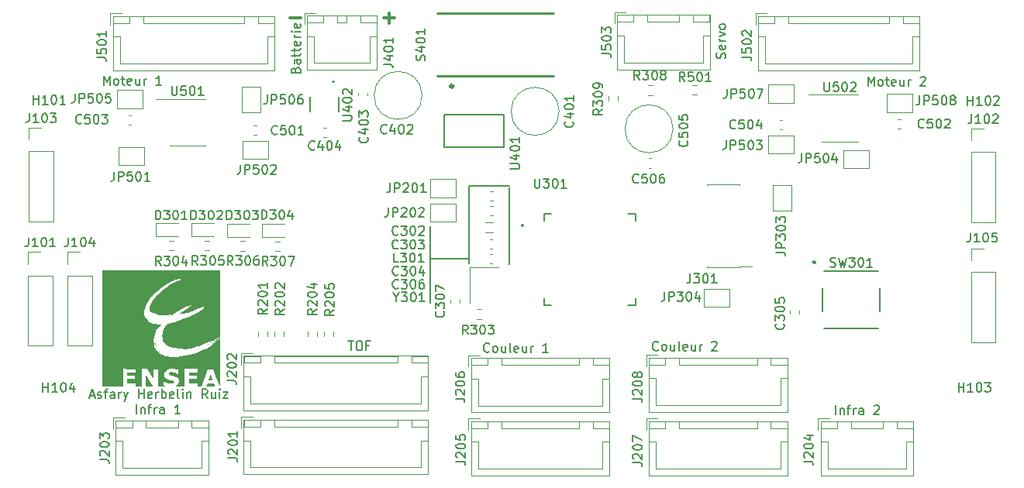
<source format=gbr>
%TF.GenerationSoftware,KiCad,Pcbnew,(6.0.7-1)-1*%
%TF.CreationDate,2022-10-27T12:50:35+02:00*%
%TF.ProjectId,ESE_RuizHerbelinAsfary,4553455f-5275-4697-9a48-657262656c69,rev?*%
%TF.SameCoordinates,Original*%
%TF.FileFunction,Legend,Top*%
%TF.FilePolarity,Positive*%
%FSLAX46Y46*%
G04 Gerber Fmt 4.6, Leading zero omitted, Abs format (unit mm)*
G04 Created by KiCad (PCBNEW (6.0.7-1)-1) date 2022-10-27 12:50:35*
%MOMM*%
%LPD*%
G01*
G04 APERTURE LIST*
%ADD10C,0.200000*%
%ADD11C,0.300000*%
%ADD12C,0.150000*%
%ADD13C,0.120000*%
%ADD14C,0.152400*%
%ADD15C,0.254000*%
%ADD16C,0.203200*%
%ADD17C,0.127000*%
%ADD18C,0.340000*%
G04 APERTURE END LIST*
D10*
X60655000Y-41660000D02*
X64880000Y-41660000D01*
X64830000Y-33790000D02*
X64840000Y-42180000D01*
X60615000Y-38165000D02*
X60625000Y-46555000D01*
X69195000Y-33875000D02*
X69205000Y-42265000D01*
X64800000Y-33770000D02*
X69220000Y-33770000D01*
D11*
X55508571Y-15407142D02*
X56651428Y-15407142D01*
X56080000Y-15978571D02*
X56080000Y-14835714D01*
D12*
X67035238Y-51827142D02*
X66987619Y-51874761D01*
X66844761Y-51922380D01*
X66749523Y-51922380D01*
X66606666Y-51874761D01*
X66511428Y-51779523D01*
X66463809Y-51684285D01*
X66416190Y-51493809D01*
X66416190Y-51350952D01*
X66463809Y-51160476D01*
X66511428Y-51065238D01*
X66606666Y-50970000D01*
X66749523Y-50922380D01*
X66844761Y-50922380D01*
X66987619Y-50970000D01*
X67035238Y-51017619D01*
X67606666Y-51922380D02*
X67511428Y-51874761D01*
X67463809Y-51827142D01*
X67416190Y-51731904D01*
X67416190Y-51446190D01*
X67463809Y-51350952D01*
X67511428Y-51303333D01*
X67606666Y-51255714D01*
X67749523Y-51255714D01*
X67844761Y-51303333D01*
X67892380Y-51350952D01*
X67940000Y-51446190D01*
X67940000Y-51731904D01*
X67892380Y-51827142D01*
X67844761Y-51874761D01*
X67749523Y-51922380D01*
X67606666Y-51922380D01*
X68797142Y-51255714D02*
X68797142Y-51922380D01*
X68368571Y-51255714D02*
X68368571Y-51779523D01*
X68416190Y-51874761D01*
X68511428Y-51922380D01*
X68654285Y-51922380D01*
X68749523Y-51874761D01*
X68797142Y-51827142D01*
X69416190Y-51922380D02*
X69320952Y-51874761D01*
X69273333Y-51779523D01*
X69273333Y-50922380D01*
X70178095Y-51874761D02*
X70082857Y-51922380D01*
X69892380Y-51922380D01*
X69797142Y-51874761D01*
X69749523Y-51779523D01*
X69749523Y-51398571D01*
X69797142Y-51303333D01*
X69892380Y-51255714D01*
X70082857Y-51255714D01*
X70178095Y-51303333D01*
X70225714Y-51398571D01*
X70225714Y-51493809D01*
X69749523Y-51589047D01*
X71082857Y-51255714D02*
X71082857Y-51922380D01*
X70654285Y-51255714D02*
X70654285Y-51779523D01*
X70701904Y-51874761D01*
X70797142Y-51922380D01*
X70940000Y-51922380D01*
X71035238Y-51874761D01*
X71082857Y-51827142D01*
X71559047Y-51922380D02*
X71559047Y-51255714D01*
X71559047Y-51446190D02*
X71606666Y-51350952D01*
X71654285Y-51303333D01*
X71749523Y-51255714D01*
X71844761Y-51255714D01*
X73463809Y-51922380D02*
X72892380Y-51922380D01*
X73178095Y-51922380D02*
X73178095Y-50922380D01*
X73082857Y-51065238D01*
X72987619Y-51160476D01*
X72892380Y-51208095D01*
X28502857Y-58632380D02*
X28502857Y-57632380D01*
X28979047Y-57965714D02*
X28979047Y-58632380D01*
X28979047Y-58060952D02*
X29026666Y-58013333D01*
X29121904Y-57965714D01*
X29264761Y-57965714D01*
X29360000Y-58013333D01*
X29407619Y-58108571D01*
X29407619Y-58632380D01*
X29740952Y-57965714D02*
X30121904Y-57965714D01*
X29883809Y-58632380D02*
X29883809Y-57775238D01*
X29931428Y-57680000D01*
X30026666Y-57632380D01*
X30121904Y-57632380D01*
X30455238Y-58632380D02*
X30455238Y-57965714D01*
X30455238Y-58156190D02*
X30502857Y-58060952D01*
X30550476Y-58013333D01*
X30645714Y-57965714D01*
X30740952Y-57965714D01*
X31502857Y-58632380D02*
X31502857Y-58108571D01*
X31455238Y-58013333D01*
X31360000Y-57965714D01*
X31169523Y-57965714D01*
X31074285Y-58013333D01*
X31502857Y-58584761D02*
X31407619Y-58632380D01*
X31169523Y-58632380D01*
X31074285Y-58584761D01*
X31026666Y-58489523D01*
X31026666Y-58394285D01*
X31074285Y-58299047D01*
X31169523Y-58251428D01*
X31407619Y-58251428D01*
X31502857Y-58203809D01*
X33264761Y-58632380D02*
X32693333Y-58632380D01*
X32979047Y-58632380D02*
X32979047Y-57632380D01*
X32883809Y-57775238D01*
X32788571Y-57870476D01*
X32693333Y-57918095D01*
X108400952Y-22802380D02*
X108400952Y-21802380D01*
X108734285Y-22516666D01*
X109067619Y-21802380D01*
X109067619Y-22802380D01*
X109686666Y-22802380D02*
X109591428Y-22754761D01*
X109543809Y-22707142D01*
X109496190Y-22611904D01*
X109496190Y-22326190D01*
X109543809Y-22230952D01*
X109591428Y-22183333D01*
X109686666Y-22135714D01*
X109829523Y-22135714D01*
X109924761Y-22183333D01*
X109972380Y-22230952D01*
X110020000Y-22326190D01*
X110020000Y-22611904D01*
X109972380Y-22707142D01*
X109924761Y-22754761D01*
X109829523Y-22802380D01*
X109686666Y-22802380D01*
X110305714Y-22135714D02*
X110686666Y-22135714D01*
X110448571Y-21802380D02*
X110448571Y-22659523D01*
X110496190Y-22754761D01*
X110591428Y-22802380D01*
X110686666Y-22802380D01*
X111400952Y-22754761D02*
X111305714Y-22802380D01*
X111115238Y-22802380D01*
X111020000Y-22754761D01*
X110972380Y-22659523D01*
X110972380Y-22278571D01*
X111020000Y-22183333D01*
X111115238Y-22135714D01*
X111305714Y-22135714D01*
X111400952Y-22183333D01*
X111448571Y-22278571D01*
X111448571Y-22373809D01*
X110972380Y-22469047D01*
X112305714Y-22135714D02*
X112305714Y-22802380D01*
X111877142Y-22135714D02*
X111877142Y-22659523D01*
X111924761Y-22754761D01*
X112020000Y-22802380D01*
X112162857Y-22802380D01*
X112258095Y-22754761D01*
X112305714Y-22707142D01*
X112781904Y-22802380D02*
X112781904Y-22135714D01*
X112781904Y-22326190D02*
X112829523Y-22230952D01*
X112877142Y-22183333D01*
X112972380Y-22135714D01*
X113067619Y-22135714D01*
X114115238Y-21897619D02*
X114162857Y-21850000D01*
X114258095Y-21802380D01*
X114496190Y-21802380D01*
X114591428Y-21850000D01*
X114639047Y-21897619D01*
X114686666Y-21992857D01*
X114686666Y-22088095D01*
X114639047Y-22230952D01*
X114067619Y-22802380D01*
X114686666Y-22802380D01*
X85485238Y-51647142D02*
X85437619Y-51694761D01*
X85294761Y-51742380D01*
X85199523Y-51742380D01*
X85056666Y-51694761D01*
X84961428Y-51599523D01*
X84913809Y-51504285D01*
X84866190Y-51313809D01*
X84866190Y-51170952D01*
X84913809Y-50980476D01*
X84961428Y-50885238D01*
X85056666Y-50790000D01*
X85199523Y-50742380D01*
X85294761Y-50742380D01*
X85437619Y-50790000D01*
X85485238Y-50837619D01*
X86056666Y-51742380D02*
X85961428Y-51694761D01*
X85913809Y-51647142D01*
X85866190Y-51551904D01*
X85866190Y-51266190D01*
X85913809Y-51170952D01*
X85961428Y-51123333D01*
X86056666Y-51075714D01*
X86199523Y-51075714D01*
X86294761Y-51123333D01*
X86342380Y-51170952D01*
X86390000Y-51266190D01*
X86390000Y-51551904D01*
X86342380Y-51647142D01*
X86294761Y-51694761D01*
X86199523Y-51742380D01*
X86056666Y-51742380D01*
X87247142Y-51075714D02*
X87247142Y-51742380D01*
X86818571Y-51075714D02*
X86818571Y-51599523D01*
X86866190Y-51694761D01*
X86961428Y-51742380D01*
X87104285Y-51742380D01*
X87199523Y-51694761D01*
X87247142Y-51647142D01*
X87866190Y-51742380D02*
X87770952Y-51694761D01*
X87723333Y-51599523D01*
X87723333Y-50742380D01*
X88628095Y-51694761D02*
X88532857Y-51742380D01*
X88342380Y-51742380D01*
X88247142Y-51694761D01*
X88199523Y-51599523D01*
X88199523Y-51218571D01*
X88247142Y-51123333D01*
X88342380Y-51075714D01*
X88532857Y-51075714D01*
X88628095Y-51123333D01*
X88675714Y-51218571D01*
X88675714Y-51313809D01*
X88199523Y-51409047D01*
X89532857Y-51075714D02*
X89532857Y-51742380D01*
X89104285Y-51075714D02*
X89104285Y-51599523D01*
X89151904Y-51694761D01*
X89247142Y-51742380D01*
X89390000Y-51742380D01*
X89485238Y-51694761D01*
X89532857Y-51647142D01*
X90009047Y-51742380D02*
X90009047Y-51075714D01*
X90009047Y-51266190D02*
X90056666Y-51170952D01*
X90104285Y-51123333D01*
X90199523Y-51075714D01*
X90294761Y-51075714D01*
X91342380Y-50837619D02*
X91390000Y-50790000D01*
X91485238Y-50742380D01*
X91723333Y-50742380D01*
X91818571Y-50790000D01*
X91866190Y-50837619D01*
X91913809Y-50932857D01*
X91913809Y-51028095D01*
X91866190Y-51170952D01*
X91294761Y-51742380D01*
X91913809Y-51742380D01*
X24930952Y-22692380D02*
X24930952Y-21692380D01*
X25264285Y-22406666D01*
X25597619Y-21692380D01*
X25597619Y-22692380D01*
X26216666Y-22692380D02*
X26121428Y-22644761D01*
X26073809Y-22597142D01*
X26026190Y-22501904D01*
X26026190Y-22216190D01*
X26073809Y-22120952D01*
X26121428Y-22073333D01*
X26216666Y-22025714D01*
X26359523Y-22025714D01*
X26454761Y-22073333D01*
X26502380Y-22120952D01*
X26550000Y-22216190D01*
X26550000Y-22501904D01*
X26502380Y-22597142D01*
X26454761Y-22644761D01*
X26359523Y-22692380D01*
X26216666Y-22692380D01*
X26835714Y-22025714D02*
X27216666Y-22025714D01*
X26978571Y-21692380D02*
X26978571Y-22549523D01*
X27026190Y-22644761D01*
X27121428Y-22692380D01*
X27216666Y-22692380D01*
X27930952Y-22644761D02*
X27835714Y-22692380D01*
X27645238Y-22692380D01*
X27550000Y-22644761D01*
X27502380Y-22549523D01*
X27502380Y-22168571D01*
X27550000Y-22073333D01*
X27645238Y-22025714D01*
X27835714Y-22025714D01*
X27930952Y-22073333D01*
X27978571Y-22168571D01*
X27978571Y-22263809D01*
X27502380Y-22359047D01*
X28835714Y-22025714D02*
X28835714Y-22692380D01*
X28407142Y-22025714D02*
X28407142Y-22549523D01*
X28454761Y-22644761D01*
X28550000Y-22692380D01*
X28692857Y-22692380D01*
X28788095Y-22644761D01*
X28835714Y-22597142D01*
X29311904Y-22692380D02*
X29311904Y-22025714D01*
X29311904Y-22216190D02*
X29359523Y-22120952D01*
X29407142Y-22073333D01*
X29502380Y-22025714D01*
X29597619Y-22025714D01*
X31216666Y-22692380D02*
X30645238Y-22692380D01*
X30930952Y-22692380D02*
X30930952Y-21692380D01*
X30835714Y-21835238D01*
X30740476Y-21930476D01*
X30645238Y-21978095D01*
X51641904Y-50712380D02*
X52213333Y-50712380D01*
X51927619Y-51712380D02*
X51927619Y-50712380D01*
X52737142Y-50712380D02*
X52927619Y-50712380D01*
X53022857Y-50760000D01*
X53118095Y-50855238D01*
X53165714Y-51045714D01*
X53165714Y-51379047D01*
X53118095Y-51569523D01*
X53022857Y-51664761D01*
X52927619Y-51712380D01*
X52737142Y-51712380D01*
X52641904Y-51664761D01*
X52546666Y-51569523D01*
X52499047Y-51379047D01*
X52499047Y-51045714D01*
X52546666Y-50855238D01*
X52641904Y-50760000D01*
X52737142Y-50712380D01*
X53927619Y-51188571D02*
X53594285Y-51188571D01*
X53594285Y-51712380D02*
X53594285Y-50712380D01*
X54070476Y-50712380D01*
X45878571Y-21067142D02*
X45926190Y-20924285D01*
X45973809Y-20876666D01*
X46069047Y-20829047D01*
X46211904Y-20829047D01*
X46307142Y-20876666D01*
X46354761Y-20924285D01*
X46402380Y-21019523D01*
X46402380Y-21400476D01*
X45402380Y-21400476D01*
X45402380Y-21067142D01*
X45450000Y-20971904D01*
X45497619Y-20924285D01*
X45592857Y-20876666D01*
X45688095Y-20876666D01*
X45783333Y-20924285D01*
X45830952Y-20971904D01*
X45878571Y-21067142D01*
X45878571Y-21400476D01*
X46402380Y-19971904D02*
X45878571Y-19971904D01*
X45783333Y-20019523D01*
X45735714Y-20114761D01*
X45735714Y-20305238D01*
X45783333Y-20400476D01*
X46354761Y-19971904D02*
X46402380Y-20067142D01*
X46402380Y-20305238D01*
X46354761Y-20400476D01*
X46259523Y-20448095D01*
X46164285Y-20448095D01*
X46069047Y-20400476D01*
X46021428Y-20305238D01*
X46021428Y-20067142D01*
X45973809Y-19971904D01*
X45735714Y-19638571D02*
X45735714Y-19257619D01*
X45402380Y-19495714D02*
X46259523Y-19495714D01*
X46354761Y-19448095D01*
X46402380Y-19352857D01*
X46402380Y-19257619D01*
X45735714Y-19067142D02*
X45735714Y-18686190D01*
X45402380Y-18924285D02*
X46259523Y-18924285D01*
X46354761Y-18876666D01*
X46402380Y-18781428D01*
X46402380Y-18686190D01*
X46354761Y-17971904D02*
X46402380Y-18067142D01*
X46402380Y-18257619D01*
X46354761Y-18352857D01*
X46259523Y-18400476D01*
X45878571Y-18400476D01*
X45783333Y-18352857D01*
X45735714Y-18257619D01*
X45735714Y-18067142D01*
X45783333Y-17971904D01*
X45878571Y-17924285D01*
X45973809Y-17924285D01*
X46069047Y-18400476D01*
X46402380Y-17495714D02*
X45735714Y-17495714D01*
X45926190Y-17495714D02*
X45830952Y-17448095D01*
X45783333Y-17400476D01*
X45735714Y-17305238D01*
X45735714Y-17210000D01*
X46402380Y-16876666D02*
X45735714Y-16876666D01*
X45402380Y-16876666D02*
X45450000Y-16924285D01*
X45497619Y-16876666D01*
X45450000Y-16829047D01*
X45402380Y-16876666D01*
X45497619Y-16876666D01*
X46354761Y-16019523D02*
X46402380Y-16114761D01*
X46402380Y-16305238D01*
X46354761Y-16400476D01*
X46259523Y-16448095D01*
X45878571Y-16448095D01*
X45783333Y-16400476D01*
X45735714Y-16305238D01*
X45735714Y-16114761D01*
X45783333Y-16019523D01*
X45878571Y-15971904D01*
X45973809Y-15971904D01*
X46069047Y-16448095D01*
X92794761Y-19787142D02*
X92842380Y-19644285D01*
X92842380Y-19406190D01*
X92794761Y-19310952D01*
X92747142Y-19263333D01*
X92651904Y-19215714D01*
X92556666Y-19215714D01*
X92461428Y-19263333D01*
X92413809Y-19310952D01*
X92366190Y-19406190D01*
X92318571Y-19596666D01*
X92270952Y-19691904D01*
X92223333Y-19739523D01*
X92128095Y-19787142D01*
X92032857Y-19787142D01*
X91937619Y-19739523D01*
X91890000Y-19691904D01*
X91842380Y-19596666D01*
X91842380Y-19358571D01*
X91890000Y-19215714D01*
X92794761Y-18406190D02*
X92842380Y-18501428D01*
X92842380Y-18691904D01*
X92794761Y-18787142D01*
X92699523Y-18834761D01*
X92318571Y-18834761D01*
X92223333Y-18787142D01*
X92175714Y-18691904D01*
X92175714Y-18501428D01*
X92223333Y-18406190D01*
X92318571Y-18358571D01*
X92413809Y-18358571D01*
X92509047Y-18834761D01*
X92842380Y-17930000D02*
X92175714Y-17930000D01*
X92366190Y-17930000D02*
X92270952Y-17882380D01*
X92223333Y-17834761D01*
X92175714Y-17739523D01*
X92175714Y-17644285D01*
X92175714Y-17406190D02*
X92842380Y-17168095D01*
X92175714Y-16930000D01*
X92842380Y-16406190D02*
X92794761Y-16501428D01*
X92747142Y-16549047D01*
X92651904Y-16596666D01*
X92366190Y-16596666D01*
X92270952Y-16549047D01*
X92223333Y-16501428D01*
X92175714Y-16406190D01*
X92175714Y-16263333D01*
X92223333Y-16168095D01*
X92270952Y-16120476D01*
X92366190Y-16072857D01*
X92651904Y-16072857D01*
X92747142Y-16120476D01*
X92794761Y-16168095D01*
X92842380Y-16263333D01*
X92842380Y-16406190D01*
D11*
X45278571Y-15367142D02*
X46421428Y-15367142D01*
D12*
X23396190Y-56666666D02*
X23872380Y-56666666D01*
X23300952Y-56952380D02*
X23634285Y-55952380D01*
X23967619Y-56952380D01*
X24253333Y-56904761D02*
X24348571Y-56952380D01*
X24539047Y-56952380D01*
X24634285Y-56904761D01*
X24681904Y-56809523D01*
X24681904Y-56761904D01*
X24634285Y-56666666D01*
X24539047Y-56619047D01*
X24396190Y-56619047D01*
X24300952Y-56571428D01*
X24253333Y-56476190D01*
X24253333Y-56428571D01*
X24300952Y-56333333D01*
X24396190Y-56285714D01*
X24539047Y-56285714D01*
X24634285Y-56333333D01*
X24967619Y-56285714D02*
X25348571Y-56285714D01*
X25110476Y-56952380D02*
X25110476Y-56095238D01*
X25158095Y-56000000D01*
X25253333Y-55952380D01*
X25348571Y-55952380D01*
X26110476Y-56952380D02*
X26110476Y-56428571D01*
X26062857Y-56333333D01*
X25967619Y-56285714D01*
X25777142Y-56285714D01*
X25681904Y-56333333D01*
X26110476Y-56904761D02*
X26015238Y-56952380D01*
X25777142Y-56952380D01*
X25681904Y-56904761D01*
X25634285Y-56809523D01*
X25634285Y-56714285D01*
X25681904Y-56619047D01*
X25777142Y-56571428D01*
X26015238Y-56571428D01*
X26110476Y-56523809D01*
X26586666Y-56952380D02*
X26586666Y-56285714D01*
X26586666Y-56476190D02*
X26634285Y-56380952D01*
X26681904Y-56333333D01*
X26777142Y-56285714D01*
X26872380Y-56285714D01*
X27110476Y-56285714D02*
X27348571Y-56952380D01*
X27586666Y-56285714D02*
X27348571Y-56952380D01*
X27253333Y-57190476D01*
X27205714Y-57238095D01*
X27110476Y-57285714D01*
X28729523Y-56952380D02*
X28729523Y-55952380D01*
X28729523Y-56428571D02*
X29300952Y-56428571D01*
X29300952Y-56952380D02*
X29300952Y-55952380D01*
X30158095Y-56904761D02*
X30062857Y-56952380D01*
X29872380Y-56952380D01*
X29777142Y-56904761D01*
X29729523Y-56809523D01*
X29729523Y-56428571D01*
X29777142Y-56333333D01*
X29872380Y-56285714D01*
X30062857Y-56285714D01*
X30158095Y-56333333D01*
X30205714Y-56428571D01*
X30205714Y-56523809D01*
X29729523Y-56619047D01*
X30634285Y-56952380D02*
X30634285Y-56285714D01*
X30634285Y-56476190D02*
X30681904Y-56380952D01*
X30729523Y-56333333D01*
X30824761Y-56285714D01*
X30919999Y-56285714D01*
X31253333Y-56952380D02*
X31253333Y-55952380D01*
X31253333Y-56333333D02*
X31348571Y-56285714D01*
X31539047Y-56285714D01*
X31634285Y-56333333D01*
X31681904Y-56380952D01*
X31729523Y-56476190D01*
X31729523Y-56761904D01*
X31681904Y-56857142D01*
X31634285Y-56904761D01*
X31539047Y-56952380D01*
X31348571Y-56952380D01*
X31253333Y-56904761D01*
X32539047Y-56904761D02*
X32443809Y-56952380D01*
X32253333Y-56952380D01*
X32158095Y-56904761D01*
X32110476Y-56809523D01*
X32110476Y-56428571D01*
X32158095Y-56333333D01*
X32253333Y-56285714D01*
X32443809Y-56285714D01*
X32539047Y-56333333D01*
X32586666Y-56428571D01*
X32586666Y-56523809D01*
X32110476Y-56619047D01*
X33158095Y-56952380D02*
X33062857Y-56904761D01*
X33015238Y-56809523D01*
X33015238Y-55952380D01*
X33539047Y-56952380D02*
X33539047Y-56285714D01*
X33539047Y-55952380D02*
X33491428Y-56000000D01*
X33539047Y-56047619D01*
X33586666Y-56000000D01*
X33539047Y-55952380D01*
X33539047Y-56047619D01*
X34015238Y-56285714D02*
X34015238Y-56952380D01*
X34015238Y-56380952D02*
X34062857Y-56333333D01*
X34158095Y-56285714D01*
X34300952Y-56285714D01*
X34396190Y-56333333D01*
X34443809Y-56428571D01*
X34443809Y-56952380D01*
X36253333Y-56952380D02*
X35920000Y-56476190D01*
X35681904Y-56952380D02*
X35681904Y-55952380D01*
X36062857Y-55952380D01*
X36158095Y-56000000D01*
X36205714Y-56047619D01*
X36253333Y-56142857D01*
X36253333Y-56285714D01*
X36205714Y-56380952D01*
X36158095Y-56428571D01*
X36062857Y-56476190D01*
X35681904Y-56476190D01*
X37110476Y-56285714D02*
X37110476Y-56952380D01*
X36681904Y-56285714D02*
X36681904Y-56809523D01*
X36729523Y-56904761D01*
X36824761Y-56952380D01*
X36967619Y-56952380D01*
X37062857Y-56904761D01*
X37110476Y-56857142D01*
X37586666Y-56952380D02*
X37586666Y-56285714D01*
X37586666Y-55952380D02*
X37539047Y-56000000D01*
X37586666Y-56047619D01*
X37634285Y-56000000D01*
X37586666Y-55952380D01*
X37586666Y-56047619D01*
X37967619Y-56285714D02*
X38491428Y-56285714D01*
X37967619Y-56952380D01*
X38491428Y-56952380D01*
X104872857Y-58722380D02*
X104872857Y-57722380D01*
X105349047Y-58055714D02*
X105349047Y-58722380D01*
X105349047Y-58150952D02*
X105396666Y-58103333D01*
X105491904Y-58055714D01*
X105634761Y-58055714D01*
X105730000Y-58103333D01*
X105777619Y-58198571D01*
X105777619Y-58722380D01*
X106110952Y-58055714D02*
X106491904Y-58055714D01*
X106253809Y-58722380D02*
X106253809Y-57865238D01*
X106301428Y-57770000D01*
X106396666Y-57722380D01*
X106491904Y-57722380D01*
X106825238Y-58722380D02*
X106825238Y-58055714D01*
X106825238Y-58246190D02*
X106872857Y-58150952D01*
X106920476Y-58103333D01*
X107015714Y-58055714D01*
X107110952Y-58055714D01*
X107872857Y-58722380D02*
X107872857Y-58198571D01*
X107825238Y-58103333D01*
X107730000Y-58055714D01*
X107539523Y-58055714D01*
X107444285Y-58103333D01*
X107872857Y-58674761D02*
X107777619Y-58722380D01*
X107539523Y-58722380D01*
X107444285Y-58674761D01*
X107396666Y-58579523D01*
X107396666Y-58484285D01*
X107444285Y-58389047D01*
X107539523Y-58341428D01*
X107777619Y-58341428D01*
X107872857Y-58293809D01*
X109063333Y-57817619D02*
X109110952Y-57770000D01*
X109206190Y-57722380D01*
X109444285Y-57722380D01*
X109539523Y-57770000D01*
X109587142Y-57817619D01*
X109634761Y-57912857D01*
X109634761Y-58008095D01*
X109587142Y-58150952D01*
X109015714Y-58722380D01*
X109634761Y-58722380D01*
%TO.C,U501*%
X32355714Y-22837380D02*
X32355714Y-23646904D01*
X32403333Y-23742142D01*
X32450952Y-23789761D01*
X32546190Y-23837380D01*
X32736666Y-23837380D01*
X32831904Y-23789761D01*
X32879523Y-23742142D01*
X32927142Y-23646904D01*
X32927142Y-22837380D01*
X33879523Y-22837380D02*
X33403333Y-22837380D01*
X33355714Y-23313571D01*
X33403333Y-23265952D01*
X33498571Y-23218333D01*
X33736666Y-23218333D01*
X33831904Y-23265952D01*
X33879523Y-23313571D01*
X33927142Y-23408809D01*
X33927142Y-23646904D01*
X33879523Y-23742142D01*
X33831904Y-23789761D01*
X33736666Y-23837380D01*
X33498571Y-23837380D01*
X33403333Y-23789761D01*
X33355714Y-23742142D01*
X34546190Y-22837380D02*
X34641428Y-22837380D01*
X34736666Y-22885000D01*
X34784285Y-22932619D01*
X34831904Y-23027857D01*
X34879523Y-23218333D01*
X34879523Y-23456428D01*
X34831904Y-23646904D01*
X34784285Y-23742142D01*
X34736666Y-23789761D01*
X34641428Y-23837380D01*
X34546190Y-23837380D01*
X34450952Y-23789761D01*
X34403333Y-23742142D01*
X34355714Y-23646904D01*
X34308095Y-23456428D01*
X34308095Y-23218333D01*
X34355714Y-23027857D01*
X34403333Y-22932619D01*
X34450952Y-22885000D01*
X34546190Y-22837380D01*
X35831904Y-23837380D02*
X35260476Y-23837380D01*
X35546190Y-23837380D02*
X35546190Y-22837380D01*
X35450952Y-22980238D01*
X35355714Y-23075476D01*
X35260476Y-23123095D01*
%TO.C,R501*%
X88390952Y-22312380D02*
X88057619Y-21836190D01*
X87819523Y-22312380D02*
X87819523Y-21312380D01*
X88200476Y-21312380D01*
X88295714Y-21360000D01*
X88343333Y-21407619D01*
X88390952Y-21502857D01*
X88390952Y-21645714D01*
X88343333Y-21740952D01*
X88295714Y-21788571D01*
X88200476Y-21836190D01*
X87819523Y-21836190D01*
X89295714Y-21312380D02*
X88819523Y-21312380D01*
X88771904Y-21788571D01*
X88819523Y-21740952D01*
X88914761Y-21693333D01*
X89152857Y-21693333D01*
X89248095Y-21740952D01*
X89295714Y-21788571D01*
X89343333Y-21883809D01*
X89343333Y-22121904D01*
X89295714Y-22217142D01*
X89248095Y-22264761D01*
X89152857Y-22312380D01*
X88914761Y-22312380D01*
X88819523Y-22264761D01*
X88771904Y-22217142D01*
X89962380Y-21312380D02*
X90057619Y-21312380D01*
X90152857Y-21360000D01*
X90200476Y-21407619D01*
X90248095Y-21502857D01*
X90295714Y-21693333D01*
X90295714Y-21931428D01*
X90248095Y-22121904D01*
X90200476Y-22217142D01*
X90152857Y-22264761D01*
X90057619Y-22312380D01*
X89962380Y-22312380D01*
X89867142Y-22264761D01*
X89819523Y-22217142D01*
X89771904Y-22121904D01*
X89724285Y-21931428D01*
X89724285Y-21693333D01*
X89771904Y-21502857D01*
X89819523Y-21407619D01*
X89867142Y-21360000D01*
X89962380Y-21312380D01*
X91248095Y-22312380D02*
X90676666Y-22312380D01*
X90962380Y-22312380D02*
X90962380Y-21312380D01*
X90867142Y-21455238D01*
X90771904Y-21550476D01*
X90676666Y-21598095D01*
%TO.C,J102*%
X119714285Y-25902380D02*
X119714285Y-26616666D01*
X119666666Y-26759523D01*
X119571428Y-26854761D01*
X119428571Y-26902380D01*
X119333333Y-26902380D01*
X120714285Y-26902380D02*
X120142857Y-26902380D01*
X120428571Y-26902380D02*
X120428571Y-25902380D01*
X120333333Y-26045238D01*
X120238095Y-26140476D01*
X120142857Y-26188095D01*
X121333333Y-25902380D02*
X121428571Y-25902380D01*
X121523809Y-25950000D01*
X121571428Y-25997619D01*
X121619047Y-26092857D01*
X121666666Y-26283333D01*
X121666666Y-26521428D01*
X121619047Y-26711904D01*
X121571428Y-26807142D01*
X121523809Y-26854761D01*
X121428571Y-26902380D01*
X121333333Y-26902380D01*
X121238095Y-26854761D01*
X121190476Y-26807142D01*
X121142857Y-26711904D01*
X121095238Y-26521428D01*
X121095238Y-26283333D01*
X121142857Y-26092857D01*
X121190476Y-25997619D01*
X121238095Y-25950000D01*
X121333333Y-25902380D01*
X122047619Y-25997619D02*
X122095238Y-25950000D01*
X122190476Y-25902380D01*
X122428571Y-25902380D01*
X122523809Y-25950000D01*
X122571428Y-25997619D01*
X122619047Y-26092857D01*
X122619047Y-26188095D01*
X122571428Y-26330952D01*
X122000000Y-26902380D01*
X122619047Y-26902380D01*
%TO.C,JP506*%
X42774285Y-23792380D02*
X42774285Y-24506666D01*
X42726666Y-24649523D01*
X42631428Y-24744761D01*
X42488571Y-24792380D01*
X42393333Y-24792380D01*
X43250476Y-24792380D02*
X43250476Y-23792380D01*
X43631428Y-23792380D01*
X43726666Y-23840000D01*
X43774285Y-23887619D01*
X43821904Y-23982857D01*
X43821904Y-24125714D01*
X43774285Y-24220952D01*
X43726666Y-24268571D01*
X43631428Y-24316190D01*
X43250476Y-24316190D01*
X44726666Y-23792380D02*
X44250476Y-23792380D01*
X44202857Y-24268571D01*
X44250476Y-24220952D01*
X44345714Y-24173333D01*
X44583809Y-24173333D01*
X44679047Y-24220952D01*
X44726666Y-24268571D01*
X44774285Y-24363809D01*
X44774285Y-24601904D01*
X44726666Y-24697142D01*
X44679047Y-24744761D01*
X44583809Y-24792380D01*
X44345714Y-24792380D01*
X44250476Y-24744761D01*
X44202857Y-24697142D01*
X45393333Y-23792380D02*
X45488571Y-23792380D01*
X45583809Y-23840000D01*
X45631428Y-23887619D01*
X45679047Y-23982857D01*
X45726666Y-24173333D01*
X45726666Y-24411428D01*
X45679047Y-24601904D01*
X45631428Y-24697142D01*
X45583809Y-24744761D01*
X45488571Y-24792380D01*
X45393333Y-24792380D01*
X45298095Y-24744761D01*
X45250476Y-24697142D01*
X45202857Y-24601904D01*
X45155238Y-24411428D01*
X45155238Y-24173333D01*
X45202857Y-23982857D01*
X45250476Y-23887619D01*
X45298095Y-23840000D01*
X45393333Y-23792380D01*
X46583809Y-23792380D02*
X46393333Y-23792380D01*
X46298095Y-23840000D01*
X46250476Y-23887619D01*
X46155238Y-24030476D01*
X46107619Y-24220952D01*
X46107619Y-24601904D01*
X46155238Y-24697142D01*
X46202857Y-24744761D01*
X46298095Y-24792380D01*
X46488571Y-24792380D01*
X46583809Y-24744761D01*
X46631428Y-24697142D01*
X46679047Y-24601904D01*
X46679047Y-24363809D01*
X46631428Y-24268571D01*
X46583809Y-24220952D01*
X46488571Y-24173333D01*
X46298095Y-24173333D01*
X46202857Y-24220952D01*
X46155238Y-24268571D01*
X46107619Y-24363809D01*
%TO.C,J204*%
X101402380Y-63845714D02*
X102116666Y-63845714D01*
X102259523Y-63893333D01*
X102354761Y-63988571D01*
X102402380Y-64131428D01*
X102402380Y-64226666D01*
X101497619Y-63417142D02*
X101450000Y-63369523D01*
X101402380Y-63274285D01*
X101402380Y-63036190D01*
X101450000Y-62940952D01*
X101497619Y-62893333D01*
X101592857Y-62845714D01*
X101688095Y-62845714D01*
X101830952Y-62893333D01*
X102402380Y-63464761D01*
X102402380Y-62845714D01*
X101402380Y-62226666D02*
X101402380Y-62131428D01*
X101450000Y-62036190D01*
X101497619Y-61988571D01*
X101592857Y-61940952D01*
X101783333Y-61893333D01*
X102021428Y-61893333D01*
X102211904Y-61940952D01*
X102307142Y-61988571D01*
X102354761Y-62036190D01*
X102402380Y-62131428D01*
X102402380Y-62226666D01*
X102354761Y-62321904D01*
X102307142Y-62369523D01*
X102211904Y-62417142D01*
X102021428Y-62464761D01*
X101783333Y-62464761D01*
X101592857Y-62417142D01*
X101497619Y-62369523D01*
X101450000Y-62321904D01*
X101402380Y-62226666D01*
X101735714Y-61036190D02*
X102402380Y-61036190D01*
X101354761Y-61274285D02*
X102069047Y-61512380D01*
X102069047Y-60893333D01*
%TO.C,J202*%
X38402380Y-55005714D02*
X39116666Y-55005714D01*
X39259523Y-55053333D01*
X39354761Y-55148571D01*
X39402380Y-55291428D01*
X39402380Y-55386666D01*
X38497619Y-54577142D02*
X38450000Y-54529523D01*
X38402380Y-54434285D01*
X38402380Y-54196190D01*
X38450000Y-54100952D01*
X38497619Y-54053333D01*
X38592857Y-54005714D01*
X38688095Y-54005714D01*
X38830952Y-54053333D01*
X39402380Y-54624761D01*
X39402380Y-54005714D01*
X38402380Y-53386666D02*
X38402380Y-53291428D01*
X38450000Y-53196190D01*
X38497619Y-53148571D01*
X38592857Y-53100952D01*
X38783333Y-53053333D01*
X39021428Y-53053333D01*
X39211904Y-53100952D01*
X39307142Y-53148571D01*
X39354761Y-53196190D01*
X39402380Y-53291428D01*
X39402380Y-53386666D01*
X39354761Y-53481904D01*
X39307142Y-53529523D01*
X39211904Y-53577142D01*
X39021428Y-53624761D01*
X38783333Y-53624761D01*
X38592857Y-53577142D01*
X38497619Y-53529523D01*
X38450000Y-53481904D01*
X38402380Y-53386666D01*
X38497619Y-52672380D02*
X38450000Y-52624761D01*
X38402380Y-52529523D01*
X38402380Y-52291428D01*
X38450000Y-52196190D01*
X38497619Y-52148571D01*
X38592857Y-52100952D01*
X38688095Y-52100952D01*
X38830952Y-52148571D01*
X39402380Y-52720000D01*
X39402380Y-52100952D01*
%TO.C,JP505*%
X21784285Y-23657380D02*
X21784285Y-24371666D01*
X21736666Y-24514523D01*
X21641428Y-24609761D01*
X21498571Y-24657380D01*
X21403333Y-24657380D01*
X22260476Y-24657380D02*
X22260476Y-23657380D01*
X22641428Y-23657380D01*
X22736666Y-23705000D01*
X22784285Y-23752619D01*
X22831904Y-23847857D01*
X22831904Y-23990714D01*
X22784285Y-24085952D01*
X22736666Y-24133571D01*
X22641428Y-24181190D01*
X22260476Y-24181190D01*
X23736666Y-23657380D02*
X23260476Y-23657380D01*
X23212857Y-24133571D01*
X23260476Y-24085952D01*
X23355714Y-24038333D01*
X23593809Y-24038333D01*
X23689047Y-24085952D01*
X23736666Y-24133571D01*
X23784285Y-24228809D01*
X23784285Y-24466904D01*
X23736666Y-24562142D01*
X23689047Y-24609761D01*
X23593809Y-24657380D01*
X23355714Y-24657380D01*
X23260476Y-24609761D01*
X23212857Y-24562142D01*
X24403333Y-23657380D02*
X24498571Y-23657380D01*
X24593809Y-23705000D01*
X24641428Y-23752619D01*
X24689047Y-23847857D01*
X24736666Y-24038333D01*
X24736666Y-24276428D01*
X24689047Y-24466904D01*
X24641428Y-24562142D01*
X24593809Y-24609761D01*
X24498571Y-24657380D01*
X24403333Y-24657380D01*
X24308095Y-24609761D01*
X24260476Y-24562142D01*
X24212857Y-24466904D01*
X24165238Y-24276428D01*
X24165238Y-24038333D01*
X24212857Y-23847857D01*
X24260476Y-23752619D01*
X24308095Y-23705000D01*
X24403333Y-23657380D01*
X25641428Y-23657380D02*
X25165238Y-23657380D01*
X25117619Y-24133571D01*
X25165238Y-24085952D01*
X25260476Y-24038333D01*
X25498571Y-24038333D01*
X25593809Y-24085952D01*
X25641428Y-24133571D01*
X25689047Y-24228809D01*
X25689047Y-24466904D01*
X25641428Y-24562142D01*
X25593809Y-24609761D01*
X25498571Y-24657380D01*
X25260476Y-24657380D01*
X25165238Y-24609761D01*
X25117619Y-24562142D01*
%TO.C,J203*%
X24492380Y-63665714D02*
X25206666Y-63665714D01*
X25349523Y-63713333D01*
X25444761Y-63808571D01*
X25492380Y-63951428D01*
X25492380Y-64046666D01*
X24587619Y-63237142D02*
X24540000Y-63189523D01*
X24492380Y-63094285D01*
X24492380Y-62856190D01*
X24540000Y-62760952D01*
X24587619Y-62713333D01*
X24682857Y-62665714D01*
X24778095Y-62665714D01*
X24920952Y-62713333D01*
X25492380Y-63284761D01*
X25492380Y-62665714D01*
X24492380Y-62046666D02*
X24492380Y-61951428D01*
X24540000Y-61856190D01*
X24587619Y-61808571D01*
X24682857Y-61760952D01*
X24873333Y-61713333D01*
X25111428Y-61713333D01*
X25301904Y-61760952D01*
X25397142Y-61808571D01*
X25444761Y-61856190D01*
X25492380Y-61951428D01*
X25492380Y-62046666D01*
X25444761Y-62141904D01*
X25397142Y-62189523D01*
X25301904Y-62237142D01*
X25111428Y-62284761D01*
X24873333Y-62284761D01*
X24682857Y-62237142D01*
X24587619Y-62189523D01*
X24540000Y-62141904D01*
X24492380Y-62046666D01*
X24492380Y-61380000D02*
X24492380Y-60760952D01*
X24873333Y-61094285D01*
X24873333Y-60951428D01*
X24920952Y-60856190D01*
X24968571Y-60808571D01*
X25063809Y-60760952D01*
X25301904Y-60760952D01*
X25397142Y-60808571D01*
X25444761Y-60856190D01*
X25492380Y-60951428D01*
X25492380Y-61237142D01*
X25444761Y-61332380D01*
X25397142Y-61380000D01*
%TO.C,R308*%
X83460952Y-22142380D02*
X83127619Y-21666190D01*
X82889523Y-22142380D02*
X82889523Y-21142380D01*
X83270476Y-21142380D01*
X83365714Y-21190000D01*
X83413333Y-21237619D01*
X83460952Y-21332857D01*
X83460952Y-21475714D01*
X83413333Y-21570952D01*
X83365714Y-21618571D01*
X83270476Y-21666190D01*
X82889523Y-21666190D01*
X83794285Y-21142380D02*
X84413333Y-21142380D01*
X84080000Y-21523333D01*
X84222857Y-21523333D01*
X84318095Y-21570952D01*
X84365714Y-21618571D01*
X84413333Y-21713809D01*
X84413333Y-21951904D01*
X84365714Y-22047142D01*
X84318095Y-22094761D01*
X84222857Y-22142380D01*
X83937142Y-22142380D01*
X83841904Y-22094761D01*
X83794285Y-22047142D01*
X85032380Y-21142380D02*
X85127619Y-21142380D01*
X85222857Y-21190000D01*
X85270476Y-21237619D01*
X85318095Y-21332857D01*
X85365714Y-21523333D01*
X85365714Y-21761428D01*
X85318095Y-21951904D01*
X85270476Y-22047142D01*
X85222857Y-22094761D01*
X85127619Y-22142380D01*
X85032380Y-22142380D01*
X84937142Y-22094761D01*
X84889523Y-22047142D01*
X84841904Y-21951904D01*
X84794285Y-21761428D01*
X84794285Y-21523333D01*
X84841904Y-21332857D01*
X84889523Y-21237619D01*
X84937142Y-21190000D01*
X85032380Y-21142380D01*
X85937142Y-21570952D02*
X85841904Y-21523333D01*
X85794285Y-21475714D01*
X85746666Y-21380476D01*
X85746666Y-21332857D01*
X85794285Y-21237619D01*
X85841904Y-21190000D01*
X85937142Y-21142380D01*
X86127619Y-21142380D01*
X86222857Y-21190000D01*
X86270476Y-21237619D01*
X86318095Y-21332857D01*
X86318095Y-21380476D01*
X86270476Y-21475714D01*
X86222857Y-21523333D01*
X86127619Y-21570952D01*
X85937142Y-21570952D01*
X85841904Y-21618571D01*
X85794285Y-21666190D01*
X85746666Y-21761428D01*
X85746666Y-21951904D01*
X85794285Y-22047142D01*
X85841904Y-22094761D01*
X85937142Y-22142380D01*
X86127619Y-22142380D01*
X86222857Y-22094761D01*
X86270476Y-22047142D01*
X86318095Y-21951904D01*
X86318095Y-21761428D01*
X86270476Y-21666190D01*
X86222857Y-21618571D01*
X86127619Y-21570952D01*
%TO.C,R305*%
X35193452Y-42402380D02*
X34860119Y-41926190D01*
X34622023Y-42402380D02*
X34622023Y-41402380D01*
X35002976Y-41402380D01*
X35098214Y-41450000D01*
X35145833Y-41497619D01*
X35193452Y-41592857D01*
X35193452Y-41735714D01*
X35145833Y-41830952D01*
X35098214Y-41878571D01*
X35002976Y-41926190D01*
X34622023Y-41926190D01*
X35526785Y-41402380D02*
X36145833Y-41402380D01*
X35812500Y-41783333D01*
X35955357Y-41783333D01*
X36050595Y-41830952D01*
X36098214Y-41878571D01*
X36145833Y-41973809D01*
X36145833Y-42211904D01*
X36098214Y-42307142D01*
X36050595Y-42354761D01*
X35955357Y-42402380D01*
X35669642Y-42402380D01*
X35574404Y-42354761D01*
X35526785Y-42307142D01*
X36764880Y-41402380D02*
X36860119Y-41402380D01*
X36955357Y-41450000D01*
X37002976Y-41497619D01*
X37050595Y-41592857D01*
X37098214Y-41783333D01*
X37098214Y-42021428D01*
X37050595Y-42211904D01*
X37002976Y-42307142D01*
X36955357Y-42354761D01*
X36860119Y-42402380D01*
X36764880Y-42402380D01*
X36669642Y-42354761D01*
X36622023Y-42307142D01*
X36574404Y-42211904D01*
X36526785Y-42021428D01*
X36526785Y-41783333D01*
X36574404Y-41592857D01*
X36622023Y-41497619D01*
X36669642Y-41450000D01*
X36764880Y-41402380D01*
X38002976Y-41402380D02*
X37526785Y-41402380D01*
X37479166Y-41878571D01*
X37526785Y-41830952D01*
X37622023Y-41783333D01*
X37860119Y-41783333D01*
X37955357Y-41830952D01*
X38002976Y-41878571D01*
X38050595Y-41973809D01*
X38050595Y-42211904D01*
X38002976Y-42307142D01*
X37955357Y-42354761D01*
X37860119Y-42402380D01*
X37622023Y-42402380D01*
X37526785Y-42354761D01*
X37479166Y-42307142D01*
%TO.C,J201*%
X38522380Y-63485714D02*
X39236666Y-63485714D01*
X39379523Y-63533333D01*
X39474761Y-63628571D01*
X39522380Y-63771428D01*
X39522380Y-63866666D01*
X38617619Y-63057142D02*
X38570000Y-63009523D01*
X38522380Y-62914285D01*
X38522380Y-62676190D01*
X38570000Y-62580952D01*
X38617619Y-62533333D01*
X38712857Y-62485714D01*
X38808095Y-62485714D01*
X38950952Y-62533333D01*
X39522380Y-63104761D01*
X39522380Y-62485714D01*
X38522380Y-61866666D02*
X38522380Y-61771428D01*
X38570000Y-61676190D01*
X38617619Y-61628571D01*
X38712857Y-61580952D01*
X38903333Y-61533333D01*
X39141428Y-61533333D01*
X39331904Y-61580952D01*
X39427142Y-61628571D01*
X39474761Y-61676190D01*
X39522380Y-61771428D01*
X39522380Y-61866666D01*
X39474761Y-61961904D01*
X39427142Y-62009523D01*
X39331904Y-62057142D01*
X39141428Y-62104761D01*
X38903333Y-62104761D01*
X38712857Y-62057142D01*
X38617619Y-62009523D01*
X38570000Y-61961904D01*
X38522380Y-61866666D01*
X39522380Y-60580952D02*
X39522380Y-61152380D01*
X39522380Y-60866666D02*
X38522380Y-60866666D01*
X38665238Y-60961904D01*
X38760476Y-61057142D01*
X38808095Y-61152380D01*
%TO.C,R202*%
X44632380Y-47221547D02*
X44156190Y-47554880D01*
X44632380Y-47792976D02*
X43632380Y-47792976D01*
X43632380Y-47412023D01*
X43680000Y-47316785D01*
X43727619Y-47269166D01*
X43822857Y-47221547D01*
X43965714Y-47221547D01*
X44060952Y-47269166D01*
X44108571Y-47316785D01*
X44156190Y-47412023D01*
X44156190Y-47792976D01*
X43727619Y-46840595D02*
X43680000Y-46792976D01*
X43632380Y-46697738D01*
X43632380Y-46459642D01*
X43680000Y-46364404D01*
X43727619Y-46316785D01*
X43822857Y-46269166D01*
X43918095Y-46269166D01*
X44060952Y-46316785D01*
X44632380Y-46888214D01*
X44632380Y-46269166D01*
X43632380Y-45650119D02*
X43632380Y-45554880D01*
X43680000Y-45459642D01*
X43727619Y-45412023D01*
X43822857Y-45364404D01*
X44013333Y-45316785D01*
X44251428Y-45316785D01*
X44441904Y-45364404D01*
X44537142Y-45412023D01*
X44584761Y-45459642D01*
X44632380Y-45554880D01*
X44632380Y-45650119D01*
X44584761Y-45745357D01*
X44537142Y-45792976D01*
X44441904Y-45840595D01*
X44251428Y-45888214D01*
X44013333Y-45888214D01*
X43822857Y-45840595D01*
X43727619Y-45792976D01*
X43680000Y-45745357D01*
X43632380Y-45650119D01*
X43727619Y-44935833D02*
X43680000Y-44888214D01*
X43632380Y-44792976D01*
X43632380Y-44554880D01*
X43680000Y-44459642D01*
X43727619Y-44412023D01*
X43822857Y-44364404D01*
X43918095Y-44364404D01*
X44060952Y-44412023D01*
X44632380Y-44983452D01*
X44632380Y-44364404D01*
%TO.C,U502*%
X103615714Y-22392380D02*
X103615714Y-23201904D01*
X103663333Y-23297142D01*
X103710952Y-23344761D01*
X103806190Y-23392380D01*
X103996666Y-23392380D01*
X104091904Y-23344761D01*
X104139523Y-23297142D01*
X104187142Y-23201904D01*
X104187142Y-22392380D01*
X105139523Y-22392380D02*
X104663333Y-22392380D01*
X104615714Y-22868571D01*
X104663333Y-22820952D01*
X104758571Y-22773333D01*
X104996666Y-22773333D01*
X105091904Y-22820952D01*
X105139523Y-22868571D01*
X105187142Y-22963809D01*
X105187142Y-23201904D01*
X105139523Y-23297142D01*
X105091904Y-23344761D01*
X104996666Y-23392380D01*
X104758571Y-23392380D01*
X104663333Y-23344761D01*
X104615714Y-23297142D01*
X105806190Y-22392380D02*
X105901428Y-22392380D01*
X105996666Y-22440000D01*
X106044285Y-22487619D01*
X106091904Y-22582857D01*
X106139523Y-22773333D01*
X106139523Y-23011428D01*
X106091904Y-23201904D01*
X106044285Y-23297142D01*
X105996666Y-23344761D01*
X105901428Y-23392380D01*
X105806190Y-23392380D01*
X105710952Y-23344761D01*
X105663333Y-23297142D01*
X105615714Y-23201904D01*
X105568095Y-23011428D01*
X105568095Y-22773333D01*
X105615714Y-22582857D01*
X105663333Y-22487619D01*
X105710952Y-22440000D01*
X105806190Y-22392380D01*
X106520476Y-22487619D02*
X106568095Y-22440000D01*
X106663333Y-22392380D01*
X106901428Y-22392380D01*
X106996666Y-22440000D01*
X107044285Y-22487619D01*
X107091904Y-22582857D01*
X107091904Y-22678095D01*
X107044285Y-22820952D01*
X106472857Y-23392380D01*
X107091904Y-23392380D01*
%TO.C,R304*%
X31170952Y-42422380D02*
X30837619Y-41946190D01*
X30599523Y-42422380D02*
X30599523Y-41422380D01*
X30980476Y-41422380D01*
X31075714Y-41470000D01*
X31123333Y-41517619D01*
X31170952Y-41612857D01*
X31170952Y-41755714D01*
X31123333Y-41850952D01*
X31075714Y-41898571D01*
X30980476Y-41946190D01*
X30599523Y-41946190D01*
X31504285Y-41422380D02*
X32123333Y-41422380D01*
X31790000Y-41803333D01*
X31932857Y-41803333D01*
X32028095Y-41850952D01*
X32075714Y-41898571D01*
X32123333Y-41993809D01*
X32123333Y-42231904D01*
X32075714Y-42327142D01*
X32028095Y-42374761D01*
X31932857Y-42422380D01*
X31647142Y-42422380D01*
X31551904Y-42374761D01*
X31504285Y-42327142D01*
X32742380Y-41422380D02*
X32837619Y-41422380D01*
X32932857Y-41470000D01*
X32980476Y-41517619D01*
X33028095Y-41612857D01*
X33075714Y-41803333D01*
X33075714Y-42041428D01*
X33028095Y-42231904D01*
X32980476Y-42327142D01*
X32932857Y-42374761D01*
X32837619Y-42422380D01*
X32742380Y-42422380D01*
X32647142Y-42374761D01*
X32599523Y-42327142D01*
X32551904Y-42231904D01*
X32504285Y-42041428D01*
X32504285Y-41803333D01*
X32551904Y-41612857D01*
X32599523Y-41517619D01*
X32647142Y-41470000D01*
X32742380Y-41422380D01*
X33932857Y-41755714D02*
X33932857Y-42422380D01*
X33694761Y-41374761D02*
X33456666Y-42089047D01*
X34075714Y-42089047D01*
%TO.C,JP502*%
X39844285Y-31432380D02*
X39844285Y-32146666D01*
X39796666Y-32289523D01*
X39701428Y-32384761D01*
X39558571Y-32432380D01*
X39463333Y-32432380D01*
X40320476Y-32432380D02*
X40320476Y-31432380D01*
X40701428Y-31432380D01*
X40796666Y-31480000D01*
X40844285Y-31527619D01*
X40891904Y-31622857D01*
X40891904Y-31765714D01*
X40844285Y-31860952D01*
X40796666Y-31908571D01*
X40701428Y-31956190D01*
X40320476Y-31956190D01*
X41796666Y-31432380D02*
X41320476Y-31432380D01*
X41272857Y-31908571D01*
X41320476Y-31860952D01*
X41415714Y-31813333D01*
X41653809Y-31813333D01*
X41749047Y-31860952D01*
X41796666Y-31908571D01*
X41844285Y-32003809D01*
X41844285Y-32241904D01*
X41796666Y-32337142D01*
X41749047Y-32384761D01*
X41653809Y-32432380D01*
X41415714Y-32432380D01*
X41320476Y-32384761D01*
X41272857Y-32337142D01*
X42463333Y-31432380D02*
X42558571Y-31432380D01*
X42653809Y-31480000D01*
X42701428Y-31527619D01*
X42749047Y-31622857D01*
X42796666Y-31813333D01*
X42796666Y-32051428D01*
X42749047Y-32241904D01*
X42701428Y-32337142D01*
X42653809Y-32384761D01*
X42558571Y-32432380D01*
X42463333Y-32432380D01*
X42368095Y-32384761D01*
X42320476Y-32337142D01*
X42272857Y-32241904D01*
X42225238Y-32051428D01*
X42225238Y-31813333D01*
X42272857Y-31622857D01*
X42320476Y-31527619D01*
X42368095Y-31480000D01*
X42463333Y-31432380D01*
X43177619Y-31527619D02*
X43225238Y-31480000D01*
X43320476Y-31432380D01*
X43558571Y-31432380D01*
X43653809Y-31480000D01*
X43701428Y-31527619D01*
X43749047Y-31622857D01*
X43749047Y-31718095D01*
X43701428Y-31860952D01*
X43130000Y-32432380D01*
X43749047Y-32432380D01*
%TO.C,JP202*%
X56004285Y-36112380D02*
X56004285Y-36826666D01*
X55956666Y-36969523D01*
X55861428Y-37064761D01*
X55718571Y-37112380D01*
X55623333Y-37112380D01*
X56480476Y-37112380D02*
X56480476Y-36112380D01*
X56861428Y-36112380D01*
X56956666Y-36160000D01*
X57004285Y-36207619D01*
X57051904Y-36302857D01*
X57051904Y-36445714D01*
X57004285Y-36540952D01*
X56956666Y-36588571D01*
X56861428Y-36636190D01*
X56480476Y-36636190D01*
X57432857Y-36207619D02*
X57480476Y-36160000D01*
X57575714Y-36112380D01*
X57813809Y-36112380D01*
X57909047Y-36160000D01*
X57956666Y-36207619D01*
X58004285Y-36302857D01*
X58004285Y-36398095D01*
X57956666Y-36540952D01*
X57385238Y-37112380D01*
X58004285Y-37112380D01*
X58623333Y-36112380D02*
X58718571Y-36112380D01*
X58813809Y-36160000D01*
X58861428Y-36207619D01*
X58909047Y-36302857D01*
X58956666Y-36493333D01*
X58956666Y-36731428D01*
X58909047Y-36921904D01*
X58861428Y-37017142D01*
X58813809Y-37064761D01*
X58718571Y-37112380D01*
X58623333Y-37112380D01*
X58528095Y-37064761D01*
X58480476Y-37017142D01*
X58432857Y-36921904D01*
X58385238Y-36731428D01*
X58385238Y-36493333D01*
X58432857Y-36302857D01*
X58480476Y-36207619D01*
X58528095Y-36160000D01*
X58623333Y-36112380D01*
X59337619Y-36207619D02*
X59385238Y-36160000D01*
X59480476Y-36112380D01*
X59718571Y-36112380D01*
X59813809Y-36160000D01*
X59861428Y-36207619D01*
X59909047Y-36302857D01*
X59909047Y-36398095D01*
X59861428Y-36540952D01*
X59290000Y-37112380D01*
X59909047Y-37112380D01*
%TO.C,R205*%
X50082380Y-47271547D02*
X49606190Y-47604880D01*
X50082380Y-47842976D02*
X49082380Y-47842976D01*
X49082380Y-47462023D01*
X49130000Y-47366785D01*
X49177619Y-47319166D01*
X49272857Y-47271547D01*
X49415714Y-47271547D01*
X49510952Y-47319166D01*
X49558571Y-47366785D01*
X49606190Y-47462023D01*
X49606190Y-47842976D01*
X49177619Y-46890595D02*
X49130000Y-46842976D01*
X49082380Y-46747738D01*
X49082380Y-46509642D01*
X49130000Y-46414404D01*
X49177619Y-46366785D01*
X49272857Y-46319166D01*
X49368095Y-46319166D01*
X49510952Y-46366785D01*
X50082380Y-46938214D01*
X50082380Y-46319166D01*
X49082380Y-45700119D02*
X49082380Y-45604880D01*
X49130000Y-45509642D01*
X49177619Y-45462023D01*
X49272857Y-45414404D01*
X49463333Y-45366785D01*
X49701428Y-45366785D01*
X49891904Y-45414404D01*
X49987142Y-45462023D01*
X50034761Y-45509642D01*
X50082380Y-45604880D01*
X50082380Y-45700119D01*
X50034761Y-45795357D01*
X49987142Y-45842976D01*
X49891904Y-45890595D01*
X49701428Y-45938214D01*
X49463333Y-45938214D01*
X49272857Y-45890595D01*
X49177619Y-45842976D01*
X49130000Y-45795357D01*
X49082380Y-45700119D01*
X49082380Y-44462023D02*
X49082380Y-44938214D01*
X49558571Y-44985833D01*
X49510952Y-44938214D01*
X49463333Y-44842976D01*
X49463333Y-44604880D01*
X49510952Y-44509642D01*
X49558571Y-44462023D01*
X49653809Y-44414404D01*
X49891904Y-44414404D01*
X49987142Y-44462023D01*
X50034761Y-44509642D01*
X50082380Y-44604880D01*
X50082380Y-44842976D01*
X50034761Y-44938214D01*
X49987142Y-44985833D01*
%TO.C,J207*%
X82722380Y-63995714D02*
X83436666Y-63995714D01*
X83579523Y-64043333D01*
X83674761Y-64138571D01*
X83722380Y-64281428D01*
X83722380Y-64376666D01*
X82817619Y-63567142D02*
X82770000Y-63519523D01*
X82722380Y-63424285D01*
X82722380Y-63186190D01*
X82770000Y-63090952D01*
X82817619Y-63043333D01*
X82912857Y-62995714D01*
X83008095Y-62995714D01*
X83150952Y-63043333D01*
X83722380Y-63614761D01*
X83722380Y-62995714D01*
X82722380Y-62376666D02*
X82722380Y-62281428D01*
X82770000Y-62186190D01*
X82817619Y-62138571D01*
X82912857Y-62090952D01*
X83103333Y-62043333D01*
X83341428Y-62043333D01*
X83531904Y-62090952D01*
X83627142Y-62138571D01*
X83674761Y-62186190D01*
X83722380Y-62281428D01*
X83722380Y-62376666D01*
X83674761Y-62471904D01*
X83627142Y-62519523D01*
X83531904Y-62567142D01*
X83341428Y-62614761D01*
X83103333Y-62614761D01*
X82912857Y-62567142D01*
X82817619Y-62519523D01*
X82770000Y-62471904D01*
X82722380Y-62376666D01*
X82722380Y-61710000D02*
X82722380Y-61043333D01*
X83722380Y-61471904D01*
%TO.C,J503*%
X79332380Y-19285714D02*
X80046666Y-19285714D01*
X80189523Y-19333333D01*
X80284761Y-19428571D01*
X80332380Y-19571428D01*
X80332380Y-19666666D01*
X79332380Y-18333333D02*
X79332380Y-18809523D01*
X79808571Y-18857142D01*
X79760952Y-18809523D01*
X79713333Y-18714285D01*
X79713333Y-18476190D01*
X79760952Y-18380952D01*
X79808571Y-18333333D01*
X79903809Y-18285714D01*
X80141904Y-18285714D01*
X80237142Y-18333333D01*
X80284761Y-18380952D01*
X80332380Y-18476190D01*
X80332380Y-18714285D01*
X80284761Y-18809523D01*
X80237142Y-18857142D01*
X79332380Y-17666666D02*
X79332380Y-17571428D01*
X79380000Y-17476190D01*
X79427619Y-17428571D01*
X79522857Y-17380952D01*
X79713333Y-17333333D01*
X79951428Y-17333333D01*
X80141904Y-17380952D01*
X80237142Y-17428571D01*
X80284761Y-17476190D01*
X80332380Y-17571428D01*
X80332380Y-17666666D01*
X80284761Y-17761904D01*
X80237142Y-17809523D01*
X80141904Y-17857142D01*
X79951428Y-17904761D01*
X79713333Y-17904761D01*
X79522857Y-17857142D01*
X79427619Y-17809523D01*
X79380000Y-17761904D01*
X79332380Y-17666666D01*
X79332380Y-17000000D02*
X79332380Y-16380952D01*
X79713333Y-16714285D01*
X79713333Y-16571428D01*
X79760952Y-16476190D01*
X79808571Y-16428571D01*
X79903809Y-16380952D01*
X80141904Y-16380952D01*
X80237142Y-16428571D01*
X80284761Y-16476190D01*
X80332380Y-16571428D01*
X80332380Y-16857142D01*
X80284761Y-16952380D01*
X80237142Y-17000000D01*
%TO.C,JP501*%
X26054285Y-32192380D02*
X26054285Y-32906666D01*
X26006666Y-33049523D01*
X25911428Y-33144761D01*
X25768571Y-33192380D01*
X25673333Y-33192380D01*
X26530476Y-33192380D02*
X26530476Y-32192380D01*
X26911428Y-32192380D01*
X27006666Y-32240000D01*
X27054285Y-32287619D01*
X27101904Y-32382857D01*
X27101904Y-32525714D01*
X27054285Y-32620952D01*
X27006666Y-32668571D01*
X26911428Y-32716190D01*
X26530476Y-32716190D01*
X28006666Y-32192380D02*
X27530476Y-32192380D01*
X27482857Y-32668571D01*
X27530476Y-32620952D01*
X27625714Y-32573333D01*
X27863809Y-32573333D01*
X27959047Y-32620952D01*
X28006666Y-32668571D01*
X28054285Y-32763809D01*
X28054285Y-33001904D01*
X28006666Y-33097142D01*
X27959047Y-33144761D01*
X27863809Y-33192380D01*
X27625714Y-33192380D01*
X27530476Y-33144761D01*
X27482857Y-33097142D01*
X28673333Y-32192380D02*
X28768571Y-32192380D01*
X28863809Y-32240000D01*
X28911428Y-32287619D01*
X28959047Y-32382857D01*
X29006666Y-32573333D01*
X29006666Y-32811428D01*
X28959047Y-33001904D01*
X28911428Y-33097142D01*
X28863809Y-33144761D01*
X28768571Y-33192380D01*
X28673333Y-33192380D01*
X28578095Y-33144761D01*
X28530476Y-33097142D01*
X28482857Y-33001904D01*
X28435238Y-32811428D01*
X28435238Y-32573333D01*
X28482857Y-32382857D01*
X28530476Y-32287619D01*
X28578095Y-32240000D01*
X28673333Y-32192380D01*
X29959047Y-33192380D02*
X29387619Y-33192380D01*
X29673333Y-33192380D02*
X29673333Y-32192380D01*
X29578095Y-32335238D01*
X29482857Y-32430476D01*
X29387619Y-32478095D01*
%TO.C,R309*%
X79402380Y-25351547D02*
X78926190Y-25684880D01*
X79402380Y-25922976D02*
X78402380Y-25922976D01*
X78402380Y-25542023D01*
X78450000Y-25446785D01*
X78497619Y-25399166D01*
X78592857Y-25351547D01*
X78735714Y-25351547D01*
X78830952Y-25399166D01*
X78878571Y-25446785D01*
X78926190Y-25542023D01*
X78926190Y-25922976D01*
X78402380Y-25018214D02*
X78402380Y-24399166D01*
X78783333Y-24732500D01*
X78783333Y-24589642D01*
X78830952Y-24494404D01*
X78878571Y-24446785D01*
X78973809Y-24399166D01*
X79211904Y-24399166D01*
X79307142Y-24446785D01*
X79354761Y-24494404D01*
X79402380Y-24589642D01*
X79402380Y-24875357D01*
X79354761Y-24970595D01*
X79307142Y-25018214D01*
X78402380Y-23780119D02*
X78402380Y-23684880D01*
X78450000Y-23589642D01*
X78497619Y-23542023D01*
X78592857Y-23494404D01*
X78783333Y-23446785D01*
X79021428Y-23446785D01*
X79211904Y-23494404D01*
X79307142Y-23542023D01*
X79354761Y-23589642D01*
X79402380Y-23684880D01*
X79402380Y-23780119D01*
X79354761Y-23875357D01*
X79307142Y-23922976D01*
X79211904Y-23970595D01*
X79021428Y-24018214D01*
X78783333Y-24018214D01*
X78592857Y-23970595D01*
X78497619Y-23922976D01*
X78450000Y-23875357D01*
X78402380Y-23780119D01*
X79402380Y-22970595D02*
X79402380Y-22780119D01*
X79354761Y-22684880D01*
X79307142Y-22637261D01*
X79164285Y-22542023D01*
X78973809Y-22494404D01*
X78592857Y-22494404D01*
X78497619Y-22542023D01*
X78450000Y-22589642D01*
X78402380Y-22684880D01*
X78402380Y-22875357D01*
X78450000Y-22970595D01*
X78497619Y-23018214D01*
X78592857Y-23065833D01*
X78830952Y-23065833D01*
X78926190Y-23018214D01*
X78973809Y-22970595D01*
X79021428Y-22875357D01*
X79021428Y-22684880D01*
X78973809Y-22589642D01*
X78926190Y-22542023D01*
X78830952Y-22494404D01*
%TO.C,JP507*%
X92994285Y-23132380D02*
X92994285Y-23846666D01*
X92946666Y-23989523D01*
X92851428Y-24084761D01*
X92708571Y-24132380D01*
X92613333Y-24132380D01*
X93470476Y-24132380D02*
X93470476Y-23132380D01*
X93851428Y-23132380D01*
X93946666Y-23180000D01*
X93994285Y-23227619D01*
X94041904Y-23322857D01*
X94041904Y-23465714D01*
X93994285Y-23560952D01*
X93946666Y-23608571D01*
X93851428Y-23656190D01*
X93470476Y-23656190D01*
X94946666Y-23132380D02*
X94470476Y-23132380D01*
X94422857Y-23608571D01*
X94470476Y-23560952D01*
X94565714Y-23513333D01*
X94803809Y-23513333D01*
X94899047Y-23560952D01*
X94946666Y-23608571D01*
X94994285Y-23703809D01*
X94994285Y-23941904D01*
X94946666Y-24037142D01*
X94899047Y-24084761D01*
X94803809Y-24132380D01*
X94565714Y-24132380D01*
X94470476Y-24084761D01*
X94422857Y-24037142D01*
X95613333Y-23132380D02*
X95708571Y-23132380D01*
X95803809Y-23180000D01*
X95851428Y-23227619D01*
X95899047Y-23322857D01*
X95946666Y-23513333D01*
X95946666Y-23751428D01*
X95899047Y-23941904D01*
X95851428Y-24037142D01*
X95803809Y-24084761D01*
X95708571Y-24132380D01*
X95613333Y-24132380D01*
X95518095Y-24084761D01*
X95470476Y-24037142D01*
X95422857Y-23941904D01*
X95375238Y-23751428D01*
X95375238Y-23513333D01*
X95422857Y-23322857D01*
X95470476Y-23227619D01*
X95518095Y-23180000D01*
X95613333Y-23132380D01*
X96280000Y-23132380D02*
X96946666Y-23132380D01*
X96518095Y-24132380D01*
%TO.C,D304*%
X42169523Y-37372380D02*
X42169523Y-36372380D01*
X42407619Y-36372380D01*
X42550476Y-36420000D01*
X42645714Y-36515238D01*
X42693333Y-36610476D01*
X42740952Y-36800952D01*
X42740952Y-36943809D01*
X42693333Y-37134285D01*
X42645714Y-37229523D01*
X42550476Y-37324761D01*
X42407619Y-37372380D01*
X42169523Y-37372380D01*
X43074285Y-36372380D02*
X43693333Y-36372380D01*
X43360000Y-36753333D01*
X43502857Y-36753333D01*
X43598095Y-36800952D01*
X43645714Y-36848571D01*
X43693333Y-36943809D01*
X43693333Y-37181904D01*
X43645714Y-37277142D01*
X43598095Y-37324761D01*
X43502857Y-37372380D01*
X43217142Y-37372380D01*
X43121904Y-37324761D01*
X43074285Y-37277142D01*
X44312380Y-36372380D02*
X44407619Y-36372380D01*
X44502857Y-36420000D01*
X44550476Y-36467619D01*
X44598095Y-36562857D01*
X44645714Y-36753333D01*
X44645714Y-36991428D01*
X44598095Y-37181904D01*
X44550476Y-37277142D01*
X44502857Y-37324761D01*
X44407619Y-37372380D01*
X44312380Y-37372380D01*
X44217142Y-37324761D01*
X44169523Y-37277142D01*
X44121904Y-37181904D01*
X44074285Y-36991428D01*
X44074285Y-36753333D01*
X44121904Y-36562857D01*
X44169523Y-36467619D01*
X44217142Y-36420000D01*
X44312380Y-36372380D01*
X45502857Y-36705714D02*
X45502857Y-37372380D01*
X45264761Y-36324761D02*
X45026666Y-37039047D01*
X45645714Y-37039047D01*
%TO.C,H103*%
X118285714Y-56252380D02*
X118285714Y-55252380D01*
X118285714Y-55728571D02*
X118857142Y-55728571D01*
X118857142Y-56252380D02*
X118857142Y-55252380D01*
X119857142Y-56252380D02*
X119285714Y-56252380D01*
X119571428Y-56252380D02*
X119571428Y-55252380D01*
X119476190Y-55395238D01*
X119380952Y-55490476D01*
X119285714Y-55538095D01*
X120476190Y-55252380D02*
X120571428Y-55252380D01*
X120666666Y-55300000D01*
X120714285Y-55347619D01*
X120761904Y-55442857D01*
X120809523Y-55633333D01*
X120809523Y-55871428D01*
X120761904Y-56061904D01*
X120714285Y-56157142D01*
X120666666Y-56204761D01*
X120571428Y-56252380D01*
X120476190Y-56252380D01*
X120380952Y-56204761D01*
X120333333Y-56157142D01*
X120285714Y-56061904D01*
X120238095Y-55871428D01*
X120238095Y-55633333D01*
X120285714Y-55442857D01*
X120333333Y-55347619D01*
X120380952Y-55300000D01*
X120476190Y-55252380D01*
X121142857Y-55252380D02*
X121761904Y-55252380D01*
X121428571Y-55633333D01*
X121571428Y-55633333D01*
X121666666Y-55680952D01*
X121714285Y-55728571D01*
X121761904Y-55823809D01*
X121761904Y-56061904D01*
X121714285Y-56157142D01*
X121666666Y-56204761D01*
X121571428Y-56252380D01*
X121285714Y-56252380D01*
X121190476Y-56204761D01*
X121142857Y-56157142D01*
%TO.C,SW301*%
X104284285Y-42544761D02*
X104427142Y-42592380D01*
X104665238Y-42592380D01*
X104760476Y-42544761D01*
X104808095Y-42497142D01*
X104855714Y-42401904D01*
X104855714Y-42306666D01*
X104808095Y-42211428D01*
X104760476Y-42163809D01*
X104665238Y-42116190D01*
X104474761Y-42068571D01*
X104379523Y-42020952D01*
X104331904Y-41973333D01*
X104284285Y-41878095D01*
X104284285Y-41782857D01*
X104331904Y-41687619D01*
X104379523Y-41640000D01*
X104474761Y-41592380D01*
X104712857Y-41592380D01*
X104855714Y-41640000D01*
X105189047Y-41592380D02*
X105427142Y-42592380D01*
X105617619Y-41878095D01*
X105808095Y-42592380D01*
X106046190Y-41592380D01*
X106331904Y-41592380D02*
X106950952Y-41592380D01*
X106617619Y-41973333D01*
X106760476Y-41973333D01*
X106855714Y-42020952D01*
X106903333Y-42068571D01*
X106950952Y-42163809D01*
X106950952Y-42401904D01*
X106903333Y-42497142D01*
X106855714Y-42544761D01*
X106760476Y-42592380D01*
X106474761Y-42592380D01*
X106379523Y-42544761D01*
X106331904Y-42497142D01*
X107570000Y-41592380D02*
X107665238Y-41592380D01*
X107760476Y-41640000D01*
X107808095Y-41687619D01*
X107855714Y-41782857D01*
X107903333Y-41973333D01*
X107903333Y-42211428D01*
X107855714Y-42401904D01*
X107808095Y-42497142D01*
X107760476Y-42544761D01*
X107665238Y-42592380D01*
X107570000Y-42592380D01*
X107474761Y-42544761D01*
X107427142Y-42497142D01*
X107379523Y-42401904D01*
X107331904Y-42211428D01*
X107331904Y-41973333D01*
X107379523Y-41782857D01*
X107427142Y-41687619D01*
X107474761Y-41640000D01*
X107570000Y-41592380D01*
X108855714Y-42592380D02*
X108284285Y-42592380D01*
X108570000Y-42592380D02*
X108570000Y-41592380D01*
X108474761Y-41735238D01*
X108379523Y-41830476D01*
X108284285Y-41878095D01*
%TO.C,J401*%
X55512380Y-20445714D02*
X56226666Y-20445714D01*
X56369523Y-20493333D01*
X56464761Y-20588571D01*
X56512380Y-20731428D01*
X56512380Y-20826666D01*
X55845714Y-19540952D02*
X56512380Y-19540952D01*
X55464761Y-19779047D02*
X56179047Y-20017142D01*
X56179047Y-19398095D01*
X55512380Y-18826666D02*
X55512380Y-18731428D01*
X55560000Y-18636190D01*
X55607619Y-18588571D01*
X55702857Y-18540952D01*
X55893333Y-18493333D01*
X56131428Y-18493333D01*
X56321904Y-18540952D01*
X56417142Y-18588571D01*
X56464761Y-18636190D01*
X56512380Y-18731428D01*
X56512380Y-18826666D01*
X56464761Y-18921904D01*
X56417142Y-18969523D01*
X56321904Y-19017142D01*
X56131428Y-19064761D01*
X55893333Y-19064761D01*
X55702857Y-19017142D01*
X55607619Y-18969523D01*
X55560000Y-18921904D01*
X55512380Y-18826666D01*
X56512380Y-17540952D02*
X56512380Y-18112380D01*
X56512380Y-17826666D02*
X55512380Y-17826666D01*
X55655238Y-17921904D01*
X55750476Y-18017142D01*
X55798095Y-18112380D01*
%TO.C,C307*%
X62047142Y-47469047D02*
X62094761Y-47516666D01*
X62142380Y-47659523D01*
X62142380Y-47754761D01*
X62094761Y-47897619D01*
X61999523Y-47992857D01*
X61904285Y-48040476D01*
X61713809Y-48088095D01*
X61570952Y-48088095D01*
X61380476Y-48040476D01*
X61285238Y-47992857D01*
X61190000Y-47897619D01*
X61142380Y-47754761D01*
X61142380Y-47659523D01*
X61190000Y-47516666D01*
X61237619Y-47469047D01*
X61142380Y-47135714D02*
X61142380Y-46516666D01*
X61523333Y-46850000D01*
X61523333Y-46707142D01*
X61570952Y-46611904D01*
X61618571Y-46564285D01*
X61713809Y-46516666D01*
X61951904Y-46516666D01*
X62047142Y-46564285D01*
X62094761Y-46611904D01*
X62142380Y-46707142D01*
X62142380Y-46992857D01*
X62094761Y-47088095D01*
X62047142Y-47135714D01*
X61142380Y-45897619D02*
X61142380Y-45802380D01*
X61190000Y-45707142D01*
X61237619Y-45659523D01*
X61332857Y-45611904D01*
X61523333Y-45564285D01*
X61761428Y-45564285D01*
X61951904Y-45611904D01*
X62047142Y-45659523D01*
X62094761Y-45707142D01*
X62142380Y-45802380D01*
X62142380Y-45897619D01*
X62094761Y-45992857D01*
X62047142Y-46040476D01*
X61951904Y-46088095D01*
X61761428Y-46135714D01*
X61523333Y-46135714D01*
X61332857Y-46088095D01*
X61237619Y-46040476D01*
X61190000Y-45992857D01*
X61142380Y-45897619D01*
X61142380Y-45230952D02*
X61142380Y-44564285D01*
X62142380Y-44992857D01*
%TO.C,J105*%
X119594285Y-38872380D02*
X119594285Y-39586666D01*
X119546666Y-39729523D01*
X119451428Y-39824761D01*
X119308571Y-39872380D01*
X119213333Y-39872380D01*
X120594285Y-39872380D02*
X120022857Y-39872380D01*
X120308571Y-39872380D02*
X120308571Y-38872380D01*
X120213333Y-39015238D01*
X120118095Y-39110476D01*
X120022857Y-39158095D01*
X121213333Y-38872380D02*
X121308571Y-38872380D01*
X121403809Y-38920000D01*
X121451428Y-38967619D01*
X121499047Y-39062857D01*
X121546666Y-39253333D01*
X121546666Y-39491428D01*
X121499047Y-39681904D01*
X121451428Y-39777142D01*
X121403809Y-39824761D01*
X121308571Y-39872380D01*
X121213333Y-39872380D01*
X121118095Y-39824761D01*
X121070476Y-39777142D01*
X121022857Y-39681904D01*
X120975238Y-39491428D01*
X120975238Y-39253333D01*
X121022857Y-39062857D01*
X121070476Y-38967619D01*
X121118095Y-38920000D01*
X121213333Y-38872380D01*
X122451428Y-38872380D02*
X121975238Y-38872380D01*
X121927619Y-39348571D01*
X121975238Y-39300952D01*
X122070476Y-39253333D01*
X122308571Y-39253333D01*
X122403809Y-39300952D01*
X122451428Y-39348571D01*
X122499047Y-39443809D01*
X122499047Y-39681904D01*
X122451428Y-39777142D01*
X122403809Y-39824761D01*
X122308571Y-39872380D01*
X122070476Y-39872380D01*
X121975238Y-39824761D01*
X121927619Y-39777142D01*
%TO.C,C402*%
X55810952Y-27947142D02*
X55763333Y-27994761D01*
X55620476Y-28042380D01*
X55525238Y-28042380D01*
X55382380Y-27994761D01*
X55287142Y-27899523D01*
X55239523Y-27804285D01*
X55191904Y-27613809D01*
X55191904Y-27470952D01*
X55239523Y-27280476D01*
X55287142Y-27185238D01*
X55382380Y-27090000D01*
X55525238Y-27042380D01*
X55620476Y-27042380D01*
X55763333Y-27090000D01*
X55810952Y-27137619D01*
X56668095Y-27375714D02*
X56668095Y-28042380D01*
X56430000Y-26994761D02*
X56191904Y-27709047D01*
X56810952Y-27709047D01*
X57382380Y-27042380D02*
X57477619Y-27042380D01*
X57572857Y-27090000D01*
X57620476Y-27137619D01*
X57668095Y-27232857D01*
X57715714Y-27423333D01*
X57715714Y-27661428D01*
X57668095Y-27851904D01*
X57620476Y-27947142D01*
X57572857Y-27994761D01*
X57477619Y-28042380D01*
X57382380Y-28042380D01*
X57287142Y-27994761D01*
X57239523Y-27947142D01*
X57191904Y-27851904D01*
X57144285Y-27661428D01*
X57144285Y-27423333D01*
X57191904Y-27232857D01*
X57239523Y-27137619D01*
X57287142Y-27090000D01*
X57382380Y-27042380D01*
X58096666Y-27137619D02*
X58144285Y-27090000D01*
X58239523Y-27042380D01*
X58477619Y-27042380D01*
X58572857Y-27090000D01*
X58620476Y-27137619D01*
X58668095Y-27232857D01*
X58668095Y-27328095D01*
X58620476Y-27470952D01*
X58049047Y-28042380D01*
X58668095Y-28042380D01*
%TO.C,JP504*%
X101149285Y-30182380D02*
X101149285Y-30896666D01*
X101101666Y-31039523D01*
X101006428Y-31134761D01*
X100863571Y-31182380D01*
X100768333Y-31182380D01*
X101625476Y-31182380D02*
X101625476Y-30182380D01*
X102006428Y-30182380D01*
X102101666Y-30230000D01*
X102149285Y-30277619D01*
X102196904Y-30372857D01*
X102196904Y-30515714D01*
X102149285Y-30610952D01*
X102101666Y-30658571D01*
X102006428Y-30706190D01*
X101625476Y-30706190D01*
X103101666Y-30182380D02*
X102625476Y-30182380D01*
X102577857Y-30658571D01*
X102625476Y-30610952D01*
X102720714Y-30563333D01*
X102958809Y-30563333D01*
X103054047Y-30610952D01*
X103101666Y-30658571D01*
X103149285Y-30753809D01*
X103149285Y-30991904D01*
X103101666Y-31087142D01*
X103054047Y-31134761D01*
X102958809Y-31182380D01*
X102720714Y-31182380D01*
X102625476Y-31134761D01*
X102577857Y-31087142D01*
X103768333Y-30182380D02*
X103863571Y-30182380D01*
X103958809Y-30230000D01*
X104006428Y-30277619D01*
X104054047Y-30372857D01*
X104101666Y-30563333D01*
X104101666Y-30801428D01*
X104054047Y-30991904D01*
X104006428Y-31087142D01*
X103958809Y-31134761D01*
X103863571Y-31182380D01*
X103768333Y-31182380D01*
X103673095Y-31134761D01*
X103625476Y-31087142D01*
X103577857Y-30991904D01*
X103530238Y-30801428D01*
X103530238Y-30563333D01*
X103577857Y-30372857D01*
X103625476Y-30277619D01*
X103673095Y-30230000D01*
X103768333Y-30182380D01*
X104958809Y-30515714D02*
X104958809Y-31182380D01*
X104720714Y-30134761D02*
X104482619Y-30849047D01*
X105101666Y-30849047D01*
%TO.C,C401*%
X76147142Y-26709047D02*
X76194761Y-26756666D01*
X76242380Y-26899523D01*
X76242380Y-26994761D01*
X76194761Y-27137619D01*
X76099523Y-27232857D01*
X76004285Y-27280476D01*
X75813809Y-27328095D01*
X75670952Y-27328095D01*
X75480476Y-27280476D01*
X75385238Y-27232857D01*
X75290000Y-27137619D01*
X75242380Y-26994761D01*
X75242380Y-26899523D01*
X75290000Y-26756666D01*
X75337619Y-26709047D01*
X75575714Y-25851904D02*
X76242380Y-25851904D01*
X75194761Y-26090000D02*
X75909047Y-26328095D01*
X75909047Y-25709047D01*
X75242380Y-25137619D02*
X75242380Y-25042380D01*
X75290000Y-24947142D01*
X75337619Y-24899523D01*
X75432857Y-24851904D01*
X75623333Y-24804285D01*
X75861428Y-24804285D01*
X76051904Y-24851904D01*
X76147142Y-24899523D01*
X76194761Y-24947142D01*
X76242380Y-25042380D01*
X76242380Y-25137619D01*
X76194761Y-25232857D01*
X76147142Y-25280476D01*
X76051904Y-25328095D01*
X75861428Y-25375714D01*
X75623333Y-25375714D01*
X75432857Y-25328095D01*
X75337619Y-25280476D01*
X75290000Y-25232857D01*
X75242380Y-25137619D01*
X76242380Y-23851904D02*
X76242380Y-24423333D01*
X76242380Y-24137619D02*
X75242380Y-24137619D01*
X75385238Y-24232857D01*
X75480476Y-24328095D01*
X75528095Y-24423333D01*
%TO.C,C303*%
X57060952Y-40537142D02*
X57013333Y-40584761D01*
X56870476Y-40632380D01*
X56775238Y-40632380D01*
X56632380Y-40584761D01*
X56537142Y-40489523D01*
X56489523Y-40394285D01*
X56441904Y-40203809D01*
X56441904Y-40060952D01*
X56489523Y-39870476D01*
X56537142Y-39775238D01*
X56632380Y-39680000D01*
X56775238Y-39632380D01*
X56870476Y-39632380D01*
X57013333Y-39680000D01*
X57060952Y-39727619D01*
X57394285Y-39632380D02*
X58013333Y-39632380D01*
X57680000Y-40013333D01*
X57822857Y-40013333D01*
X57918095Y-40060952D01*
X57965714Y-40108571D01*
X58013333Y-40203809D01*
X58013333Y-40441904D01*
X57965714Y-40537142D01*
X57918095Y-40584761D01*
X57822857Y-40632380D01*
X57537142Y-40632380D01*
X57441904Y-40584761D01*
X57394285Y-40537142D01*
X58632380Y-39632380D02*
X58727619Y-39632380D01*
X58822857Y-39680000D01*
X58870476Y-39727619D01*
X58918095Y-39822857D01*
X58965714Y-40013333D01*
X58965714Y-40251428D01*
X58918095Y-40441904D01*
X58870476Y-40537142D01*
X58822857Y-40584761D01*
X58727619Y-40632380D01*
X58632380Y-40632380D01*
X58537142Y-40584761D01*
X58489523Y-40537142D01*
X58441904Y-40441904D01*
X58394285Y-40251428D01*
X58394285Y-40013333D01*
X58441904Y-39822857D01*
X58489523Y-39727619D01*
X58537142Y-39680000D01*
X58632380Y-39632380D01*
X59299047Y-39632380D02*
X59918095Y-39632380D01*
X59584761Y-40013333D01*
X59727619Y-40013333D01*
X59822857Y-40060952D01*
X59870476Y-40108571D01*
X59918095Y-40203809D01*
X59918095Y-40441904D01*
X59870476Y-40537142D01*
X59822857Y-40584761D01*
X59727619Y-40632380D01*
X59441904Y-40632380D01*
X59346666Y-40584761D01*
X59299047Y-40537142D01*
%TO.C,Y301*%
X56881428Y-45906190D02*
X56881428Y-46382380D01*
X56548095Y-45382380D02*
X56881428Y-45906190D01*
X57214761Y-45382380D01*
X57452857Y-45382380D02*
X58071904Y-45382380D01*
X57738571Y-45763333D01*
X57881428Y-45763333D01*
X57976666Y-45810952D01*
X58024285Y-45858571D01*
X58071904Y-45953809D01*
X58071904Y-46191904D01*
X58024285Y-46287142D01*
X57976666Y-46334761D01*
X57881428Y-46382380D01*
X57595714Y-46382380D01*
X57500476Y-46334761D01*
X57452857Y-46287142D01*
X58690952Y-45382380D02*
X58786190Y-45382380D01*
X58881428Y-45430000D01*
X58929047Y-45477619D01*
X58976666Y-45572857D01*
X59024285Y-45763333D01*
X59024285Y-46001428D01*
X58976666Y-46191904D01*
X58929047Y-46287142D01*
X58881428Y-46334761D01*
X58786190Y-46382380D01*
X58690952Y-46382380D01*
X58595714Y-46334761D01*
X58548095Y-46287142D01*
X58500476Y-46191904D01*
X58452857Y-46001428D01*
X58452857Y-45763333D01*
X58500476Y-45572857D01*
X58548095Y-45477619D01*
X58595714Y-45430000D01*
X58690952Y-45382380D01*
X59976666Y-46382380D02*
X59405238Y-46382380D01*
X59690952Y-46382380D02*
X59690952Y-45382380D01*
X59595714Y-45525238D01*
X59500476Y-45620476D01*
X59405238Y-45668095D01*
%TO.C,C305*%
X99167142Y-48819047D02*
X99214761Y-48866666D01*
X99262380Y-49009523D01*
X99262380Y-49104761D01*
X99214761Y-49247619D01*
X99119523Y-49342857D01*
X99024285Y-49390476D01*
X98833809Y-49438095D01*
X98690952Y-49438095D01*
X98500476Y-49390476D01*
X98405238Y-49342857D01*
X98310000Y-49247619D01*
X98262380Y-49104761D01*
X98262380Y-49009523D01*
X98310000Y-48866666D01*
X98357619Y-48819047D01*
X98262380Y-48485714D02*
X98262380Y-47866666D01*
X98643333Y-48200000D01*
X98643333Y-48057142D01*
X98690952Y-47961904D01*
X98738571Y-47914285D01*
X98833809Y-47866666D01*
X99071904Y-47866666D01*
X99167142Y-47914285D01*
X99214761Y-47961904D01*
X99262380Y-48057142D01*
X99262380Y-48342857D01*
X99214761Y-48438095D01*
X99167142Y-48485714D01*
X98262380Y-47247619D02*
X98262380Y-47152380D01*
X98310000Y-47057142D01*
X98357619Y-47009523D01*
X98452857Y-46961904D01*
X98643333Y-46914285D01*
X98881428Y-46914285D01*
X99071904Y-46961904D01*
X99167142Y-47009523D01*
X99214761Y-47057142D01*
X99262380Y-47152380D01*
X99262380Y-47247619D01*
X99214761Y-47342857D01*
X99167142Y-47390476D01*
X99071904Y-47438095D01*
X98881428Y-47485714D01*
X98643333Y-47485714D01*
X98452857Y-47438095D01*
X98357619Y-47390476D01*
X98310000Y-47342857D01*
X98262380Y-47247619D01*
X98262380Y-46009523D02*
X98262380Y-46485714D01*
X98738571Y-46533333D01*
X98690952Y-46485714D01*
X98643333Y-46390476D01*
X98643333Y-46152380D01*
X98690952Y-46057142D01*
X98738571Y-46009523D01*
X98833809Y-45961904D01*
X99071904Y-45961904D01*
X99167142Y-46009523D01*
X99214761Y-46057142D01*
X99262380Y-46152380D01*
X99262380Y-46390476D01*
X99214761Y-46485714D01*
X99167142Y-46533333D01*
%TO.C,JP201*%
X56214285Y-33442380D02*
X56214285Y-34156666D01*
X56166666Y-34299523D01*
X56071428Y-34394761D01*
X55928571Y-34442380D01*
X55833333Y-34442380D01*
X56690476Y-34442380D02*
X56690476Y-33442380D01*
X57071428Y-33442380D01*
X57166666Y-33490000D01*
X57214285Y-33537619D01*
X57261904Y-33632857D01*
X57261904Y-33775714D01*
X57214285Y-33870952D01*
X57166666Y-33918571D01*
X57071428Y-33966190D01*
X56690476Y-33966190D01*
X57642857Y-33537619D02*
X57690476Y-33490000D01*
X57785714Y-33442380D01*
X58023809Y-33442380D01*
X58119047Y-33490000D01*
X58166666Y-33537619D01*
X58214285Y-33632857D01*
X58214285Y-33728095D01*
X58166666Y-33870952D01*
X57595238Y-34442380D01*
X58214285Y-34442380D01*
X58833333Y-33442380D02*
X58928571Y-33442380D01*
X59023809Y-33490000D01*
X59071428Y-33537619D01*
X59119047Y-33632857D01*
X59166666Y-33823333D01*
X59166666Y-34061428D01*
X59119047Y-34251904D01*
X59071428Y-34347142D01*
X59023809Y-34394761D01*
X58928571Y-34442380D01*
X58833333Y-34442380D01*
X58738095Y-34394761D01*
X58690476Y-34347142D01*
X58642857Y-34251904D01*
X58595238Y-34061428D01*
X58595238Y-33823333D01*
X58642857Y-33632857D01*
X58690476Y-33537619D01*
X58738095Y-33490000D01*
X58833333Y-33442380D01*
X60119047Y-34442380D02*
X59547619Y-34442380D01*
X59833333Y-34442380D02*
X59833333Y-33442380D01*
X59738095Y-33585238D01*
X59642857Y-33680476D01*
X59547619Y-33728095D01*
%TO.C,JP503*%
X92914285Y-28762380D02*
X92914285Y-29476666D01*
X92866666Y-29619523D01*
X92771428Y-29714761D01*
X92628571Y-29762380D01*
X92533333Y-29762380D01*
X93390476Y-29762380D02*
X93390476Y-28762380D01*
X93771428Y-28762380D01*
X93866666Y-28810000D01*
X93914285Y-28857619D01*
X93961904Y-28952857D01*
X93961904Y-29095714D01*
X93914285Y-29190952D01*
X93866666Y-29238571D01*
X93771428Y-29286190D01*
X93390476Y-29286190D01*
X94866666Y-28762380D02*
X94390476Y-28762380D01*
X94342857Y-29238571D01*
X94390476Y-29190952D01*
X94485714Y-29143333D01*
X94723809Y-29143333D01*
X94819047Y-29190952D01*
X94866666Y-29238571D01*
X94914285Y-29333809D01*
X94914285Y-29571904D01*
X94866666Y-29667142D01*
X94819047Y-29714761D01*
X94723809Y-29762380D01*
X94485714Y-29762380D01*
X94390476Y-29714761D01*
X94342857Y-29667142D01*
X95533333Y-28762380D02*
X95628571Y-28762380D01*
X95723809Y-28810000D01*
X95771428Y-28857619D01*
X95819047Y-28952857D01*
X95866666Y-29143333D01*
X95866666Y-29381428D01*
X95819047Y-29571904D01*
X95771428Y-29667142D01*
X95723809Y-29714761D01*
X95628571Y-29762380D01*
X95533333Y-29762380D01*
X95438095Y-29714761D01*
X95390476Y-29667142D01*
X95342857Y-29571904D01*
X95295238Y-29381428D01*
X95295238Y-29143333D01*
X95342857Y-28952857D01*
X95390476Y-28857619D01*
X95438095Y-28810000D01*
X95533333Y-28762380D01*
X96200000Y-28762380D02*
X96819047Y-28762380D01*
X96485714Y-29143333D01*
X96628571Y-29143333D01*
X96723809Y-29190952D01*
X96771428Y-29238571D01*
X96819047Y-29333809D01*
X96819047Y-29571904D01*
X96771428Y-29667142D01*
X96723809Y-29714761D01*
X96628571Y-29762380D01*
X96342857Y-29762380D01*
X96247619Y-29714761D01*
X96200000Y-29667142D01*
%TO.C,C505*%
X88627142Y-28809047D02*
X88674761Y-28856666D01*
X88722380Y-28999523D01*
X88722380Y-29094761D01*
X88674761Y-29237619D01*
X88579523Y-29332857D01*
X88484285Y-29380476D01*
X88293809Y-29428095D01*
X88150952Y-29428095D01*
X87960476Y-29380476D01*
X87865238Y-29332857D01*
X87770000Y-29237619D01*
X87722380Y-29094761D01*
X87722380Y-28999523D01*
X87770000Y-28856666D01*
X87817619Y-28809047D01*
X87722380Y-27904285D02*
X87722380Y-28380476D01*
X88198571Y-28428095D01*
X88150952Y-28380476D01*
X88103333Y-28285238D01*
X88103333Y-28047142D01*
X88150952Y-27951904D01*
X88198571Y-27904285D01*
X88293809Y-27856666D01*
X88531904Y-27856666D01*
X88627142Y-27904285D01*
X88674761Y-27951904D01*
X88722380Y-28047142D01*
X88722380Y-28285238D01*
X88674761Y-28380476D01*
X88627142Y-28428095D01*
X87722380Y-27237619D02*
X87722380Y-27142380D01*
X87770000Y-27047142D01*
X87817619Y-26999523D01*
X87912857Y-26951904D01*
X88103333Y-26904285D01*
X88341428Y-26904285D01*
X88531904Y-26951904D01*
X88627142Y-26999523D01*
X88674761Y-27047142D01*
X88722380Y-27142380D01*
X88722380Y-27237619D01*
X88674761Y-27332857D01*
X88627142Y-27380476D01*
X88531904Y-27428095D01*
X88341428Y-27475714D01*
X88103333Y-27475714D01*
X87912857Y-27428095D01*
X87817619Y-27380476D01*
X87770000Y-27332857D01*
X87722380Y-27237619D01*
X87722380Y-25999523D02*
X87722380Y-26475714D01*
X88198571Y-26523333D01*
X88150952Y-26475714D01*
X88103333Y-26380476D01*
X88103333Y-26142380D01*
X88150952Y-26047142D01*
X88198571Y-25999523D01*
X88293809Y-25951904D01*
X88531904Y-25951904D01*
X88627142Y-25999523D01*
X88674761Y-26047142D01*
X88722380Y-26142380D01*
X88722380Y-26380476D01*
X88674761Y-26475714D01*
X88627142Y-26523333D01*
%TO.C,C302*%
X57060952Y-39027142D02*
X57013333Y-39074761D01*
X56870476Y-39122380D01*
X56775238Y-39122380D01*
X56632380Y-39074761D01*
X56537142Y-38979523D01*
X56489523Y-38884285D01*
X56441904Y-38693809D01*
X56441904Y-38550952D01*
X56489523Y-38360476D01*
X56537142Y-38265238D01*
X56632380Y-38170000D01*
X56775238Y-38122380D01*
X56870476Y-38122380D01*
X57013333Y-38170000D01*
X57060952Y-38217619D01*
X57394285Y-38122380D02*
X58013333Y-38122380D01*
X57680000Y-38503333D01*
X57822857Y-38503333D01*
X57918095Y-38550952D01*
X57965714Y-38598571D01*
X58013333Y-38693809D01*
X58013333Y-38931904D01*
X57965714Y-39027142D01*
X57918095Y-39074761D01*
X57822857Y-39122380D01*
X57537142Y-39122380D01*
X57441904Y-39074761D01*
X57394285Y-39027142D01*
X58632380Y-38122380D02*
X58727619Y-38122380D01*
X58822857Y-38170000D01*
X58870476Y-38217619D01*
X58918095Y-38312857D01*
X58965714Y-38503333D01*
X58965714Y-38741428D01*
X58918095Y-38931904D01*
X58870476Y-39027142D01*
X58822857Y-39074761D01*
X58727619Y-39122380D01*
X58632380Y-39122380D01*
X58537142Y-39074761D01*
X58489523Y-39027142D01*
X58441904Y-38931904D01*
X58394285Y-38741428D01*
X58394285Y-38503333D01*
X58441904Y-38312857D01*
X58489523Y-38217619D01*
X58537142Y-38170000D01*
X58632380Y-38122380D01*
X59346666Y-38217619D02*
X59394285Y-38170000D01*
X59489523Y-38122380D01*
X59727619Y-38122380D01*
X59822857Y-38170000D01*
X59870476Y-38217619D01*
X59918095Y-38312857D01*
X59918095Y-38408095D01*
X59870476Y-38550952D01*
X59299047Y-39122380D01*
X59918095Y-39122380D01*
%TO.C,J301*%
X88984285Y-43342380D02*
X88984285Y-44056666D01*
X88936666Y-44199523D01*
X88841428Y-44294761D01*
X88698571Y-44342380D01*
X88603333Y-44342380D01*
X89365238Y-43342380D02*
X89984285Y-43342380D01*
X89650952Y-43723333D01*
X89793809Y-43723333D01*
X89889047Y-43770952D01*
X89936666Y-43818571D01*
X89984285Y-43913809D01*
X89984285Y-44151904D01*
X89936666Y-44247142D01*
X89889047Y-44294761D01*
X89793809Y-44342380D01*
X89508095Y-44342380D01*
X89412857Y-44294761D01*
X89365238Y-44247142D01*
X90603333Y-43342380D02*
X90698571Y-43342380D01*
X90793809Y-43390000D01*
X90841428Y-43437619D01*
X90889047Y-43532857D01*
X90936666Y-43723333D01*
X90936666Y-43961428D01*
X90889047Y-44151904D01*
X90841428Y-44247142D01*
X90793809Y-44294761D01*
X90698571Y-44342380D01*
X90603333Y-44342380D01*
X90508095Y-44294761D01*
X90460476Y-44247142D01*
X90412857Y-44151904D01*
X90365238Y-43961428D01*
X90365238Y-43723333D01*
X90412857Y-43532857D01*
X90460476Y-43437619D01*
X90508095Y-43390000D01*
X90603333Y-43342380D01*
X91889047Y-44342380D02*
X91317619Y-44342380D01*
X91603333Y-44342380D02*
X91603333Y-43342380D01*
X91508095Y-43485238D01*
X91412857Y-43580476D01*
X91317619Y-43628095D01*
%TO.C,J205*%
X63412380Y-63845714D02*
X64126666Y-63845714D01*
X64269523Y-63893333D01*
X64364761Y-63988571D01*
X64412380Y-64131428D01*
X64412380Y-64226666D01*
X63507619Y-63417142D02*
X63460000Y-63369523D01*
X63412380Y-63274285D01*
X63412380Y-63036190D01*
X63460000Y-62940952D01*
X63507619Y-62893333D01*
X63602857Y-62845714D01*
X63698095Y-62845714D01*
X63840952Y-62893333D01*
X64412380Y-63464761D01*
X64412380Y-62845714D01*
X63412380Y-62226666D02*
X63412380Y-62131428D01*
X63460000Y-62036190D01*
X63507619Y-61988571D01*
X63602857Y-61940952D01*
X63793333Y-61893333D01*
X64031428Y-61893333D01*
X64221904Y-61940952D01*
X64317142Y-61988571D01*
X64364761Y-62036190D01*
X64412380Y-62131428D01*
X64412380Y-62226666D01*
X64364761Y-62321904D01*
X64317142Y-62369523D01*
X64221904Y-62417142D01*
X64031428Y-62464761D01*
X63793333Y-62464761D01*
X63602857Y-62417142D01*
X63507619Y-62369523D01*
X63460000Y-62321904D01*
X63412380Y-62226666D01*
X63412380Y-60988571D02*
X63412380Y-61464761D01*
X63888571Y-61512380D01*
X63840952Y-61464761D01*
X63793333Y-61369523D01*
X63793333Y-61131428D01*
X63840952Y-61036190D01*
X63888571Y-60988571D01*
X63983809Y-60940952D01*
X64221904Y-60940952D01*
X64317142Y-60988571D01*
X64364761Y-61036190D01*
X64412380Y-61131428D01*
X64412380Y-61369523D01*
X64364761Y-61464761D01*
X64317142Y-61512380D01*
%TO.C,H102*%
X119255714Y-24912380D02*
X119255714Y-23912380D01*
X119255714Y-24388571D02*
X119827142Y-24388571D01*
X119827142Y-24912380D02*
X119827142Y-23912380D01*
X120827142Y-24912380D02*
X120255714Y-24912380D01*
X120541428Y-24912380D02*
X120541428Y-23912380D01*
X120446190Y-24055238D01*
X120350952Y-24150476D01*
X120255714Y-24198095D01*
X121446190Y-23912380D02*
X121541428Y-23912380D01*
X121636666Y-23960000D01*
X121684285Y-24007619D01*
X121731904Y-24102857D01*
X121779523Y-24293333D01*
X121779523Y-24531428D01*
X121731904Y-24721904D01*
X121684285Y-24817142D01*
X121636666Y-24864761D01*
X121541428Y-24912380D01*
X121446190Y-24912380D01*
X121350952Y-24864761D01*
X121303333Y-24817142D01*
X121255714Y-24721904D01*
X121208095Y-24531428D01*
X121208095Y-24293333D01*
X121255714Y-24102857D01*
X121303333Y-24007619D01*
X121350952Y-23960000D01*
X121446190Y-23912380D01*
X122160476Y-24007619D02*
X122208095Y-23960000D01*
X122303333Y-23912380D01*
X122541428Y-23912380D01*
X122636666Y-23960000D01*
X122684285Y-24007619D01*
X122731904Y-24102857D01*
X122731904Y-24198095D01*
X122684285Y-24340952D01*
X122112857Y-24912380D01*
X122731904Y-24912380D01*
%TO.C,C404*%
X47950952Y-29717142D02*
X47903333Y-29764761D01*
X47760476Y-29812380D01*
X47665238Y-29812380D01*
X47522380Y-29764761D01*
X47427142Y-29669523D01*
X47379523Y-29574285D01*
X47331904Y-29383809D01*
X47331904Y-29240952D01*
X47379523Y-29050476D01*
X47427142Y-28955238D01*
X47522380Y-28860000D01*
X47665238Y-28812380D01*
X47760476Y-28812380D01*
X47903333Y-28860000D01*
X47950952Y-28907619D01*
X48808095Y-29145714D02*
X48808095Y-29812380D01*
X48570000Y-28764761D02*
X48331904Y-29479047D01*
X48950952Y-29479047D01*
X49522380Y-28812380D02*
X49617619Y-28812380D01*
X49712857Y-28860000D01*
X49760476Y-28907619D01*
X49808095Y-29002857D01*
X49855714Y-29193333D01*
X49855714Y-29431428D01*
X49808095Y-29621904D01*
X49760476Y-29717142D01*
X49712857Y-29764761D01*
X49617619Y-29812380D01*
X49522380Y-29812380D01*
X49427142Y-29764761D01*
X49379523Y-29717142D01*
X49331904Y-29621904D01*
X49284285Y-29431428D01*
X49284285Y-29193333D01*
X49331904Y-29002857D01*
X49379523Y-28907619D01*
X49427142Y-28860000D01*
X49522380Y-28812380D01*
X50712857Y-29145714D02*
X50712857Y-29812380D01*
X50474761Y-28764761D02*
X50236666Y-29479047D01*
X50855714Y-29479047D01*
%TO.C,H104*%
X18285714Y-56252380D02*
X18285714Y-55252380D01*
X18285714Y-55728571D02*
X18857142Y-55728571D01*
X18857142Y-56252380D02*
X18857142Y-55252380D01*
X19857142Y-56252380D02*
X19285714Y-56252380D01*
X19571428Y-56252380D02*
X19571428Y-55252380D01*
X19476190Y-55395238D01*
X19380952Y-55490476D01*
X19285714Y-55538095D01*
X20476190Y-55252380D02*
X20571428Y-55252380D01*
X20666666Y-55300000D01*
X20714285Y-55347619D01*
X20761904Y-55442857D01*
X20809523Y-55633333D01*
X20809523Y-55871428D01*
X20761904Y-56061904D01*
X20714285Y-56157142D01*
X20666666Y-56204761D01*
X20571428Y-56252380D01*
X20476190Y-56252380D01*
X20380952Y-56204761D01*
X20333333Y-56157142D01*
X20285714Y-56061904D01*
X20238095Y-55871428D01*
X20238095Y-55633333D01*
X20285714Y-55442857D01*
X20333333Y-55347619D01*
X20380952Y-55300000D01*
X20476190Y-55252380D01*
X21666666Y-55585714D02*
X21666666Y-56252380D01*
X21428571Y-55204761D02*
X21190476Y-55919047D01*
X21809523Y-55919047D01*
%TO.C,C502*%
X114510952Y-27337142D02*
X114463333Y-27384761D01*
X114320476Y-27432380D01*
X114225238Y-27432380D01*
X114082380Y-27384761D01*
X113987142Y-27289523D01*
X113939523Y-27194285D01*
X113891904Y-27003809D01*
X113891904Y-26860952D01*
X113939523Y-26670476D01*
X113987142Y-26575238D01*
X114082380Y-26480000D01*
X114225238Y-26432380D01*
X114320476Y-26432380D01*
X114463333Y-26480000D01*
X114510952Y-26527619D01*
X115415714Y-26432380D02*
X114939523Y-26432380D01*
X114891904Y-26908571D01*
X114939523Y-26860952D01*
X115034761Y-26813333D01*
X115272857Y-26813333D01*
X115368095Y-26860952D01*
X115415714Y-26908571D01*
X115463333Y-27003809D01*
X115463333Y-27241904D01*
X115415714Y-27337142D01*
X115368095Y-27384761D01*
X115272857Y-27432380D01*
X115034761Y-27432380D01*
X114939523Y-27384761D01*
X114891904Y-27337142D01*
X116082380Y-26432380D02*
X116177619Y-26432380D01*
X116272857Y-26480000D01*
X116320476Y-26527619D01*
X116368095Y-26622857D01*
X116415714Y-26813333D01*
X116415714Y-27051428D01*
X116368095Y-27241904D01*
X116320476Y-27337142D01*
X116272857Y-27384761D01*
X116177619Y-27432380D01*
X116082380Y-27432380D01*
X115987142Y-27384761D01*
X115939523Y-27337142D01*
X115891904Y-27241904D01*
X115844285Y-27051428D01*
X115844285Y-26813333D01*
X115891904Y-26622857D01*
X115939523Y-26527619D01*
X115987142Y-26480000D01*
X116082380Y-26432380D01*
X116796666Y-26527619D02*
X116844285Y-26480000D01*
X116939523Y-26432380D01*
X117177619Y-26432380D01*
X117272857Y-26480000D01*
X117320476Y-26527619D01*
X117368095Y-26622857D01*
X117368095Y-26718095D01*
X117320476Y-26860952D01*
X116749047Y-27432380D01*
X117368095Y-27432380D01*
%TO.C,C504*%
X93940952Y-27407142D02*
X93893333Y-27454761D01*
X93750476Y-27502380D01*
X93655238Y-27502380D01*
X93512380Y-27454761D01*
X93417142Y-27359523D01*
X93369523Y-27264285D01*
X93321904Y-27073809D01*
X93321904Y-26930952D01*
X93369523Y-26740476D01*
X93417142Y-26645238D01*
X93512380Y-26550000D01*
X93655238Y-26502380D01*
X93750476Y-26502380D01*
X93893333Y-26550000D01*
X93940952Y-26597619D01*
X94845714Y-26502380D02*
X94369523Y-26502380D01*
X94321904Y-26978571D01*
X94369523Y-26930952D01*
X94464761Y-26883333D01*
X94702857Y-26883333D01*
X94798095Y-26930952D01*
X94845714Y-26978571D01*
X94893333Y-27073809D01*
X94893333Y-27311904D01*
X94845714Y-27407142D01*
X94798095Y-27454761D01*
X94702857Y-27502380D01*
X94464761Y-27502380D01*
X94369523Y-27454761D01*
X94321904Y-27407142D01*
X95512380Y-26502380D02*
X95607619Y-26502380D01*
X95702857Y-26550000D01*
X95750476Y-26597619D01*
X95798095Y-26692857D01*
X95845714Y-26883333D01*
X95845714Y-27121428D01*
X95798095Y-27311904D01*
X95750476Y-27407142D01*
X95702857Y-27454761D01*
X95607619Y-27502380D01*
X95512380Y-27502380D01*
X95417142Y-27454761D01*
X95369523Y-27407142D01*
X95321904Y-27311904D01*
X95274285Y-27121428D01*
X95274285Y-26883333D01*
X95321904Y-26692857D01*
X95369523Y-26597619D01*
X95417142Y-26550000D01*
X95512380Y-26502380D01*
X96702857Y-26835714D02*
X96702857Y-27502380D01*
X96464761Y-26454761D02*
X96226666Y-27169047D01*
X96845714Y-27169047D01*
%TO.C,C304*%
X57090952Y-43427142D02*
X57043333Y-43474761D01*
X56900476Y-43522380D01*
X56805238Y-43522380D01*
X56662380Y-43474761D01*
X56567142Y-43379523D01*
X56519523Y-43284285D01*
X56471904Y-43093809D01*
X56471904Y-42950952D01*
X56519523Y-42760476D01*
X56567142Y-42665238D01*
X56662380Y-42570000D01*
X56805238Y-42522380D01*
X56900476Y-42522380D01*
X57043333Y-42570000D01*
X57090952Y-42617619D01*
X57424285Y-42522380D02*
X58043333Y-42522380D01*
X57710000Y-42903333D01*
X57852857Y-42903333D01*
X57948095Y-42950952D01*
X57995714Y-42998571D01*
X58043333Y-43093809D01*
X58043333Y-43331904D01*
X57995714Y-43427142D01*
X57948095Y-43474761D01*
X57852857Y-43522380D01*
X57567142Y-43522380D01*
X57471904Y-43474761D01*
X57424285Y-43427142D01*
X58662380Y-42522380D02*
X58757619Y-42522380D01*
X58852857Y-42570000D01*
X58900476Y-42617619D01*
X58948095Y-42712857D01*
X58995714Y-42903333D01*
X58995714Y-43141428D01*
X58948095Y-43331904D01*
X58900476Y-43427142D01*
X58852857Y-43474761D01*
X58757619Y-43522380D01*
X58662380Y-43522380D01*
X58567142Y-43474761D01*
X58519523Y-43427142D01*
X58471904Y-43331904D01*
X58424285Y-43141428D01*
X58424285Y-42903333D01*
X58471904Y-42712857D01*
X58519523Y-42617619D01*
X58567142Y-42570000D01*
X58662380Y-42522380D01*
X59852857Y-42855714D02*
X59852857Y-43522380D01*
X59614761Y-42474761D02*
X59376666Y-43189047D01*
X59995714Y-43189047D01*
%TO.C,U401*%
X69332380Y-31884285D02*
X70141904Y-31884285D01*
X70237142Y-31836666D01*
X70284761Y-31789047D01*
X70332380Y-31693809D01*
X70332380Y-31503333D01*
X70284761Y-31408095D01*
X70237142Y-31360476D01*
X70141904Y-31312857D01*
X69332380Y-31312857D01*
X69665714Y-30408095D02*
X70332380Y-30408095D01*
X69284761Y-30646190D02*
X69999047Y-30884285D01*
X69999047Y-30265238D01*
X69332380Y-29693809D02*
X69332380Y-29598571D01*
X69380000Y-29503333D01*
X69427619Y-29455714D01*
X69522857Y-29408095D01*
X69713333Y-29360476D01*
X69951428Y-29360476D01*
X70141904Y-29408095D01*
X70237142Y-29455714D01*
X70284761Y-29503333D01*
X70332380Y-29598571D01*
X70332380Y-29693809D01*
X70284761Y-29789047D01*
X70237142Y-29836666D01*
X70141904Y-29884285D01*
X69951428Y-29931904D01*
X69713333Y-29931904D01*
X69522857Y-29884285D01*
X69427619Y-29836666D01*
X69380000Y-29789047D01*
X69332380Y-29693809D01*
X70332380Y-28408095D02*
X70332380Y-28979523D01*
X70332380Y-28693809D02*
X69332380Y-28693809D01*
X69475238Y-28789047D01*
X69570476Y-28884285D01*
X69618095Y-28979523D01*
%TO.C,U301*%
X71990714Y-32962380D02*
X71990714Y-33771904D01*
X72038333Y-33867142D01*
X72085952Y-33914761D01*
X72181190Y-33962380D01*
X72371666Y-33962380D01*
X72466904Y-33914761D01*
X72514523Y-33867142D01*
X72562142Y-33771904D01*
X72562142Y-32962380D01*
X72943095Y-32962380D02*
X73562142Y-32962380D01*
X73228809Y-33343333D01*
X73371666Y-33343333D01*
X73466904Y-33390952D01*
X73514523Y-33438571D01*
X73562142Y-33533809D01*
X73562142Y-33771904D01*
X73514523Y-33867142D01*
X73466904Y-33914761D01*
X73371666Y-33962380D01*
X73085952Y-33962380D01*
X72990714Y-33914761D01*
X72943095Y-33867142D01*
X74181190Y-32962380D02*
X74276428Y-32962380D01*
X74371666Y-33010000D01*
X74419285Y-33057619D01*
X74466904Y-33152857D01*
X74514523Y-33343333D01*
X74514523Y-33581428D01*
X74466904Y-33771904D01*
X74419285Y-33867142D01*
X74371666Y-33914761D01*
X74276428Y-33962380D01*
X74181190Y-33962380D01*
X74085952Y-33914761D01*
X74038333Y-33867142D01*
X73990714Y-33771904D01*
X73943095Y-33581428D01*
X73943095Y-33343333D01*
X73990714Y-33152857D01*
X74038333Y-33057619D01*
X74085952Y-33010000D01*
X74181190Y-32962380D01*
X75466904Y-33962380D02*
X74895476Y-33962380D01*
X75181190Y-33962380D02*
X75181190Y-32962380D01*
X75085952Y-33105238D01*
X74990714Y-33200476D01*
X74895476Y-33248095D01*
%TO.C,J103*%
X16794285Y-25802380D02*
X16794285Y-26516666D01*
X16746666Y-26659523D01*
X16651428Y-26754761D01*
X16508571Y-26802380D01*
X16413333Y-26802380D01*
X17794285Y-26802380D02*
X17222857Y-26802380D01*
X17508571Y-26802380D02*
X17508571Y-25802380D01*
X17413333Y-25945238D01*
X17318095Y-26040476D01*
X17222857Y-26088095D01*
X18413333Y-25802380D02*
X18508571Y-25802380D01*
X18603809Y-25850000D01*
X18651428Y-25897619D01*
X18699047Y-25992857D01*
X18746666Y-26183333D01*
X18746666Y-26421428D01*
X18699047Y-26611904D01*
X18651428Y-26707142D01*
X18603809Y-26754761D01*
X18508571Y-26802380D01*
X18413333Y-26802380D01*
X18318095Y-26754761D01*
X18270476Y-26707142D01*
X18222857Y-26611904D01*
X18175238Y-26421428D01*
X18175238Y-26183333D01*
X18222857Y-25992857D01*
X18270476Y-25897619D01*
X18318095Y-25850000D01*
X18413333Y-25802380D01*
X19080000Y-25802380D02*
X19699047Y-25802380D01*
X19365714Y-26183333D01*
X19508571Y-26183333D01*
X19603809Y-26230952D01*
X19651428Y-26278571D01*
X19699047Y-26373809D01*
X19699047Y-26611904D01*
X19651428Y-26707142D01*
X19603809Y-26754761D01*
X19508571Y-26802380D01*
X19222857Y-26802380D01*
X19127619Y-26754761D01*
X19080000Y-26707142D01*
D11*
%TO.C, *%
D12*
%TO.C,R303*%
X64690952Y-49952380D02*
X64357619Y-49476190D01*
X64119523Y-49952380D02*
X64119523Y-48952380D01*
X64500476Y-48952380D01*
X64595714Y-49000000D01*
X64643333Y-49047619D01*
X64690952Y-49142857D01*
X64690952Y-49285714D01*
X64643333Y-49380952D01*
X64595714Y-49428571D01*
X64500476Y-49476190D01*
X64119523Y-49476190D01*
X65024285Y-48952380D02*
X65643333Y-48952380D01*
X65310000Y-49333333D01*
X65452857Y-49333333D01*
X65548095Y-49380952D01*
X65595714Y-49428571D01*
X65643333Y-49523809D01*
X65643333Y-49761904D01*
X65595714Y-49857142D01*
X65548095Y-49904761D01*
X65452857Y-49952380D01*
X65167142Y-49952380D01*
X65071904Y-49904761D01*
X65024285Y-49857142D01*
X66262380Y-48952380D02*
X66357619Y-48952380D01*
X66452857Y-49000000D01*
X66500476Y-49047619D01*
X66548095Y-49142857D01*
X66595714Y-49333333D01*
X66595714Y-49571428D01*
X66548095Y-49761904D01*
X66500476Y-49857142D01*
X66452857Y-49904761D01*
X66357619Y-49952380D01*
X66262380Y-49952380D01*
X66167142Y-49904761D01*
X66119523Y-49857142D01*
X66071904Y-49761904D01*
X66024285Y-49571428D01*
X66024285Y-49333333D01*
X66071904Y-49142857D01*
X66119523Y-49047619D01*
X66167142Y-49000000D01*
X66262380Y-48952380D01*
X66929047Y-48952380D02*
X67548095Y-48952380D01*
X67214761Y-49333333D01*
X67357619Y-49333333D01*
X67452857Y-49380952D01*
X67500476Y-49428571D01*
X67548095Y-49523809D01*
X67548095Y-49761904D01*
X67500476Y-49857142D01*
X67452857Y-49904761D01*
X67357619Y-49952380D01*
X67071904Y-49952380D01*
X66976666Y-49904761D01*
X66929047Y-49857142D01*
%TO.C,S401*%
X59974761Y-20014285D02*
X60022380Y-19871428D01*
X60022380Y-19633333D01*
X59974761Y-19538095D01*
X59927142Y-19490476D01*
X59831904Y-19442857D01*
X59736666Y-19442857D01*
X59641428Y-19490476D01*
X59593809Y-19538095D01*
X59546190Y-19633333D01*
X59498571Y-19823809D01*
X59450952Y-19919047D01*
X59403333Y-19966666D01*
X59308095Y-20014285D01*
X59212857Y-20014285D01*
X59117619Y-19966666D01*
X59070000Y-19919047D01*
X59022380Y-19823809D01*
X59022380Y-19585714D01*
X59070000Y-19442857D01*
X59355714Y-18585714D02*
X60022380Y-18585714D01*
X58974761Y-18823809D02*
X59689047Y-19061904D01*
X59689047Y-18442857D01*
X59022380Y-17871428D02*
X59022380Y-17776190D01*
X59070000Y-17680952D01*
X59117619Y-17633333D01*
X59212857Y-17585714D01*
X59403333Y-17538095D01*
X59641428Y-17538095D01*
X59831904Y-17585714D01*
X59927142Y-17633333D01*
X59974761Y-17680952D01*
X60022380Y-17776190D01*
X60022380Y-17871428D01*
X59974761Y-17966666D01*
X59927142Y-18014285D01*
X59831904Y-18061904D01*
X59641428Y-18109523D01*
X59403333Y-18109523D01*
X59212857Y-18061904D01*
X59117619Y-18014285D01*
X59070000Y-17966666D01*
X59022380Y-17871428D01*
X60022380Y-16585714D02*
X60022380Y-17157142D01*
X60022380Y-16871428D02*
X59022380Y-16871428D01*
X59165238Y-16966666D01*
X59260476Y-17061904D01*
X59308095Y-17157142D01*
%TO.C,J206*%
X63342380Y-56995714D02*
X64056666Y-56995714D01*
X64199523Y-57043333D01*
X64294761Y-57138571D01*
X64342380Y-57281428D01*
X64342380Y-57376666D01*
X63437619Y-56567142D02*
X63390000Y-56519523D01*
X63342380Y-56424285D01*
X63342380Y-56186190D01*
X63390000Y-56090952D01*
X63437619Y-56043333D01*
X63532857Y-55995714D01*
X63628095Y-55995714D01*
X63770952Y-56043333D01*
X64342380Y-56614761D01*
X64342380Y-55995714D01*
X63342380Y-55376666D02*
X63342380Y-55281428D01*
X63390000Y-55186190D01*
X63437619Y-55138571D01*
X63532857Y-55090952D01*
X63723333Y-55043333D01*
X63961428Y-55043333D01*
X64151904Y-55090952D01*
X64247142Y-55138571D01*
X64294761Y-55186190D01*
X64342380Y-55281428D01*
X64342380Y-55376666D01*
X64294761Y-55471904D01*
X64247142Y-55519523D01*
X64151904Y-55567142D01*
X63961428Y-55614761D01*
X63723333Y-55614761D01*
X63532857Y-55567142D01*
X63437619Y-55519523D01*
X63390000Y-55471904D01*
X63342380Y-55376666D01*
X63342380Y-54186190D02*
X63342380Y-54376666D01*
X63390000Y-54471904D01*
X63437619Y-54519523D01*
X63580476Y-54614761D01*
X63770952Y-54662380D01*
X64151904Y-54662380D01*
X64247142Y-54614761D01*
X64294761Y-54567142D01*
X64342380Y-54471904D01*
X64342380Y-54281428D01*
X64294761Y-54186190D01*
X64247142Y-54138571D01*
X64151904Y-54090952D01*
X63913809Y-54090952D01*
X63818571Y-54138571D01*
X63770952Y-54186190D01*
X63723333Y-54281428D01*
X63723333Y-54471904D01*
X63770952Y-54567142D01*
X63818571Y-54614761D01*
X63913809Y-54662380D01*
%TO.C,C306*%
X57090952Y-44877142D02*
X57043333Y-44924761D01*
X56900476Y-44972380D01*
X56805238Y-44972380D01*
X56662380Y-44924761D01*
X56567142Y-44829523D01*
X56519523Y-44734285D01*
X56471904Y-44543809D01*
X56471904Y-44400952D01*
X56519523Y-44210476D01*
X56567142Y-44115238D01*
X56662380Y-44020000D01*
X56805238Y-43972380D01*
X56900476Y-43972380D01*
X57043333Y-44020000D01*
X57090952Y-44067619D01*
X57424285Y-43972380D02*
X58043333Y-43972380D01*
X57710000Y-44353333D01*
X57852857Y-44353333D01*
X57948095Y-44400952D01*
X57995714Y-44448571D01*
X58043333Y-44543809D01*
X58043333Y-44781904D01*
X57995714Y-44877142D01*
X57948095Y-44924761D01*
X57852857Y-44972380D01*
X57567142Y-44972380D01*
X57471904Y-44924761D01*
X57424285Y-44877142D01*
X58662380Y-43972380D02*
X58757619Y-43972380D01*
X58852857Y-44020000D01*
X58900476Y-44067619D01*
X58948095Y-44162857D01*
X58995714Y-44353333D01*
X58995714Y-44591428D01*
X58948095Y-44781904D01*
X58900476Y-44877142D01*
X58852857Y-44924761D01*
X58757619Y-44972380D01*
X58662380Y-44972380D01*
X58567142Y-44924761D01*
X58519523Y-44877142D01*
X58471904Y-44781904D01*
X58424285Y-44591428D01*
X58424285Y-44353333D01*
X58471904Y-44162857D01*
X58519523Y-44067619D01*
X58567142Y-44020000D01*
X58662380Y-43972380D01*
X59852857Y-43972380D02*
X59662380Y-43972380D01*
X59567142Y-44020000D01*
X59519523Y-44067619D01*
X59424285Y-44210476D01*
X59376666Y-44400952D01*
X59376666Y-44781904D01*
X59424285Y-44877142D01*
X59471904Y-44924761D01*
X59567142Y-44972380D01*
X59757619Y-44972380D01*
X59852857Y-44924761D01*
X59900476Y-44877142D01*
X59948095Y-44781904D01*
X59948095Y-44543809D01*
X59900476Y-44448571D01*
X59852857Y-44400952D01*
X59757619Y-44353333D01*
X59567142Y-44353333D01*
X59471904Y-44400952D01*
X59424285Y-44448571D01*
X59376666Y-44543809D01*
%TO.C,J208*%
X82722380Y-56995714D02*
X83436666Y-56995714D01*
X83579523Y-57043333D01*
X83674761Y-57138571D01*
X83722380Y-57281428D01*
X83722380Y-57376666D01*
X82817619Y-56567142D02*
X82770000Y-56519523D01*
X82722380Y-56424285D01*
X82722380Y-56186190D01*
X82770000Y-56090952D01*
X82817619Y-56043333D01*
X82912857Y-55995714D01*
X83008095Y-55995714D01*
X83150952Y-56043333D01*
X83722380Y-56614761D01*
X83722380Y-55995714D01*
X82722380Y-55376666D02*
X82722380Y-55281428D01*
X82770000Y-55186190D01*
X82817619Y-55138571D01*
X82912857Y-55090952D01*
X83103333Y-55043333D01*
X83341428Y-55043333D01*
X83531904Y-55090952D01*
X83627142Y-55138571D01*
X83674761Y-55186190D01*
X83722380Y-55281428D01*
X83722380Y-55376666D01*
X83674761Y-55471904D01*
X83627142Y-55519523D01*
X83531904Y-55567142D01*
X83341428Y-55614761D01*
X83103333Y-55614761D01*
X82912857Y-55567142D01*
X82817619Y-55519523D01*
X82770000Y-55471904D01*
X82722380Y-55376666D01*
X83150952Y-54471904D02*
X83103333Y-54567142D01*
X83055714Y-54614761D01*
X82960476Y-54662380D01*
X82912857Y-54662380D01*
X82817619Y-54614761D01*
X82770000Y-54567142D01*
X82722380Y-54471904D01*
X82722380Y-54281428D01*
X82770000Y-54186190D01*
X82817619Y-54138571D01*
X82912857Y-54090952D01*
X82960476Y-54090952D01*
X83055714Y-54138571D01*
X83103333Y-54186190D01*
X83150952Y-54281428D01*
X83150952Y-54471904D01*
X83198571Y-54567142D01*
X83246190Y-54614761D01*
X83341428Y-54662380D01*
X83531904Y-54662380D01*
X83627142Y-54614761D01*
X83674761Y-54567142D01*
X83722380Y-54471904D01*
X83722380Y-54281428D01*
X83674761Y-54186190D01*
X83627142Y-54138571D01*
X83531904Y-54090952D01*
X83341428Y-54090952D01*
X83246190Y-54138571D01*
X83198571Y-54186190D01*
X83150952Y-54281428D01*
%TO.C,C403*%
X53697142Y-28421547D02*
X53744761Y-28469166D01*
X53792380Y-28612023D01*
X53792380Y-28707261D01*
X53744761Y-28850119D01*
X53649523Y-28945357D01*
X53554285Y-28992976D01*
X53363809Y-29040595D01*
X53220952Y-29040595D01*
X53030476Y-28992976D01*
X52935238Y-28945357D01*
X52840000Y-28850119D01*
X52792380Y-28707261D01*
X52792380Y-28612023D01*
X52840000Y-28469166D01*
X52887619Y-28421547D01*
X53125714Y-27564404D02*
X53792380Y-27564404D01*
X52744761Y-27802500D02*
X53459047Y-28040595D01*
X53459047Y-27421547D01*
X52792380Y-26850119D02*
X52792380Y-26754880D01*
X52840000Y-26659642D01*
X52887619Y-26612023D01*
X52982857Y-26564404D01*
X53173333Y-26516785D01*
X53411428Y-26516785D01*
X53601904Y-26564404D01*
X53697142Y-26612023D01*
X53744761Y-26659642D01*
X53792380Y-26754880D01*
X53792380Y-26850119D01*
X53744761Y-26945357D01*
X53697142Y-26992976D01*
X53601904Y-27040595D01*
X53411428Y-27088214D01*
X53173333Y-27088214D01*
X52982857Y-27040595D01*
X52887619Y-26992976D01*
X52840000Y-26945357D01*
X52792380Y-26850119D01*
X52792380Y-26183452D02*
X52792380Y-25564404D01*
X53173333Y-25897738D01*
X53173333Y-25754880D01*
X53220952Y-25659642D01*
X53268571Y-25612023D01*
X53363809Y-25564404D01*
X53601904Y-25564404D01*
X53697142Y-25612023D01*
X53744761Y-25659642D01*
X53792380Y-25754880D01*
X53792380Y-26040595D01*
X53744761Y-26135833D01*
X53697142Y-26183452D01*
%TO.C,C501*%
X43870952Y-28037142D02*
X43823333Y-28084761D01*
X43680476Y-28132380D01*
X43585238Y-28132380D01*
X43442380Y-28084761D01*
X43347142Y-27989523D01*
X43299523Y-27894285D01*
X43251904Y-27703809D01*
X43251904Y-27560952D01*
X43299523Y-27370476D01*
X43347142Y-27275238D01*
X43442380Y-27180000D01*
X43585238Y-27132380D01*
X43680476Y-27132380D01*
X43823333Y-27180000D01*
X43870952Y-27227619D01*
X44775714Y-27132380D02*
X44299523Y-27132380D01*
X44251904Y-27608571D01*
X44299523Y-27560952D01*
X44394761Y-27513333D01*
X44632857Y-27513333D01*
X44728095Y-27560952D01*
X44775714Y-27608571D01*
X44823333Y-27703809D01*
X44823333Y-27941904D01*
X44775714Y-28037142D01*
X44728095Y-28084761D01*
X44632857Y-28132380D01*
X44394761Y-28132380D01*
X44299523Y-28084761D01*
X44251904Y-28037142D01*
X45442380Y-27132380D02*
X45537619Y-27132380D01*
X45632857Y-27180000D01*
X45680476Y-27227619D01*
X45728095Y-27322857D01*
X45775714Y-27513333D01*
X45775714Y-27751428D01*
X45728095Y-27941904D01*
X45680476Y-28037142D01*
X45632857Y-28084761D01*
X45537619Y-28132380D01*
X45442380Y-28132380D01*
X45347142Y-28084761D01*
X45299523Y-28037142D01*
X45251904Y-27941904D01*
X45204285Y-27751428D01*
X45204285Y-27513333D01*
X45251904Y-27322857D01*
X45299523Y-27227619D01*
X45347142Y-27180000D01*
X45442380Y-27132380D01*
X46728095Y-28132380D02*
X46156666Y-28132380D01*
X46442380Y-28132380D02*
X46442380Y-27132380D01*
X46347142Y-27275238D01*
X46251904Y-27370476D01*
X46156666Y-27418095D01*
%TO.C,J104*%
X21014285Y-39372380D02*
X21014285Y-40086666D01*
X20966666Y-40229523D01*
X20871428Y-40324761D01*
X20728571Y-40372380D01*
X20633333Y-40372380D01*
X22014285Y-40372380D02*
X21442857Y-40372380D01*
X21728571Y-40372380D02*
X21728571Y-39372380D01*
X21633333Y-39515238D01*
X21538095Y-39610476D01*
X21442857Y-39658095D01*
X22633333Y-39372380D02*
X22728571Y-39372380D01*
X22823809Y-39420000D01*
X22871428Y-39467619D01*
X22919047Y-39562857D01*
X22966666Y-39753333D01*
X22966666Y-39991428D01*
X22919047Y-40181904D01*
X22871428Y-40277142D01*
X22823809Y-40324761D01*
X22728571Y-40372380D01*
X22633333Y-40372380D01*
X22538095Y-40324761D01*
X22490476Y-40277142D01*
X22442857Y-40181904D01*
X22395238Y-39991428D01*
X22395238Y-39753333D01*
X22442857Y-39562857D01*
X22490476Y-39467619D01*
X22538095Y-39420000D01*
X22633333Y-39372380D01*
X23823809Y-39705714D02*
X23823809Y-40372380D01*
X23585714Y-39324761D02*
X23347619Y-40039047D01*
X23966666Y-40039047D01*
%TO.C,R307*%
X42843452Y-42432380D02*
X42510119Y-41956190D01*
X42272023Y-42432380D02*
X42272023Y-41432380D01*
X42652976Y-41432380D01*
X42748214Y-41480000D01*
X42795833Y-41527619D01*
X42843452Y-41622857D01*
X42843452Y-41765714D01*
X42795833Y-41860952D01*
X42748214Y-41908571D01*
X42652976Y-41956190D01*
X42272023Y-41956190D01*
X43176785Y-41432380D02*
X43795833Y-41432380D01*
X43462500Y-41813333D01*
X43605357Y-41813333D01*
X43700595Y-41860952D01*
X43748214Y-41908571D01*
X43795833Y-42003809D01*
X43795833Y-42241904D01*
X43748214Y-42337142D01*
X43700595Y-42384761D01*
X43605357Y-42432380D01*
X43319642Y-42432380D01*
X43224404Y-42384761D01*
X43176785Y-42337142D01*
X44414880Y-41432380D02*
X44510119Y-41432380D01*
X44605357Y-41480000D01*
X44652976Y-41527619D01*
X44700595Y-41622857D01*
X44748214Y-41813333D01*
X44748214Y-42051428D01*
X44700595Y-42241904D01*
X44652976Y-42337142D01*
X44605357Y-42384761D01*
X44510119Y-42432380D01*
X44414880Y-42432380D01*
X44319642Y-42384761D01*
X44272023Y-42337142D01*
X44224404Y-42241904D01*
X44176785Y-42051428D01*
X44176785Y-41813333D01*
X44224404Y-41622857D01*
X44272023Y-41527619D01*
X44319642Y-41480000D01*
X44414880Y-41432380D01*
X45081547Y-41432380D02*
X45748214Y-41432380D01*
X45319642Y-42432380D01*
%TO.C,JP303*%
X98372380Y-41010714D02*
X99086666Y-41010714D01*
X99229523Y-41058333D01*
X99324761Y-41153571D01*
X99372380Y-41296428D01*
X99372380Y-41391666D01*
X99372380Y-40534523D02*
X98372380Y-40534523D01*
X98372380Y-40153571D01*
X98420000Y-40058333D01*
X98467619Y-40010714D01*
X98562857Y-39963095D01*
X98705714Y-39963095D01*
X98800952Y-40010714D01*
X98848571Y-40058333D01*
X98896190Y-40153571D01*
X98896190Y-40534523D01*
X98372380Y-39629761D02*
X98372380Y-39010714D01*
X98753333Y-39344047D01*
X98753333Y-39201190D01*
X98800952Y-39105952D01*
X98848571Y-39058333D01*
X98943809Y-39010714D01*
X99181904Y-39010714D01*
X99277142Y-39058333D01*
X99324761Y-39105952D01*
X99372380Y-39201190D01*
X99372380Y-39486904D01*
X99324761Y-39582142D01*
X99277142Y-39629761D01*
X98372380Y-38391666D02*
X98372380Y-38296428D01*
X98420000Y-38201190D01*
X98467619Y-38153571D01*
X98562857Y-38105952D01*
X98753333Y-38058333D01*
X98991428Y-38058333D01*
X99181904Y-38105952D01*
X99277142Y-38153571D01*
X99324761Y-38201190D01*
X99372380Y-38296428D01*
X99372380Y-38391666D01*
X99324761Y-38486904D01*
X99277142Y-38534523D01*
X99181904Y-38582142D01*
X98991428Y-38629761D01*
X98753333Y-38629761D01*
X98562857Y-38582142D01*
X98467619Y-38534523D01*
X98420000Y-38486904D01*
X98372380Y-38391666D01*
X98372380Y-37725000D02*
X98372380Y-37105952D01*
X98753333Y-37439285D01*
X98753333Y-37296428D01*
X98800952Y-37201190D01*
X98848571Y-37153571D01*
X98943809Y-37105952D01*
X99181904Y-37105952D01*
X99277142Y-37153571D01*
X99324761Y-37201190D01*
X99372380Y-37296428D01*
X99372380Y-37582142D01*
X99324761Y-37677380D01*
X99277142Y-37725000D01*
%TO.C,J501*%
X24202380Y-19725714D02*
X24916666Y-19725714D01*
X25059523Y-19773333D01*
X25154761Y-19868571D01*
X25202380Y-20011428D01*
X25202380Y-20106666D01*
X24202380Y-18773333D02*
X24202380Y-19249523D01*
X24678571Y-19297142D01*
X24630952Y-19249523D01*
X24583333Y-19154285D01*
X24583333Y-18916190D01*
X24630952Y-18820952D01*
X24678571Y-18773333D01*
X24773809Y-18725714D01*
X25011904Y-18725714D01*
X25107142Y-18773333D01*
X25154761Y-18820952D01*
X25202380Y-18916190D01*
X25202380Y-19154285D01*
X25154761Y-19249523D01*
X25107142Y-19297142D01*
X24202380Y-18106666D02*
X24202380Y-18011428D01*
X24250000Y-17916190D01*
X24297619Y-17868571D01*
X24392857Y-17820952D01*
X24583333Y-17773333D01*
X24821428Y-17773333D01*
X25011904Y-17820952D01*
X25107142Y-17868571D01*
X25154761Y-17916190D01*
X25202380Y-18011428D01*
X25202380Y-18106666D01*
X25154761Y-18201904D01*
X25107142Y-18249523D01*
X25011904Y-18297142D01*
X24821428Y-18344761D01*
X24583333Y-18344761D01*
X24392857Y-18297142D01*
X24297619Y-18249523D01*
X24250000Y-18201904D01*
X24202380Y-18106666D01*
X25202380Y-16820952D02*
X25202380Y-17392380D01*
X25202380Y-17106666D02*
X24202380Y-17106666D01*
X24345238Y-17201904D01*
X24440476Y-17297142D01*
X24488095Y-17392380D01*
%TO.C,C506*%
X83322952Y-33339142D02*
X83275333Y-33386761D01*
X83132476Y-33434380D01*
X83037238Y-33434380D01*
X82894380Y-33386761D01*
X82799142Y-33291523D01*
X82751523Y-33196285D01*
X82703904Y-33005809D01*
X82703904Y-32862952D01*
X82751523Y-32672476D01*
X82799142Y-32577238D01*
X82894380Y-32482000D01*
X83037238Y-32434380D01*
X83132476Y-32434380D01*
X83275333Y-32482000D01*
X83322952Y-32529619D01*
X84227714Y-32434380D02*
X83751523Y-32434380D01*
X83703904Y-32910571D01*
X83751523Y-32862952D01*
X83846761Y-32815333D01*
X84084857Y-32815333D01*
X84180095Y-32862952D01*
X84227714Y-32910571D01*
X84275333Y-33005809D01*
X84275333Y-33243904D01*
X84227714Y-33339142D01*
X84180095Y-33386761D01*
X84084857Y-33434380D01*
X83846761Y-33434380D01*
X83751523Y-33386761D01*
X83703904Y-33339142D01*
X84894380Y-32434380D02*
X84989619Y-32434380D01*
X85084857Y-32482000D01*
X85132476Y-32529619D01*
X85180095Y-32624857D01*
X85227714Y-32815333D01*
X85227714Y-33053428D01*
X85180095Y-33243904D01*
X85132476Y-33339142D01*
X85084857Y-33386761D01*
X84989619Y-33434380D01*
X84894380Y-33434380D01*
X84799142Y-33386761D01*
X84751523Y-33339142D01*
X84703904Y-33243904D01*
X84656285Y-33053428D01*
X84656285Y-32815333D01*
X84703904Y-32624857D01*
X84751523Y-32529619D01*
X84799142Y-32482000D01*
X84894380Y-32434380D01*
X86084857Y-32434380D02*
X85894380Y-32434380D01*
X85799142Y-32482000D01*
X85751523Y-32529619D01*
X85656285Y-32672476D01*
X85608666Y-32862952D01*
X85608666Y-33243904D01*
X85656285Y-33339142D01*
X85703904Y-33386761D01*
X85799142Y-33434380D01*
X85989619Y-33434380D01*
X86084857Y-33386761D01*
X86132476Y-33339142D01*
X86180095Y-33243904D01*
X86180095Y-33005809D01*
X86132476Y-32910571D01*
X86084857Y-32862952D01*
X85989619Y-32815333D01*
X85799142Y-32815333D01*
X85703904Y-32862952D01*
X85656285Y-32910571D01*
X85608666Y-33005809D01*
%TO.C,H101*%
X17255714Y-24812380D02*
X17255714Y-23812380D01*
X17255714Y-24288571D02*
X17827142Y-24288571D01*
X17827142Y-24812380D02*
X17827142Y-23812380D01*
X18827142Y-24812380D02*
X18255714Y-24812380D01*
X18541428Y-24812380D02*
X18541428Y-23812380D01*
X18446190Y-23955238D01*
X18350952Y-24050476D01*
X18255714Y-24098095D01*
X19446190Y-23812380D02*
X19541428Y-23812380D01*
X19636666Y-23860000D01*
X19684285Y-23907619D01*
X19731904Y-24002857D01*
X19779523Y-24193333D01*
X19779523Y-24431428D01*
X19731904Y-24621904D01*
X19684285Y-24717142D01*
X19636666Y-24764761D01*
X19541428Y-24812380D01*
X19446190Y-24812380D01*
X19350952Y-24764761D01*
X19303333Y-24717142D01*
X19255714Y-24621904D01*
X19208095Y-24431428D01*
X19208095Y-24193333D01*
X19255714Y-24002857D01*
X19303333Y-23907619D01*
X19350952Y-23860000D01*
X19446190Y-23812380D01*
X20731904Y-24812380D02*
X20160476Y-24812380D01*
X20446190Y-24812380D02*
X20446190Y-23812380D01*
X20350952Y-23955238D01*
X20255714Y-24050476D01*
X20160476Y-24098095D01*
%TO.C,D301*%
X30579523Y-37412380D02*
X30579523Y-36412380D01*
X30817619Y-36412380D01*
X30960476Y-36460000D01*
X31055714Y-36555238D01*
X31103333Y-36650476D01*
X31150952Y-36840952D01*
X31150952Y-36983809D01*
X31103333Y-37174285D01*
X31055714Y-37269523D01*
X30960476Y-37364761D01*
X30817619Y-37412380D01*
X30579523Y-37412380D01*
X31484285Y-36412380D02*
X32103333Y-36412380D01*
X31770000Y-36793333D01*
X31912857Y-36793333D01*
X32008095Y-36840952D01*
X32055714Y-36888571D01*
X32103333Y-36983809D01*
X32103333Y-37221904D01*
X32055714Y-37317142D01*
X32008095Y-37364761D01*
X31912857Y-37412380D01*
X31627142Y-37412380D01*
X31531904Y-37364761D01*
X31484285Y-37317142D01*
X32722380Y-36412380D02*
X32817619Y-36412380D01*
X32912857Y-36460000D01*
X32960476Y-36507619D01*
X33008095Y-36602857D01*
X33055714Y-36793333D01*
X33055714Y-37031428D01*
X33008095Y-37221904D01*
X32960476Y-37317142D01*
X32912857Y-37364761D01*
X32817619Y-37412380D01*
X32722380Y-37412380D01*
X32627142Y-37364761D01*
X32579523Y-37317142D01*
X32531904Y-37221904D01*
X32484285Y-37031428D01*
X32484285Y-36793333D01*
X32531904Y-36602857D01*
X32579523Y-36507619D01*
X32627142Y-36460000D01*
X32722380Y-36412380D01*
X34008095Y-37412380D02*
X33436666Y-37412380D01*
X33722380Y-37412380D02*
X33722380Y-36412380D01*
X33627142Y-36555238D01*
X33531904Y-36650476D01*
X33436666Y-36698095D01*
%TO.C,R306*%
X39030952Y-42392380D02*
X38697619Y-41916190D01*
X38459523Y-42392380D02*
X38459523Y-41392380D01*
X38840476Y-41392380D01*
X38935714Y-41440000D01*
X38983333Y-41487619D01*
X39030952Y-41582857D01*
X39030952Y-41725714D01*
X38983333Y-41820952D01*
X38935714Y-41868571D01*
X38840476Y-41916190D01*
X38459523Y-41916190D01*
X39364285Y-41392380D02*
X39983333Y-41392380D01*
X39650000Y-41773333D01*
X39792857Y-41773333D01*
X39888095Y-41820952D01*
X39935714Y-41868571D01*
X39983333Y-41963809D01*
X39983333Y-42201904D01*
X39935714Y-42297142D01*
X39888095Y-42344761D01*
X39792857Y-42392380D01*
X39507142Y-42392380D01*
X39411904Y-42344761D01*
X39364285Y-42297142D01*
X40602380Y-41392380D02*
X40697619Y-41392380D01*
X40792857Y-41440000D01*
X40840476Y-41487619D01*
X40888095Y-41582857D01*
X40935714Y-41773333D01*
X40935714Y-42011428D01*
X40888095Y-42201904D01*
X40840476Y-42297142D01*
X40792857Y-42344761D01*
X40697619Y-42392380D01*
X40602380Y-42392380D01*
X40507142Y-42344761D01*
X40459523Y-42297142D01*
X40411904Y-42201904D01*
X40364285Y-42011428D01*
X40364285Y-41773333D01*
X40411904Y-41582857D01*
X40459523Y-41487619D01*
X40507142Y-41440000D01*
X40602380Y-41392380D01*
X41792857Y-41392380D02*
X41602380Y-41392380D01*
X41507142Y-41440000D01*
X41459523Y-41487619D01*
X41364285Y-41630476D01*
X41316666Y-41820952D01*
X41316666Y-42201904D01*
X41364285Y-42297142D01*
X41411904Y-42344761D01*
X41507142Y-42392380D01*
X41697619Y-42392380D01*
X41792857Y-42344761D01*
X41840476Y-42297142D01*
X41888095Y-42201904D01*
X41888095Y-41963809D01*
X41840476Y-41868571D01*
X41792857Y-41820952D01*
X41697619Y-41773333D01*
X41507142Y-41773333D01*
X41411904Y-41820952D01*
X41364285Y-41868571D01*
X41316666Y-41963809D01*
%TO.C,J101*%
X16714285Y-39372380D02*
X16714285Y-40086666D01*
X16666666Y-40229523D01*
X16571428Y-40324761D01*
X16428571Y-40372380D01*
X16333333Y-40372380D01*
X17714285Y-40372380D02*
X17142857Y-40372380D01*
X17428571Y-40372380D02*
X17428571Y-39372380D01*
X17333333Y-39515238D01*
X17238095Y-39610476D01*
X17142857Y-39658095D01*
X18333333Y-39372380D02*
X18428571Y-39372380D01*
X18523809Y-39420000D01*
X18571428Y-39467619D01*
X18619047Y-39562857D01*
X18666666Y-39753333D01*
X18666666Y-39991428D01*
X18619047Y-40181904D01*
X18571428Y-40277142D01*
X18523809Y-40324761D01*
X18428571Y-40372380D01*
X18333333Y-40372380D01*
X18238095Y-40324761D01*
X18190476Y-40277142D01*
X18142857Y-40181904D01*
X18095238Y-39991428D01*
X18095238Y-39753333D01*
X18142857Y-39562857D01*
X18190476Y-39467619D01*
X18238095Y-39420000D01*
X18333333Y-39372380D01*
X19619047Y-40372380D02*
X19047619Y-40372380D01*
X19333333Y-40372380D02*
X19333333Y-39372380D01*
X19238095Y-39515238D01*
X19142857Y-39610476D01*
X19047619Y-39658095D01*
%TO.C,J502*%
X94652380Y-19645714D02*
X95366666Y-19645714D01*
X95509523Y-19693333D01*
X95604761Y-19788571D01*
X95652380Y-19931428D01*
X95652380Y-20026666D01*
X94652380Y-18693333D02*
X94652380Y-19169523D01*
X95128571Y-19217142D01*
X95080952Y-19169523D01*
X95033333Y-19074285D01*
X95033333Y-18836190D01*
X95080952Y-18740952D01*
X95128571Y-18693333D01*
X95223809Y-18645714D01*
X95461904Y-18645714D01*
X95557142Y-18693333D01*
X95604761Y-18740952D01*
X95652380Y-18836190D01*
X95652380Y-19074285D01*
X95604761Y-19169523D01*
X95557142Y-19217142D01*
X94652380Y-18026666D02*
X94652380Y-17931428D01*
X94700000Y-17836190D01*
X94747619Y-17788571D01*
X94842857Y-17740952D01*
X95033333Y-17693333D01*
X95271428Y-17693333D01*
X95461904Y-17740952D01*
X95557142Y-17788571D01*
X95604761Y-17836190D01*
X95652380Y-17931428D01*
X95652380Y-18026666D01*
X95604761Y-18121904D01*
X95557142Y-18169523D01*
X95461904Y-18217142D01*
X95271428Y-18264761D01*
X95033333Y-18264761D01*
X94842857Y-18217142D01*
X94747619Y-18169523D01*
X94700000Y-18121904D01*
X94652380Y-18026666D01*
X94747619Y-17312380D02*
X94700000Y-17264761D01*
X94652380Y-17169523D01*
X94652380Y-16931428D01*
X94700000Y-16836190D01*
X94747619Y-16788571D01*
X94842857Y-16740952D01*
X94938095Y-16740952D01*
X95080952Y-16788571D01*
X95652380Y-17360000D01*
X95652380Y-16740952D01*
%TO.C,L301*%
X57120952Y-42072380D02*
X56644761Y-42072380D01*
X56644761Y-41072380D01*
X57359047Y-41072380D02*
X57978095Y-41072380D01*
X57644761Y-41453333D01*
X57787619Y-41453333D01*
X57882857Y-41500952D01*
X57930476Y-41548571D01*
X57978095Y-41643809D01*
X57978095Y-41881904D01*
X57930476Y-41977142D01*
X57882857Y-42024761D01*
X57787619Y-42072380D01*
X57501904Y-42072380D01*
X57406666Y-42024761D01*
X57359047Y-41977142D01*
X58597142Y-41072380D02*
X58692380Y-41072380D01*
X58787619Y-41120000D01*
X58835238Y-41167619D01*
X58882857Y-41262857D01*
X58930476Y-41453333D01*
X58930476Y-41691428D01*
X58882857Y-41881904D01*
X58835238Y-41977142D01*
X58787619Y-42024761D01*
X58692380Y-42072380D01*
X58597142Y-42072380D01*
X58501904Y-42024761D01*
X58454285Y-41977142D01*
X58406666Y-41881904D01*
X58359047Y-41691428D01*
X58359047Y-41453333D01*
X58406666Y-41262857D01*
X58454285Y-41167619D01*
X58501904Y-41120000D01*
X58597142Y-41072380D01*
X59882857Y-42072380D02*
X59311428Y-42072380D01*
X59597142Y-42072380D02*
X59597142Y-41072380D01*
X59501904Y-41215238D01*
X59406666Y-41310476D01*
X59311428Y-41358095D01*
%TO.C,JP304*%
X86174285Y-45322380D02*
X86174285Y-46036666D01*
X86126666Y-46179523D01*
X86031428Y-46274761D01*
X85888571Y-46322380D01*
X85793333Y-46322380D01*
X86650476Y-46322380D02*
X86650476Y-45322380D01*
X87031428Y-45322380D01*
X87126666Y-45370000D01*
X87174285Y-45417619D01*
X87221904Y-45512857D01*
X87221904Y-45655714D01*
X87174285Y-45750952D01*
X87126666Y-45798571D01*
X87031428Y-45846190D01*
X86650476Y-45846190D01*
X87555238Y-45322380D02*
X88174285Y-45322380D01*
X87840952Y-45703333D01*
X87983809Y-45703333D01*
X88079047Y-45750952D01*
X88126666Y-45798571D01*
X88174285Y-45893809D01*
X88174285Y-46131904D01*
X88126666Y-46227142D01*
X88079047Y-46274761D01*
X87983809Y-46322380D01*
X87698095Y-46322380D01*
X87602857Y-46274761D01*
X87555238Y-46227142D01*
X88793333Y-45322380D02*
X88888571Y-45322380D01*
X88983809Y-45370000D01*
X89031428Y-45417619D01*
X89079047Y-45512857D01*
X89126666Y-45703333D01*
X89126666Y-45941428D01*
X89079047Y-46131904D01*
X89031428Y-46227142D01*
X88983809Y-46274761D01*
X88888571Y-46322380D01*
X88793333Y-46322380D01*
X88698095Y-46274761D01*
X88650476Y-46227142D01*
X88602857Y-46131904D01*
X88555238Y-45941428D01*
X88555238Y-45703333D01*
X88602857Y-45512857D01*
X88650476Y-45417619D01*
X88698095Y-45370000D01*
X88793333Y-45322380D01*
X89983809Y-45655714D02*
X89983809Y-46322380D01*
X89745714Y-45274761D02*
X89507619Y-45989047D01*
X90126666Y-45989047D01*
%TO.C,D302*%
X34449523Y-37412380D02*
X34449523Y-36412380D01*
X34687619Y-36412380D01*
X34830476Y-36460000D01*
X34925714Y-36555238D01*
X34973333Y-36650476D01*
X35020952Y-36840952D01*
X35020952Y-36983809D01*
X34973333Y-37174285D01*
X34925714Y-37269523D01*
X34830476Y-37364761D01*
X34687619Y-37412380D01*
X34449523Y-37412380D01*
X35354285Y-36412380D02*
X35973333Y-36412380D01*
X35640000Y-36793333D01*
X35782857Y-36793333D01*
X35878095Y-36840952D01*
X35925714Y-36888571D01*
X35973333Y-36983809D01*
X35973333Y-37221904D01*
X35925714Y-37317142D01*
X35878095Y-37364761D01*
X35782857Y-37412380D01*
X35497142Y-37412380D01*
X35401904Y-37364761D01*
X35354285Y-37317142D01*
X36592380Y-36412380D02*
X36687619Y-36412380D01*
X36782857Y-36460000D01*
X36830476Y-36507619D01*
X36878095Y-36602857D01*
X36925714Y-36793333D01*
X36925714Y-37031428D01*
X36878095Y-37221904D01*
X36830476Y-37317142D01*
X36782857Y-37364761D01*
X36687619Y-37412380D01*
X36592380Y-37412380D01*
X36497142Y-37364761D01*
X36449523Y-37317142D01*
X36401904Y-37221904D01*
X36354285Y-37031428D01*
X36354285Y-36793333D01*
X36401904Y-36602857D01*
X36449523Y-36507619D01*
X36497142Y-36460000D01*
X36592380Y-36412380D01*
X37306666Y-36507619D02*
X37354285Y-36460000D01*
X37449523Y-36412380D01*
X37687619Y-36412380D01*
X37782857Y-36460000D01*
X37830476Y-36507619D01*
X37878095Y-36602857D01*
X37878095Y-36698095D01*
X37830476Y-36840952D01*
X37259047Y-37412380D01*
X37878095Y-37412380D01*
%TO.C,JP508*%
X114044285Y-23872380D02*
X114044285Y-24586666D01*
X113996666Y-24729523D01*
X113901428Y-24824761D01*
X113758571Y-24872380D01*
X113663333Y-24872380D01*
X114520476Y-24872380D02*
X114520476Y-23872380D01*
X114901428Y-23872380D01*
X114996666Y-23920000D01*
X115044285Y-23967619D01*
X115091904Y-24062857D01*
X115091904Y-24205714D01*
X115044285Y-24300952D01*
X114996666Y-24348571D01*
X114901428Y-24396190D01*
X114520476Y-24396190D01*
X115996666Y-23872380D02*
X115520476Y-23872380D01*
X115472857Y-24348571D01*
X115520476Y-24300952D01*
X115615714Y-24253333D01*
X115853809Y-24253333D01*
X115949047Y-24300952D01*
X115996666Y-24348571D01*
X116044285Y-24443809D01*
X116044285Y-24681904D01*
X115996666Y-24777142D01*
X115949047Y-24824761D01*
X115853809Y-24872380D01*
X115615714Y-24872380D01*
X115520476Y-24824761D01*
X115472857Y-24777142D01*
X116663333Y-23872380D02*
X116758571Y-23872380D01*
X116853809Y-23920000D01*
X116901428Y-23967619D01*
X116949047Y-24062857D01*
X116996666Y-24253333D01*
X116996666Y-24491428D01*
X116949047Y-24681904D01*
X116901428Y-24777142D01*
X116853809Y-24824761D01*
X116758571Y-24872380D01*
X116663333Y-24872380D01*
X116568095Y-24824761D01*
X116520476Y-24777142D01*
X116472857Y-24681904D01*
X116425238Y-24491428D01*
X116425238Y-24253333D01*
X116472857Y-24062857D01*
X116520476Y-23967619D01*
X116568095Y-23920000D01*
X116663333Y-23872380D01*
X117568095Y-24300952D02*
X117472857Y-24253333D01*
X117425238Y-24205714D01*
X117377619Y-24110476D01*
X117377619Y-24062857D01*
X117425238Y-23967619D01*
X117472857Y-23920000D01*
X117568095Y-23872380D01*
X117758571Y-23872380D01*
X117853809Y-23920000D01*
X117901428Y-23967619D01*
X117949047Y-24062857D01*
X117949047Y-24110476D01*
X117901428Y-24205714D01*
X117853809Y-24253333D01*
X117758571Y-24300952D01*
X117568095Y-24300952D01*
X117472857Y-24348571D01*
X117425238Y-24396190D01*
X117377619Y-24491428D01*
X117377619Y-24681904D01*
X117425238Y-24777142D01*
X117472857Y-24824761D01*
X117568095Y-24872380D01*
X117758571Y-24872380D01*
X117853809Y-24824761D01*
X117901428Y-24777142D01*
X117949047Y-24681904D01*
X117949047Y-24491428D01*
X117901428Y-24396190D01*
X117853809Y-24348571D01*
X117758571Y-24300952D01*
%TO.C,U402*%
X51032380Y-26594285D02*
X51841904Y-26594285D01*
X51937142Y-26546666D01*
X51984761Y-26499047D01*
X52032380Y-26403809D01*
X52032380Y-26213333D01*
X51984761Y-26118095D01*
X51937142Y-26070476D01*
X51841904Y-26022857D01*
X51032380Y-26022857D01*
X51365714Y-25118095D02*
X52032380Y-25118095D01*
X50984761Y-25356190D02*
X51699047Y-25594285D01*
X51699047Y-24975238D01*
X51032380Y-24403809D02*
X51032380Y-24308571D01*
X51080000Y-24213333D01*
X51127619Y-24165714D01*
X51222857Y-24118095D01*
X51413333Y-24070476D01*
X51651428Y-24070476D01*
X51841904Y-24118095D01*
X51937142Y-24165714D01*
X51984761Y-24213333D01*
X52032380Y-24308571D01*
X52032380Y-24403809D01*
X51984761Y-24499047D01*
X51937142Y-24546666D01*
X51841904Y-24594285D01*
X51651428Y-24641904D01*
X51413333Y-24641904D01*
X51222857Y-24594285D01*
X51127619Y-24546666D01*
X51080000Y-24499047D01*
X51032380Y-24403809D01*
X51127619Y-23689523D02*
X51080000Y-23641904D01*
X51032380Y-23546666D01*
X51032380Y-23308571D01*
X51080000Y-23213333D01*
X51127619Y-23165714D01*
X51222857Y-23118095D01*
X51318095Y-23118095D01*
X51460952Y-23165714D01*
X52032380Y-23737142D01*
X52032380Y-23118095D01*
%TO.C,D303*%
X38349523Y-37412380D02*
X38349523Y-36412380D01*
X38587619Y-36412380D01*
X38730476Y-36460000D01*
X38825714Y-36555238D01*
X38873333Y-36650476D01*
X38920952Y-36840952D01*
X38920952Y-36983809D01*
X38873333Y-37174285D01*
X38825714Y-37269523D01*
X38730476Y-37364761D01*
X38587619Y-37412380D01*
X38349523Y-37412380D01*
X39254285Y-36412380D02*
X39873333Y-36412380D01*
X39540000Y-36793333D01*
X39682857Y-36793333D01*
X39778095Y-36840952D01*
X39825714Y-36888571D01*
X39873333Y-36983809D01*
X39873333Y-37221904D01*
X39825714Y-37317142D01*
X39778095Y-37364761D01*
X39682857Y-37412380D01*
X39397142Y-37412380D01*
X39301904Y-37364761D01*
X39254285Y-37317142D01*
X40492380Y-36412380D02*
X40587619Y-36412380D01*
X40682857Y-36460000D01*
X40730476Y-36507619D01*
X40778095Y-36602857D01*
X40825714Y-36793333D01*
X40825714Y-37031428D01*
X40778095Y-37221904D01*
X40730476Y-37317142D01*
X40682857Y-37364761D01*
X40587619Y-37412380D01*
X40492380Y-37412380D01*
X40397142Y-37364761D01*
X40349523Y-37317142D01*
X40301904Y-37221904D01*
X40254285Y-37031428D01*
X40254285Y-36793333D01*
X40301904Y-36602857D01*
X40349523Y-36507619D01*
X40397142Y-36460000D01*
X40492380Y-36412380D01*
X41159047Y-36412380D02*
X41778095Y-36412380D01*
X41444761Y-36793333D01*
X41587619Y-36793333D01*
X41682857Y-36840952D01*
X41730476Y-36888571D01*
X41778095Y-36983809D01*
X41778095Y-37221904D01*
X41730476Y-37317142D01*
X41682857Y-37364761D01*
X41587619Y-37412380D01*
X41301904Y-37412380D01*
X41206666Y-37364761D01*
X41159047Y-37317142D01*
%TO.C,R204*%
X48192380Y-47231547D02*
X47716190Y-47564880D01*
X48192380Y-47802976D02*
X47192380Y-47802976D01*
X47192380Y-47422023D01*
X47240000Y-47326785D01*
X47287619Y-47279166D01*
X47382857Y-47231547D01*
X47525714Y-47231547D01*
X47620952Y-47279166D01*
X47668571Y-47326785D01*
X47716190Y-47422023D01*
X47716190Y-47802976D01*
X47287619Y-46850595D02*
X47240000Y-46802976D01*
X47192380Y-46707738D01*
X47192380Y-46469642D01*
X47240000Y-46374404D01*
X47287619Y-46326785D01*
X47382857Y-46279166D01*
X47478095Y-46279166D01*
X47620952Y-46326785D01*
X48192380Y-46898214D01*
X48192380Y-46279166D01*
X47192380Y-45660119D02*
X47192380Y-45564880D01*
X47240000Y-45469642D01*
X47287619Y-45422023D01*
X47382857Y-45374404D01*
X47573333Y-45326785D01*
X47811428Y-45326785D01*
X48001904Y-45374404D01*
X48097142Y-45422023D01*
X48144761Y-45469642D01*
X48192380Y-45564880D01*
X48192380Y-45660119D01*
X48144761Y-45755357D01*
X48097142Y-45802976D01*
X48001904Y-45850595D01*
X47811428Y-45898214D01*
X47573333Y-45898214D01*
X47382857Y-45850595D01*
X47287619Y-45802976D01*
X47240000Y-45755357D01*
X47192380Y-45660119D01*
X47525714Y-44469642D02*
X48192380Y-44469642D01*
X47144761Y-44707738D02*
X47859047Y-44945833D01*
X47859047Y-44326785D01*
%TO.C,R201*%
X42762380Y-47181547D02*
X42286190Y-47514880D01*
X42762380Y-47752976D02*
X41762380Y-47752976D01*
X41762380Y-47372023D01*
X41810000Y-47276785D01*
X41857619Y-47229166D01*
X41952857Y-47181547D01*
X42095714Y-47181547D01*
X42190952Y-47229166D01*
X42238571Y-47276785D01*
X42286190Y-47372023D01*
X42286190Y-47752976D01*
X41857619Y-46800595D02*
X41810000Y-46752976D01*
X41762380Y-46657738D01*
X41762380Y-46419642D01*
X41810000Y-46324404D01*
X41857619Y-46276785D01*
X41952857Y-46229166D01*
X42048095Y-46229166D01*
X42190952Y-46276785D01*
X42762380Y-46848214D01*
X42762380Y-46229166D01*
X41762380Y-45610119D02*
X41762380Y-45514880D01*
X41810000Y-45419642D01*
X41857619Y-45372023D01*
X41952857Y-45324404D01*
X42143333Y-45276785D01*
X42381428Y-45276785D01*
X42571904Y-45324404D01*
X42667142Y-45372023D01*
X42714761Y-45419642D01*
X42762380Y-45514880D01*
X42762380Y-45610119D01*
X42714761Y-45705357D01*
X42667142Y-45752976D01*
X42571904Y-45800595D01*
X42381428Y-45848214D01*
X42143333Y-45848214D01*
X41952857Y-45800595D01*
X41857619Y-45752976D01*
X41810000Y-45705357D01*
X41762380Y-45610119D01*
X42762380Y-44324404D02*
X42762380Y-44895833D01*
X42762380Y-44610119D02*
X41762380Y-44610119D01*
X41905238Y-44705357D01*
X42000476Y-44800595D01*
X42048095Y-44895833D01*
%TO.C,C503*%
X22480952Y-26842142D02*
X22433333Y-26889761D01*
X22290476Y-26937380D01*
X22195238Y-26937380D01*
X22052380Y-26889761D01*
X21957142Y-26794523D01*
X21909523Y-26699285D01*
X21861904Y-26508809D01*
X21861904Y-26365952D01*
X21909523Y-26175476D01*
X21957142Y-26080238D01*
X22052380Y-25985000D01*
X22195238Y-25937380D01*
X22290476Y-25937380D01*
X22433333Y-25985000D01*
X22480952Y-26032619D01*
X23385714Y-25937380D02*
X22909523Y-25937380D01*
X22861904Y-26413571D01*
X22909523Y-26365952D01*
X23004761Y-26318333D01*
X23242857Y-26318333D01*
X23338095Y-26365952D01*
X23385714Y-26413571D01*
X23433333Y-26508809D01*
X23433333Y-26746904D01*
X23385714Y-26842142D01*
X23338095Y-26889761D01*
X23242857Y-26937380D01*
X23004761Y-26937380D01*
X22909523Y-26889761D01*
X22861904Y-26842142D01*
X24052380Y-25937380D02*
X24147619Y-25937380D01*
X24242857Y-25985000D01*
X24290476Y-26032619D01*
X24338095Y-26127857D01*
X24385714Y-26318333D01*
X24385714Y-26556428D01*
X24338095Y-26746904D01*
X24290476Y-26842142D01*
X24242857Y-26889761D01*
X24147619Y-26937380D01*
X24052380Y-26937380D01*
X23957142Y-26889761D01*
X23909523Y-26842142D01*
X23861904Y-26746904D01*
X23814285Y-26556428D01*
X23814285Y-26318333D01*
X23861904Y-26127857D01*
X23909523Y-26032619D01*
X23957142Y-25985000D01*
X24052380Y-25937380D01*
X24719047Y-25937380D02*
X25338095Y-25937380D01*
X25004761Y-26318333D01*
X25147619Y-26318333D01*
X25242857Y-26365952D01*
X25290476Y-26413571D01*
X25338095Y-26508809D01*
X25338095Y-26746904D01*
X25290476Y-26842142D01*
X25242857Y-26889761D01*
X25147619Y-26937380D01*
X24861904Y-26937380D01*
X24766666Y-26889761D01*
X24719047Y-26842142D01*
D13*
%TO.C,U501*%
X34070000Y-24225000D02*
X36020000Y-24225000D01*
X34070000Y-29345000D02*
X36020000Y-29345000D01*
X34070000Y-24225000D02*
X30620000Y-24225000D01*
X34070000Y-29345000D02*
X32120000Y-29345000D01*
%TO.C,R501*%
X89704724Y-22747500D02*
X89195276Y-22747500D01*
X89704724Y-23792500D02*
X89195276Y-23792500D01*
%TO.C,J102*%
X119670000Y-30050000D02*
X122330000Y-30050000D01*
X119670000Y-28780000D02*
X119670000Y-27450000D01*
X119670000Y-27450000D02*
X121000000Y-27450000D01*
X119670000Y-37730000D02*
X122330000Y-37730000D01*
X122330000Y-30050000D02*
X122330000Y-37730000D01*
X119670000Y-30050000D02*
X119670000Y-37730000D01*
%TO.C,JP506*%
X40010000Y-22890000D02*
X42010000Y-22890000D01*
X40010000Y-25690000D02*
X40010000Y-22890000D01*
X42010000Y-22890000D02*
X42010000Y-25690000D01*
X42010000Y-25690000D02*
X40010000Y-25690000D01*
%TO.C,J204*%
X104000000Y-64660000D02*
X108300000Y-64660000D01*
X104000000Y-61710000D02*
X104000000Y-64660000D01*
X103250000Y-61710000D02*
X104000000Y-61710000D01*
X105050000Y-59460000D02*
X103250000Y-59460000D01*
X102950000Y-59160000D02*
X102950000Y-60410000D01*
X103240000Y-65420000D02*
X113360000Y-65420000D01*
X111550000Y-60210000D02*
X113350000Y-60210000D01*
X110050000Y-59460000D02*
X106550000Y-59460000D01*
X103240000Y-59450000D02*
X103240000Y-65420000D01*
X113350000Y-61710000D02*
X112600000Y-61710000D01*
X113350000Y-59460000D02*
X111550000Y-59460000D01*
X112600000Y-61710000D02*
X112600000Y-64660000D01*
X110050000Y-60210000D02*
X110050000Y-59460000D01*
X106550000Y-59460000D02*
X106550000Y-60210000D01*
X113360000Y-59450000D02*
X103240000Y-59450000D01*
X104200000Y-59160000D02*
X102950000Y-59160000D01*
X111550000Y-59460000D02*
X111550000Y-60210000D01*
X103250000Y-59460000D02*
X103250000Y-60210000D01*
X106550000Y-60210000D02*
X110050000Y-60210000D01*
X112600000Y-64660000D02*
X108300000Y-64660000D01*
X113360000Y-65420000D02*
X113360000Y-59450000D01*
X103250000Y-60210000D02*
X105050000Y-60210000D01*
X105050000Y-60210000D02*
X105050000Y-59460000D01*
X113350000Y-60210000D02*
X113350000Y-59460000D01*
%TO.C,J202*%
X40230000Y-53080000D02*
X42030000Y-53080000D01*
X59580000Y-57530000D02*
X50280000Y-57530000D01*
X40980000Y-54580000D02*
X40980000Y-57530000D01*
X42030000Y-52330000D02*
X40230000Y-52330000D01*
X60330000Y-52330000D02*
X58530000Y-52330000D01*
X40980000Y-57530000D02*
X50280000Y-57530000D01*
X60330000Y-53080000D02*
X60330000Y-52330000D01*
X60330000Y-54580000D02*
X59580000Y-54580000D01*
X40230000Y-52330000D02*
X40230000Y-53080000D01*
X40230000Y-54580000D02*
X40980000Y-54580000D01*
X43530000Y-52330000D02*
X43530000Y-53080000D01*
X39930000Y-52030000D02*
X39930000Y-53280000D01*
X60340000Y-58290000D02*
X60340000Y-52320000D01*
X59580000Y-54580000D02*
X59580000Y-57530000D01*
X43530000Y-53080000D02*
X57030000Y-53080000D01*
X40220000Y-52320000D02*
X40220000Y-58290000D01*
X58530000Y-52330000D02*
X58530000Y-53080000D01*
X57030000Y-53080000D02*
X57030000Y-52330000D01*
X57030000Y-52330000D02*
X43530000Y-52330000D01*
X58530000Y-53080000D02*
X60330000Y-53080000D01*
X42030000Y-53080000D02*
X42030000Y-52330000D01*
X41180000Y-52030000D02*
X39930000Y-52030000D01*
X40220000Y-58290000D02*
X60340000Y-58290000D01*
X60340000Y-52320000D02*
X40220000Y-52320000D01*
%TO.C,JP505*%
X26340000Y-23275000D02*
X29140000Y-23275000D01*
X29140000Y-25275000D02*
X26340000Y-25275000D01*
X26340000Y-25275000D02*
X26340000Y-23275000D01*
X29140000Y-23275000D02*
X29140000Y-25275000D01*
%TO.C,J203*%
X35590000Y-61625000D02*
X35590000Y-64575000D01*
X36340000Y-60125000D02*
X36340000Y-59375000D01*
X33040000Y-59375000D02*
X29540000Y-59375000D01*
X26990000Y-61625000D02*
X26990000Y-64575000D01*
X26990000Y-64575000D02*
X31290000Y-64575000D01*
X26230000Y-59365000D02*
X26230000Y-65335000D01*
X28040000Y-60125000D02*
X28040000Y-59375000D01*
X33040000Y-60125000D02*
X33040000Y-59375000D01*
X35590000Y-64575000D02*
X31290000Y-64575000D01*
X27190000Y-59075000D02*
X25940000Y-59075000D01*
X25940000Y-59075000D02*
X25940000Y-60325000D01*
X29540000Y-59375000D02*
X29540000Y-60125000D01*
X28040000Y-59375000D02*
X26240000Y-59375000D01*
X29540000Y-60125000D02*
X33040000Y-60125000D01*
X34540000Y-59375000D02*
X34540000Y-60125000D01*
X26240000Y-59375000D02*
X26240000Y-60125000D01*
X36350000Y-65335000D02*
X36350000Y-59365000D01*
X26230000Y-65335000D02*
X36350000Y-65335000D01*
X36350000Y-59365000D02*
X26230000Y-59365000D01*
X26240000Y-61625000D02*
X26990000Y-61625000D01*
X26240000Y-60125000D02*
X28040000Y-60125000D01*
X36340000Y-61625000D02*
X35590000Y-61625000D01*
X36340000Y-59375000D02*
X34540000Y-59375000D01*
X34540000Y-60125000D02*
X36340000Y-60125000D01*
%TO.C,R308*%
X84904724Y-23812500D02*
X84395276Y-23812500D01*
X84904724Y-22767500D02*
X84395276Y-22767500D01*
%TO.C,R305*%
X35955276Y-39747500D02*
X36464724Y-39747500D01*
X35955276Y-40792500D02*
X36464724Y-40792500D01*
%TO.C,J201*%
X42030000Y-60060000D02*
X42030000Y-59310000D01*
X57030000Y-60060000D02*
X57030000Y-59310000D01*
X59580000Y-61560000D02*
X59580000Y-64510000D01*
X58530000Y-59310000D02*
X58530000Y-60060000D01*
X39930000Y-59010000D02*
X39930000Y-60260000D01*
X60340000Y-65270000D02*
X60340000Y-59300000D01*
X43530000Y-59310000D02*
X43530000Y-60060000D01*
X42030000Y-59310000D02*
X40230000Y-59310000D01*
X60330000Y-61560000D02*
X59580000Y-61560000D01*
X59580000Y-64510000D02*
X50280000Y-64510000D01*
X58530000Y-60060000D02*
X60330000Y-60060000D01*
X41180000Y-59010000D02*
X39930000Y-59010000D01*
X40220000Y-59300000D02*
X40220000Y-65270000D01*
X60340000Y-59300000D02*
X40220000Y-59300000D01*
X60330000Y-59310000D02*
X58530000Y-59310000D01*
X60330000Y-60060000D02*
X60330000Y-59310000D01*
X40230000Y-59310000D02*
X40230000Y-60060000D01*
X57030000Y-59310000D02*
X43530000Y-59310000D01*
X43530000Y-60060000D02*
X57030000Y-60060000D01*
X40220000Y-65270000D02*
X60340000Y-65270000D01*
X40230000Y-60060000D02*
X42030000Y-60060000D01*
X40980000Y-61560000D02*
X40980000Y-64510000D01*
X40980000Y-64510000D02*
X50280000Y-64510000D01*
X40230000Y-61560000D02*
X40980000Y-61560000D01*
%TO.C,R202*%
X44612500Y-49627776D02*
X44612500Y-50137224D01*
X43567500Y-49627776D02*
X43567500Y-50137224D01*
%TO.C,U502*%
X105330000Y-28900000D02*
X103380000Y-28900000D01*
X105330000Y-23780000D02*
X101880000Y-23780000D01*
X105330000Y-23780000D02*
X107280000Y-23780000D01*
X105330000Y-28900000D02*
X107280000Y-28900000D01*
%TO.C,R304*%
X32035276Y-39727500D02*
X32544724Y-39727500D01*
X32035276Y-40772500D02*
X32544724Y-40772500D01*
%TO.C,JP502*%
X42865000Y-28810000D02*
X42865000Y-30810000D01*
X42865000Y-30810000D02*
X40065000Y-30810000D01*
X40065000Y-30810000D02*
X40065000Y-28810000D01*
X40065000Y-28810000D02*
X42865000Y-28810000D01*
%TO.C,JP202*%
X63350000Y-37670000D02*
X60550000Y-37670000D01*
X60550000Y-35670000D02*
X63350000Y-35670000D01*
X60550000Y-37670000D02*
X60550000Y-35670000D01*
X63350000Y-35670000D02*
X63350000Y-37670000D01*
%TO.C,R205*%
X48997500Y-49637776D02*
X48997500Y-50147224D01*
X50042500Y-49637776D02*
X50042500Y-50147224D01*
%TO.C,J207*%
X84470000Y-59450000D02*
X84470000Y-65420000D01*
X96280000Y-59460000D02*
X87780000Y-59460000D01*
X99580000Y-59460000D02*
X97780000Y-59460000D01*
X84480000Y-59460000D02*
X84480000Y-60210000D01*
X99580000Y-61710000D02*
X98830000Y-61710000D01*
X87780000Y-59460000D02*
X87780000Y-60210000D01*
X86280000Y-60210000D02*
X86280000Y-59460000D01*
X85430000Y-59160000D02*
X84180000Y-59160000D01*
X84480000Y-61710000D02*
X85230000Y-61710000D01*
X98830000Y-61710000D02*
X98830000Y-64660000D01*
X86280000Y-59460000D02*
X84480000Y-59460000D01*
X99590000Y-59450000D02*
X84470000Y-59450000D01*
X84180000Y-59160000D02*
X84180000Y-60410000D01*
X85230000Y-64660000D02*
X92030000Y-64660000D01*
X99580000Y-60210000D02*
X99580000Y-59460000D01*
X98830000Y-64660000D02*
X92030000Y-64660000D01*
X85230000Y-61710000D02*
X85230000Y-64660000D01*
X84480000Y-60210000D02*
X86280000Y-60210000D01*
X84470000Y-65420000D02*
X99590000Y-65420000D01*
X99590000Y-65420000D02*
X99590000Y-59450000D01*
X87780000Y-60210000D02*
X96280000Y-60210000D01*
X97780000Y-59460000D02*
X97780000Y-60210000D01*
X97780000Y-60210000D02*
X99580000Y-60210000D01*
X96280000Y-60210000D02*
X96280000Y-59460000D01*
%TO.C,J503*%
X84300000Y-15040000D02*
X84300000Y-15790000D01*
X91110000Y-21000000D02*
X91110000Y-15030000D01*
X84300000Y-15790000D02*
X87800000Y-15790000D01*
X81000000Y-17290000D02*
X81750000Y-17290000D01*
X80990000Y-15030000D02*
X80990000Y-21000000D01*
X82800000Y-15790000D02*
X82800000Y-15040000D01*
X89300000Y-15790000D02*
X91100000Y-15790000D01*
X91100000Y-15040000D02*
X89300000Y-15040000D01*
X82800000Y-15040000D02*
X81000000Y-15040000D01*
X81000000Y-15790000D02*
X82800000Y-15790000D01*
X80700000Y-14740000D02*
X80700000Y-15990000D01*
X91100000Y-15790000D02*
X91100000Y-15040000D01*
X90350000Y-20240000D02*
X86050000Y-20240000D01*
X81000000Y-15040000D02*
X81000000Y-15790000D01*
X81950000Y-14740000D02*
X80700000Y-14740000D01*
X80990000Y-21000000D02*
X91110000Y-21000000D01*
X87800000Y-15040000D02*
X84300000Y-15040000D01*
X91100000Y-17290000D02*
X90350000Y-17290000D01*
X91110000Y-15030000D02*
X80990000Y-15030000D01*
X81750000Y-17290000D02*
X81750000Y-20240000D01*
X89300000Y-15040000D02*
X89300000Y-15790000D01*
X90350000Y-17290000D02*
X90350000Y-20240000D01*
X81750000Y-20240000D02*
X86050000Y-20240000D01*
X87800000Y-15790000D02*
X87800000Y-15040000D01*
%TO.C,JP501*%
X29310000Y-29490000D02*
X29310000Y-31490000D01*
X26510000Y-31490000D02*
X26510000Y-29490000D01*
X26510000Y-29490000D02*
X29310000Y-29490000D01*
X29310000Y-31490000D02*
X26510000Y-31490000D01*
%TO.C,R309*%
X81092500Y-23927776D02*
X81092500Y-24437224D01*
X80047500Y-23927776D02*
X80047500Y-24437224D01*
%TO.C,JP507*%
X97510000Y-24660000D02*
X97510000Y-22660000D01*
X100310000Y-24660000D02*
X97510000Y-24660000D01*
X100310000Y-22660000D02*
X100310000Y-24660000D01*
X97510000Y-22660000D02*
X100310000Y-22660000D01*
%TO.C,D304*%
X42207500Y-37895000D02*
X42207500Y-39365000D01*
X44667500Y-37895000D02*
X42207500Y-37895000D01*
X42207500Y-39365000D02*
X44667500Y-39365000D01*
D14*
%TO.C,SW301*%
X103633600Y-49284200D02*
X109526400Y-49284200D01*
X109526400Y-43035800D02*
X103633600Y-43035800D01*
X109704200Y-47430000D02*
X109704200Y-44890000D01*
X103455800Y-44890000D02*
X103455800Y-47430000D01*
D15*
X102643000Y-42096000D02*
G75*
G03*
X102389000Y-42096000I-127000J0D01*
G01*
X102389000Y-42096000D02*
G75*
G03*
X102643000Y-42096000I127000J0D01*
G01*
D13*
%TO.C,J401*%
X47890000Y-20320000D02*
X50940000Y-20320000D01*
X47130000Y-15110000D02*
X47130000Y-21080000D01*
X48940000Y-15870000D02*
X48940000Y-15120000D01*
X47140000Y-17370000D02*
X47890000Y-17370000D01*
X54750000Y-15110000D02*
X47130000Y-15110000D01*
X50440000Y-15120000D02*
X50440000Y-15870000D01*
X53990000Y-17370000D02*
X53990000Y-20320000D01*
X48090000Y-14820000D02*
X46840000Y-14820000D01*
X46840000Y-14820000D02*
X46840000Y-16070000D01*
X54740000Y-15120000D02*
X52940000Y-15120000D01*
X54740000Y-17370000D02*
X53990000Y-17370000D01*
X52940000Y-15870000D02*
X54740000Y-15870000D01*
X48940000Y-15120000D02*
X47140000Y-15120000D01*
X47130000Y-21080000D02*
X54750000Y-21080000D01*
X51440000Y-15120000D02*
X50440000Y-15120000D01*
X51440000Y-15870000D02*
X51440000Y-15120000D01*
X47890000Y-17370000D02*
X47890000Y-20320000D01*
X53990000Y-20320000D02*
X50940000Y-20320000D01*
X47140000Y-15120000D02*
X47140000Y-15870000D01*
X47140000Y-15870000D02*
X48940000Y-15870000D01*
X50440000Y-15870000D02*
X51440000Y-15870000D01*
X54740000Y-15870000D02*
X54740000Y-15120000D01*
X52940000Y-15120000D02*
X52940000Y-15870000D01*
X54750000Y-21080000D02*
X54750000Y-15110000D01*
%TO.C,C307*%
X62810000Y-46516267D02*
X62810000Y-46223733D01*
X63830000Y-46516267D02*
X63830000Y-46223733D01*
%TO.C,J105*%
X119670000Y-41900000D02*
X119670000Y-40570000D01*
X119670000Y-50850000D02*
X122330000Y-50850000D01*
X122330000Y-43170000D02*
X122330000Y-50850000D01*
X119670000Y-43170000D02*
X119670000Y-50850000D01*
X119670000Y-40570000D02*
X121000000Y-40570000D01*
X119670000Y-43170000D02*
X122330000Y-43170000D01*
%TO.C,C402*%
X59690000Y-23850000D02*
G75*
G03*
X59690000Y-23850000I-2620000J0D01*
G01*
%TO.C,JP504*%
X105685000Y-29820000D02*
X108485000Y-29820000D01*
X108485000Y-29820000D02*
X108485000Y-31820000D01*
X108485000Y-31820000D02*
X105685000Y-31820000D01*
X105685000Y-31820000D02*
X105685000Y-29820000D01*
%TO.C,C401*%
X74660000Y-25590000D02*
G75*
G03*
X74660000Y-25590000I-2620000J0D01*
G01*
%TO.C,C303*%
X67433767Y-36990000D02*
X67141233Y-36990000D01*
X67433767Y-35970000D02*
X67141233Y-35970000D01*
%TO.C,Y301*%
X64860000Y-42620000D02*
X64860000Y-46520000D01*
X68060000Y-42620000D02*
X64860000Y-42620000D01*
%TO.C,C305*%
X100890000Y-47686267D02*
X100890000Y-47393733D01*
X99870000Y-47686267D02*
X99870000Y-47393733D01*
%TO.C,JP201*%
X60590000Y-35020000D02*
X60590000Y-33020000D01*
X63390000Y-33020000D02*
X63390000Y-35020000D01*
X63390000Y-35020000D02*
X60590000Y-35020000D01*
X60590000Y-33020000D02*
X63390000Y-33020000D01*
%TO.C,JP503*%
X97460000Y-28220000D02*
X100260000Y-28220000D01*
X100260000Y-28220000D02*
X100260000Y-30220000D01*
X100260000Y-30220000D02*
X97460000Y-30220000D01*
X97460000Y-30220000D02*
X97460000Y-28220000D01*
%TO.C,C505*%
X87100000Y-27500000D02*
G75*
G03*
X87100000Y-27500000I-2620000J0D01*
G01*
%TO.C,C302*%
X67426267Y-35350000D02*
X67133733Y-35350000D01*
X67426267Y-34330000D02*
X67133733Y-34330000D01*
%TO.C,J301*%
X94355000Y-42615000D02*
X94355000Y-42550000D01*
X90825000Y-33670000D02*
X90825000Y-33605000D01*
X90825000Y-42615000D02*
X90825000Y-42550000D01*
X94355000Y-42615000D02*
X90825000Y-42615000D01*
X94355000Y-33670000D02*
X94355000Y-33605000D01*
X95680000Y-42550000D02*
X94355000Y-42550000D01*
X94355000Y-33605000D02*
X90825000Y-33605000D01*
%TO.C,J205*%
X65070000Y-61720000D02*
X65820000Y-61720000D01*
X80180000Y-65430000D02*
X80180000Y-59460000D01*
X78370000Y-59470000D02*
X78370000Y-60220000D01*
X80170000Y-60220000D02*
X80170000Y-59470000D01*
X79420000Y-61720000D02*
X79420000Y-64670000D01*
X78370000Y-60220000D02*
X80170000Y-60220000D01*
X76870000Y-60220000D02*
X76870000Y-59470000D01*
X66020000Y-59170000D02*
X64770000Y-59170000D01*
X65820000Y-61720000D02*
X65820000Y-64670000D01*
X79420000Y-64670000D02*
X72620000Y-64670000D01*
X80170000Y-59470000D02*
X78370000Y-59470000D01*
X66870000Y-59470000D02*
X65070000Y-59470000D01*
X80170000Y-61720000D02*
X79420000Y-61720000D01*
X65820000Y-64670000D02*
X72620000Y-64670000D01*
X65060000Y-59460000D02*
X65060000Y-65430000D01*
X65060000Y-65430000D02*
X80180000Y-65430000D01*
X76870000Y-59470000D02*
X68370000Y-59470000D01*
X80180000Y-59460000D02*
X65060000Y-59460000D01*
X65070000Y-59470000D02*
X65070000Y-60220000D01*
X68370000Y-60220000D02*
X76870000Y-60220000D01*
X64770000Y-59170000D02*
X64770000Y-60420000D01*
X68370000Y-59470000D02*
X68370000Y-60220000D01*
X65070000Y-60220000D02*
X66870000Y-60220000D01*
X66870000Y-60220000D02*
X66870000Y-59470000D01*
%TO.C,C404*%
X49216267Y-27420000D02*
X48923733Y-27420000D01*
X49216267Y-28440000D02*
X48923733Y-28440000D01*
%TO.C,C502*%
X111673733Y-26460000D02*
X111966267Y-26460000D01*
X111673733Y-27480000D02*
X111966267Y-27480000D01*
%TO.C,C504*%
X99026267Y-27580000D02*
X98733733Y-27580000D01*
X99026267Y-26560000D02*
X98733733Y-26560000D01*
%TO.C,C304*%
X67383767Y-40620000D02*
X67091233Y-40620000D01*
X67383767Y-39600000D02*
X67091233Y-39600000D01*
D16*
%TO.C,U401*%
X68636600Y-25912000D02*
X68636600Y-29468000D01*
X62083400Y-25912000D02*
X68636600Y-25912000D01*
X68636600Y-29468000D02*
X62083400Y-29468000D01*
X62083400Y-29468000D02*
X62083400Y-25912000D01*
D17*
%TO.C,U301*%
X83000000Y-36800000D02*
X83000000Y-37590000D01*
X73000000Y-36800000D02*
X73000000Y-37590000D01*
X73000000Y-46800000D02*
X73790000Y-46800000D01*
X83000000Y-46800000D02*
X83000000Y-46010000D01*
X83000000Y-46800000D02*
X82210000Y-46800000D01*
X73000000Y-36800000D02*
X73790000Y-36800000D01*
X83000000Y-36800000D02*
X82210000Y-36800000D01*
X73000000Y-46800000D02*
X73000000Y-46010000D01*
D10*
X70760000Y-38050000D02*
G75*
G03*
X70760000Y-38050000I-100000J0D01*
G01*
D13*
%TO.C,J103*%
X16750000Y-29950000D02*
X19410000Y-29950000D01*
X19410000Y-29950000D02*
X19410000Y-37630000D01*
X16750000Y-37630000D02*
X19410000Y-37630000D01*
X16750000Y-28680000D02*
X16750000Y-27350000D01*
X16750000Y-27350000D02*
X18080000Y-27350000D01*
X16750000Y-29950000D02*
X16750000Y-37630000D01*
%TO.C, *%
G36*
X30589771Y-50984230D02*
G01*
X30626495Y-51099281D01*
X30667942Y-51221980D01*
X30705387Y-51326527D01*
X30706754Y-51330167D01*
X30734445Y-51406607D01*
X30752597Y-51462398D01*
X30757683Y-51486607D01*
X30757290Y-51486872D01*
X30741708Y-51468512D01*
X30711333Y-51421683D01*
X30690687Y-51387195D01*
X30599704Y-51186556D01*
X30549001Y-50969928D01*
X30544431Y-50929524D01*
X30531772Y-50794998D01*
X30589771Y-50984230D01*
G37*
G36*
X36771902Y-51052985D02*
G01*
X36760175Y-51064712D01*
X36748449Y-51052985D01*
X36760175Y-51041258D01*
X36771902Y-51052985D01*
G37*
G36*
X36889169Y-50980974D02*
G01*
X36871190Y-50999811D01*
X36842262Y-51017805D01*
X36806000Y-51032902D01*
X36795355Y-51031182D01*
X36813334Y-51012346D01*
X36842262Y-50994352D01*
X36878524Y-50979254D01*
X36889169Y-50980974D01*
G37*
G36*
X36115208Y-51146798D02*
G01*
X36103481Y-51158525D01*
X36091754Y-51146798D01*
X36103481Y-51135072D01*
X36115208Y-51146798D01*
G37*
G36*
X36709478Y-54605420D02*
G01*
X36749023Y-54718879D01*
X36782197Y-54816842D01*
X36806148Y-54890672D01*
X36818024Y-54931730D01*
X36818809Y-54936519D01*
X36797052Y-54945707D01*
X36738547Y-54952929D01*
X36653442Y-54957213D01*
X36594421Y-54957971D01*
X36490919Y-54957568D01*
X36426226Y-54954987D01*
X36392246Y-54948174D01*
X36380881Y-54935070D01*
X36384035Y-54913621D01*
X36386617Y-54905201D01*
X36400641Y-54863291D01*
X36426703Y-54787762D01*
X36461127Y-54689194D01*
X36500236Y-54578165D01*
X36501674Y-54574102D01*
X36600146Y-54295773D01*
X36709478Y-54605420D01*
G37*
G36*
X36162114Y-51123345D02*
G01*
X36150388Y-51135072D01*
X36138661Y-51123345D01*
X36150388Y-51111618D01*
X36162114Y-51123345D01*
G37*
G36*
X32855189Y-51568959D02*
G01*
X32843463Y-51580686D01*
X32831736Y-51568959D01*
X32843463Y-51557232D01*
X32855189Y-51568959D01*
G37*
G36*
X36060770Y-51168921D02*
G01*
X36044848Y-51181978D01*
X36002092Y-51201824D01*
X35986214Y-51204714D01*
X35982019Y-51195036D01*
X35997941Y-51181978D01*
X36040697Y-51162133D01*
X36056574Y-51159243D01*
X36060770Y-51168921D01*
G37*
G36*
X33160083Y-47722606D02*
G01*
X33148356Y-47734333D01*
X33136630Y-47722606D01*
X33148356Y-47710880D01*
X33160083Y-47722606D01*
G37*
G36*
X30828660Y-51685389D02*
G01*
X30863583Y-51713637D01*
X30909286Y-51756910D01*
X30955543Y-51805222D01*
X30992125Y-51848590D01*
X31005123Y-51867990D01*
X31020248Y-51901863D01*
X31009948Y-51902377D01*
X30972766Y-51868536D01*
X30911547Y-51804017D01*
X30860382Y-51745946D01*
X30825297Y-51701223D01*
X30814746Y-51682149D01*
X30828660Y-51685389D01*
G37*
G36*
X37612268Y-50357987D02*
G01*
X37616223Y-50404380D01*
X37614101Y-50428199D01*
X37604080Y-50449948D01*
X37580681Y-50473139D01*
X37538426Y-50501284D01*
X37471833Y-50537896D01*
X37375425Y-50586485D01*
X37243721Y-50650565D01*
X37196869Y-50673161D01*
X37060490Y-50738391D01*
X36931686Y-50799112D01*
X36819023Y-50851353D01*
X36731065Y-50891145D01*
X36676376Y-50914519D01*
X36675032Y-50915044D01*
X36608006Y-50943061D01*
X36558242Y-50967372D01*
X36546705Y-50974599D01*
X36515076Y-50990604D01*
X36454435Y-51015966D01*
X36378290Y-51045610D01*
X36300151Y-51074464D01*
X36233523Y-51097454D01*
X36191917Y-51109508D01*
X36185669Y-51110194D01*
X36200207Y-51099861D01*
X36248717Y-51072986D01*
X36323169Y-51033898D01*
X36396648Y-50996425D01*
X36593003Y-50896652D01*
X36765985Y-50807211D01*
X36912052Y-50730010D01*
X37027662Y-50666959D01*
X37109272Y-50619965D01*
X37153340Y-50590937D01*
X37158883Y-50585815D01*
X37186850Y-50564992D01*
X37244443Y-50529202D01*
X37320749Y-50484553D01*
X37404855Y-50437153D01*
X37485849Y-50393110D01*
X37552818Y-50358533D01*
X37594849Y-50339530D01*
X37602243Y-50337657D01*
X37612268Y-50357987D01*
G37*
G36*
X36936076Y-50959171D02*
G01*
X36924349Y-50970898D01*
X36912622Y-50959171D01*
X36924349Y-50947445D01*
X36936076Y-50959171D01*
G37*
G36*
X34496925Y-46761018D02*
G01*
X34485198Y-46772745D01*
X34473472Y-46761018D01*
X34485198Y-46749291D01*
X34496925Y-46761018D01*
G37*
G36*
X33002095Y-52385044D02*
G01*
X33011533Y-52390537D01*
X32980804Y-52394078D01*
X32937276Y-52394846D01*
X32884062Y-52393091D01*
X32868497Y-52388888D01*
X32884828Y-52384724D01*
X32954189Y-52380866D01*
X33002095Y-52385044D01*
G37*
G36*
X37616223Y-50269225D02*
G01*
X37129566Y-50504892D01*
X36985681Y-50573163D01*
X36851347Y-50634276D01*
X36733781Y-50685155D01*
X36640200Y-50722722D01*
X36577819Y-50743901D01*
X36560822Y-50747364D01*
X36514206Y-50754567D01*
X36455536Y-50770612D01*
X36379085Y-50797726D01*
X36279127Y-50838135D01*
X36149937Y-50894065D01*
X35985790Y-50967744D01*
X35936910Y-50989977D01*
X35821495Y-51039632D01*
X35675373Y-51097994D01*
X35507398Y-51161937D01*
X35326426Y-51228336D01*
X35141312Y-51294066D01*
X34960911Y-51356004D01*
X34794078Y-51411023D01*
X34649668Y-51456000D01*
X34536537Y-51487809D01*
X34503360Y-51495846D01*
X34369965Y-51521644D01*
X34209116Y-51545889D01*
X34029328Y-51567939D01*
X33839112Y-51587151D01*
X33646981Y-51602882D01*
X33461446Y-51614489D01*
X33291020Y-51621329D01*
X33144216Y-51622758D01*
X33029545Y-51618134D01*
X32974830Y-51611311D01*
X32942917Y-51603403D01*
X32945130Y-51597445D01*
X32984679Y-51593078D01*
X33064773Y-51589944D01*
X33185910Y-51587719D01*
X33348370Y-51582221D01*
X33495088Y-51570916D01*
X33613309Y-51554925D01*
X33652604Y-51546790D01*
X33805051Y-51510066D01*
X33518758Y-51521670D01*
X33402684Y-51524978D01*
X33299472Y-51523960D01*
X33196837Y-51517601D01*
X33082492Y-51504884D01*
X32944152Y-51484792D01*
X32809654Y-51463011D01*
X32631161Y-51432555D01*
X32488927Y-51405716D01*
X32372766Y-51379565D01*
X32272489Y-51351175D01*
X32177910Y-51317618D01*
X32078839Y-51275965D01*
X31965089Y-51223289D01*
X31949214Y-51215728D01*
X31810607Y-51141860D01*
X31700355Y-51062391D01*
X31606255Y-50965953D01*
X31516099Y-50841175D01*
X31473439Y-50772542D01*
X31412185Y-50656222D01*
X31370096Y-50537939D01*
X31344436Y-50405454D01*
X31332468Y-50246525D01*
X31330720Y-50134347D01*
X31335621Y-49945632D01*
X31351799Y-49789914D01*
X31381466Y-49654169D01*
X31426833Y-49525372D01*
X31438942Y-49497125D01*
X31488236Y-49397210D01*
X31556532Y-49274416D01*
X31634944Y-49143580D01*
X31714586Y-49019539D01*
X31785371Y-48918728D01*
X31826483Y-48863688D01*
X31853741Y-48826755D01*
X31859623Y-48818465D01*
X31884140Y-48809079D01*
X31945826Y-48792286D01*
X32035908Y-48770134D01*
X32145610Y-48744670D01*
X32266158Y-48717942D01*
X32388778Y-48691999D01*
X32479935Y-48673679D01*
X32596591Y-48647347D01*
X32709236Y-48615814D01*
X32801526Y-48583926D01*
X32839764Y-48566935D01*
X32914637Y-48533438D01*
X32981308Y-48512211D01*
X33008759Y-48508294D01*
X33062742Y-48495350D01*
X33129541Y-48463063D01*
X33149075Y-48450687D01*
X33220474Y-48409384D01*
X33311306Y-48366062D01*
X33367060Y-48343357D01*
X33444792Y-48311552D01*
X33507719Y-48280894D01*
X33535337Y-48263257D01*
X33581556Y-48229507D01*
X33629293Y-48203149D01*
X33664329Y-48191045D01*
X33673615Y-48196533D01*
X33672936Y-48224688D01*
X33686283Y-48239554D01*
X33719411Y-48240201D01*
X33778075Y-48225701D01*
X33868031Y-48195125D01*
X33995035Y-48147542D01*
X34008141Y-48142523D01*
X34230100Y-48054402D01*
X34433517Y-47967665D01*
X34611958Y-47885298D01*
X34758988Y-47810281D01*
X34868174Y-47745597D01*
X34876359Y-47740088D01*
X34933941Y-47703322D01*
X35021931Y-47650220D01*
X35129659Y-47587091D01*
X35246456Y-47520242D01*
X35282613Y-47499876D01*
X35434039Y-47414530D01*
X35550288Y-47347670D01*
X35637336Y-47295273D01*
X35701162Y-47253315D01*
X35747740Y-47217773D01*
X35783048Y-47184624D01*
X35813063Y-47149844D01*
X35824547Y-47135071D01*
X35866422Y-47062568D01*
X35866974Y-47010730D01*
X35826867Y-46981218D01*
X35760557Y-46974955D01*
X35704476Y-46984005D01*
X35618644Y-47005640D01*
X35517062Y-47035539D01*
X35413733Y-47069381D01*
X35322660Y-47102845D01*
X35265341Y-47127766D01*
X35211969Y-47142780D01*
X35154763Y-47147999D01*
X35088959Y-47163827D01*
X35061391Y-47191944D01*
X35028799Y-47222034D01*
X34965265Y-47259717D01*
X34884142Y-47297143D01*
X34878802Y-47299290D01*
X34789136Y-47335985D01*
X34707864Y-47370882D01*
X34653335Y-47396066D01*
X34595989Y-47419861D01*
X34553658Y-47429439D01*
X34523654Y-47440343D01*
X34520379Y-47448615D01*
X34499064Y-47464076D01*
X34440659Y-47488492D01*
X34353468Y-47519014D01*
X34245797Y-47552792D01*
X34125952Y-47586975D01*
X34086491Y-47597506D01*
X34001242Y-47622674D01*
X33918114Y-47651336D01*
X33910591Y-47654234D01*
X33735167Y-47708660D01*
X33578306Y-47728377D01*
X33493564Y-47722723D01*
X33398109Y-47711937D01*
X33299142Y-47707038D01*
X33277350Y-47707084D01*
X33171810Y-47708989D01*
X33228038Y-47666181D01*
X33265603Y-47640514D01*
X33335763Y-47595245D01*
X33431014Y-47535114D01*
X33543855Y-47464858D01*
X33659723Y-47393537D01*
X33793253Y-47309622D01*
X33926098Y-47222281D01*
X34047662Y-47138752D01*
X34147349Y-47066274D01*
X34201556Y-47023377D01*
X34284869Y-46955061D01*
X34363825Y-46893672D01*
X34425401Y-46849223D01*
X34441637Y-46838795D01*
X34491409Y-46800583D01*
X34522870Y-46761485D01*
X34532120Y-46731001D01*
X34515259Y-46718626D01*
X34488455Y-46724789D01*
X34444699Y-46745514D01*
X34374402Y-46782893D01*
X34291315Y-46829566D01*
X34274741Y-46839153D01*
X34197695Y-46882025D01*
X34137297Y-46912016D01*
X34103791Y-46924159D01*
X34100553Y-46923618D01*
X34108270Y-46901630D01*
X34155599Y-46863938D01*
X34238941Y-46813082D01*
X34317535Y-46770617D01*
X34385370Y-46733206D01*
X34430963Y-46703845D01*
X34444417Y-46688965D01*
X34418385Y-46692531D01*
X34358720Y-46713786D01*
X34273539Y-46749032D01*
X34170957Y-46794576D01*
X34059090Y-46846721D01*
X33946054Y-46901771D01*
X33839966Y-46956031D01*
X33750213Y-47005077D01*
X33655542Y-47057970D01*
X33569021Y-47104066D01*
X33503334Y-47136707D01*
X33480792Y-47146470D01*
X33420927Y-47175142D01*
X33347066Y-47218171D01*
X33316619Y-47237996D01*
X33240578Y-47285418D01*
X33146148Y-47338784D01*
X33077996Y-47374305D01*
X32969244Y-47432275D01*
X32838218Y-47508019D01*
X32698735Y-47592997D01*
X32564613Y-47678666D01*
X32449670Y-47756486D01*
X32393972Y-47797142D01*
X32319633Y-47847695D01*
X32251434Y-47874834D01*
X32165535Y-47887242D01*
X32142188Y-47888840D01*
X32070040Y-47892334D01*
X32041384Y-47890893D01*
X32053011Y-47883952D01*
X32076555Y-47877287D01*
X32150628Y-47852069D01*
X32180711Y-47830490D01*
X32167674Y-47818045D01*
X32112388Y-47820232D01*
X32068843Y-47828605D01*
X32016661Y-47834913D01*
X31926157Y-47840017D01*
X31805900Y-47843899D01*
X31664460Y-47846540D01*
X31510405Y-47847920D01*
X31352305Y-47848023D01*
X31198730Y-47846827D01*
X31058248Y-47844316D01*
X30939430Y-47840471D01*
X30850844Y-47835271D01*
X30814746Y-47831343D01*
X30747998Y-47817135D01*
X30718790Y-47797612D01*
X30716104Y-47774867D01*
X30709409Y-47742739D01*
X30673459Y-47715581D01*
X30602559Y-47690698D01*
X30491018Y-47665396D01*
X30480240Y-47663288D01*
X30374497Y-47634486D01*
X30258712Y-47589754D01*
X30145878Y-47535510D01*
X30048984Y-47478173D01*
X29981022Y-47424159D01*
X29969185Y-47410809D01*
X29936133Y-47334039D01*
X29927707Y-47225209D01*
X29941717Y-47090748D01*
X29975975Y-46937084D01*
X30028293Y-46770645D01*
X30096483Y-46597860D01*
X30178356Y-46425157D01*
X30271725Y-46258964D01*
X30374401Y-46105710D01*
X30443195Y-46018325D01*
X30503094Y-45946832D01*
X30576416Y-45858573D01*
X30644553Y-45775977D01*
X30769409Y-45637493D01*
X30929198Y-45481958D01*
X31117605Y-45314659D01*
X31328317Y-45140881D01*
X31555019Y-44965909D01*
X31791398Y-44795029D01*
X31928781Y-44700989D01*
X32066643Y-44613055D01*
X32224645Y-44519643D01*
X32394330Y-44425095D01*
X32567240Y-44333753D01*
X32734915Y-44249958D01*
X32888899Y-44178053D01*
X33020734Y-44122380D01*
X33121961Y-44087280D01*
X33126908Y-44085915D01*
X33235177Y-44048012D01*
X33298793Y-44003831D01*
X33319846Y-43951048D01*
X33302278Y-43890736D01*
X33270101Y-43854978D01*
X33219914Y-43853111D01*
X33211915Y-43854769D01*
X33150679Y-43870636D01*
X33065677Y-43895539D01*
X32968225Y-43925803D01*
X32869638Y-43957757D01*
X32781231Y-43987726D01*
X32714320Y-44012038D01*
X32680219Y-44027019D01*
X32679289Y-44027673D01*
X32639546Y-44046755D01*
X32597202Y-44059654D01*
X32544661Y-44079395D01*
X32459329Y-44119881D01*
X32348287Y-44177150D01*
X32218615Y-44247238D01*
X32077394Y-44326184D01*
X31931705Y-44410026D01*
X31788629Y-44494800D01*
X31655248Y-44576545D01*
X31538641Y-44651298D01*
X31531713Y-44655885D01*
X31269763Y-44838545D01*
X31009343Y-45036778D01*
X30756795Y-45244853D01*
X30518461Y-45457039D01*
X30300681Y-45667606D01*
X30109798Y-45870824D01*
X29952152Y-46060962D01*
X29902811Y-46127845D01*
X29833082Y-46233476D01*
X29753875Y-46365118D01*
X29674928Y-46505993D01*
X29605976Y-46639323D01*
X29605947Y-46639383D01*
X29481217Y-46922341D01*
X29396232Y-47183024D01*
X29351255Y-47424482D01*
X29346549Y-47649768D01*
X29382380Y-47861934D01*
X29459009Y-48064030D01*
X29576701Y-48259108D01*
X29735719Y-48450221D01*
X29764990Y-48480610D01*
X29918838Y-48605900D01*
X30111473Y-48709039D01*
X30339771Y-48788941D01*
X30600608Y-48844521D01*
X30890861Y-48874692D01*
X30900212Y-48875205D01*
X31190946Y-48890747D01*
X31032163Y-49059820D01*
X30901790Y-49199521D01*
X30800815Y-49310256D01*
X30725800Y-49396551D01*
X30673303Y-49462934D01*
X30639884Y-49513931D01*
X30622105Y-49554070D01*
X30616523Y-49587878D01*
X30617428Y-49605601D01*
X30609472Y-49684998D01*
X30571584Y-49797803D01*
X30548651Y-49850765D01*
X30491306Y-49983292D01*
X30449355Y-50099812D01*
X30420826Y-50211793D01*
X30403749Y-50330700D01*
X30396151Y-50468000D01*
X30396061Y-50635159D01*
X30398034Y-50726656D01*
X30405963Y-50923573D01*
X30420065Y-51083625D01*
X30442893Y-51216715D01*
X30477003Y-51332745D01*
X30524947Y-51441618D01*
X30589279Y-51553235D01*
X30625574Y-51608970D01*
X30715089Y-51729418D01*
X30821301Y-51851465D01*
X30934422Y-51965419D01*
X31044663Y-52061586D01*
X31142236Y-52130274D01*
X31164301Y-52142425D01*
X31265747Y-52188808D01*
X31393875Y-52239719D01*
X31533116Y-52289690D01*
X31667899Y-52333255D01*
X31782654Y-52364946D01*
X31823241Y-52373805D01*
X32013735Y-52408982D01*
X32168904Y-52434389D01*
X32299113Y-52450887D01*
X32414722Y-52459336D01*
X32526094Y-52460599D01*
X32643592Y-52455535D01*
X32729881Y-52449115D01*
X32905335Y-52433903D01*
X33037592Y-52420774D01*
X33130291Y-52409193D01*
X33187068Y-52398621D01*
X33211561Y-52388523D01*
X33207746Y-52378568D01*
X33217101Y-52368790D01*
X33264561Y-52356266D01*
X33341560Y-52342935D01*
X33398872Y-52335296D01*
X33694157Y-52297868D01*
X33950370Y-52260932D01*
X34175299Y-52222837D01*
X34376729Y-52181927D01*
X34562446Y-52136549D01*
X34740237Y-52085049D01*
X34917888Y-52025772D01*
X35005679Y-51993967D01*
X35161663Y-51934233D01*
X35334267Y-51864845D01*
X35514157Y-51789851D01*
X35691999Y-51713300D01*
X35858459Y-51639240D01*
X36004203Y-51571720D01*
X36119897Y-51514789D01*
X36162114Y-51492358D01*
X36305607Y-51411649D01*
X36447759Y-51328928D01*
X36580847Y-51248933D01*
X36697149Y-51176400D01*
X36788942Y-51116066D01*
X36848504Y-51072670D01*
X36854543Y-51067600D01*
X36917754Y-51014880D01*
X36977936Y-50967842D01*
X36983537Y-50963716D01*
X37018477Y-50936043D01*
X37015754Y-50929217D01*
X36994709Y-50933740D01*
X36970439Y-50939003D01*
X36967762Y-50934513D01*
X36991583Y-50916333D01*
X37046804Y-50880530D01*
X37111976Y-50839619D01*
X37161770Y-50806245D01*
X37171530Y-50792732D01*
X37147156Y-50796037D01*
X37107262Y-50804968D01*
X37109560Y-50796779D01*
X37135429Y-50777733D01*
X37184560Y-50746425D01*
X37256233Y-50705065D01*
X37340447Y-50658894D01*
X37427203Y-50613151D01*
X37506498Y-50573074D01*
X37568333Y-50543903D01*
X37602706Y-50530877D01*
X37606336Y-50531032D01*
X37607631Y-50555354D01*
X37608772Y-50623564D01*
X37609752Y-50732645D01*
X37610568Y-50879579D01*
X37611214Y-51061348D01*
X37611686Y-51274934D01*
X37611978Y-51517319D01*
X37612086Y-51785486D01*
X37612005Y-52076416D01*
X37611731Y-52387092D01*
X37611258Y-52714496D01*
X37610581Y-53055610D01*
X37610464Y-53106769D01*
X37604497Y-55672409D01*
X37252676Y-54722992D01*
X36900855Y-53773576D01*
X36314561Y-53773576D01*
X35958465Y-54735164D01*
X35602370Y-55696752D01*
X35155544Y-55710154D01*
X35148718Y-55515826D01*
X35141893Y-55321498D01*
X34702142Y-55315117D01*
X34262391Y-55308737D01*
X34262391Y-54840704D01*
X35083259Y-54840704D01*
X35083259Y-54465450D01*
X34262391Y-54465450D01*
X34262391Y-54161591D01*
X34702142Y-54155211D01*
X35141893Y-54148830D01*
X35148705Y-53955339D01*
X35155517Y-53761849D01*
X33746417Y-53761849D01*
X33746417Y-55708479D01*
X32608929Y-55705777D01*
X32731643Y-55650006D01*
X32893599Y-55559900D01*
X33012458Y-55454926D01*
X33090564Y-55331832D01*
X33130266Y-55187363D01*
X33136630Y-55088720D01*
X33126803Y-54958693D01*
X33094601Y-54849767D01*
X33035938Y-54758405D01*
X32946729Y-54681073D01*
X32822891Y-54614234D01*
X32660338Y-54554354D01*
X32454986Y-54497895D01*
X32453714Y-54497583D01*
X32331432Y-54465972D01*
X32223432Y-54434943D01*
X32138951Y-54407385D01*
X32087226Y-54386183D01*
X32077703Y-54380063D01*
X32031411Y-54316601D01*
X32031832Y-54251158D01*
X32078782Y-54182848D01*
X32164941Y-54127788D01*
X32281652Y-54098560D01*
X32420558Y-54094797D01*
X32573302Y-54116131D01*
X32731527Y-54162197D01*
X32857225Y-54217009D01*
X32937924Y-54256705D01*
X33003052Y-54286341D01*
X33040978Y-54300689D01*
X33044684Y-54301277D01*
X33053948Y-54279524D01*
X33061222Y-54221046D01*
X33065524Y-54136013D01*
X33066270Y-54077889D01*
X33065797Y-53974292D01*
X33062704Y-53907859D01*
X33054475Y-53868849D01*
X33038594Y-53847522D01*
X33012547Y-53834133D01*
X33002319Y-53830188D01*
X32850473Y-53785695D01*
X32673133Y-53754902D01*
X32484310Y-53738504D01*
X32298015Y-53737200D01*
X32128262Y-53751686D01*
X31996815Y-53780160D01*
X31828021Y-53851559D01*
X31690643Y-53947487D01*
X31587794Y-54063415D01*
X31522590Y-54194812D01*
X31498145Y-54337147D01*
X31515880Y-54479741D01*
X31558459Y-54594242D01*
X31622191Y-54689893D01*
X31712107Y-54770142D01*
X31833238Y-54838438D01*
X31990614Y-54898229D01*
X32189267Y-54952964D01*
X32215247Y-54959152D01*
X32363850Y-54996182D01*
X32472088Y-55029302D01*
X32545924Y-55061936D01*
X32591321Y-55097510D01*
X32614243Y-55139447D01*
X32620655Y-55191173D01*
X32620656Y-55191964D01*
X32600714Y-55260783D01*
X32539920Y-55312314D01*
X32436815Y-55347529D01*
X32369605Y-55359231D01*
X32195473Y-55365501D01*
X32017366Y-55335688D01*
X31827008Y-55268059D01*
X31740680Y-55227597D01*
X31650000Y-55183194D01*
X31575117Y-55148019D01*
X31525809Y-55126580D01*
X31512010Y-55122145D01*
X31504798Y-55143933D01*
X31499086Y-55202654D01*
X31495609Y-55288337D01*
X31494894Y-55354739D01*
X31494894Y-55587333D01*
X31594571Y-55622934D01*
X31674625Y-55651060D01*
X31749383Y-55676601D01*
X31764608Y-55681656D01*
X31775579Y-55689767D01*
X31751658Y-55696107D01*
X31690216Y-55700829D01*
X31588626Y-55704090D01*
X31444259Y-55706044D01*
X31342447Y-55706631D01*
X30849926Y-55708487D01*
X30849926Y-53773576D01*
X30621690Y-53766868D01*
X30393454Y-53760161D01*
X30387156Y-54306296D01*
X30380859Y-54852431D01*
X30032931Y-54307140D01*
X29685004Y-53761849D01*
X29079197Y-53761849D01*
X29079197Y-55708479D01*
X28424399Y-55708479D01*
X28417587Y-55514989D01*
X28410776Y-55321498D01*
X27958455Y-55315126D01*
X27506135Y-55308753D01*
X27512841Y-55080592D01*
X27519548Y-54852431D01*
X27935845Y-54846026D01*
X28352142Y-54839622D01*
X28352142Y-54465450D01*
X27507821Y-54465450D01*
X27507821Y-54161569D01*
X27959298Y-54155200D01*
X28410776Y-54148830D01*
X28410776Y-53773576D01*
X27713038Y-53767364D01*
X27015300Y-53761151D01*
X27015300Y-55708479D01*
X24763777Y-55708479D01*
X24763777Y-42949846D01*
X37616223Y-42949846D01*
X37616223Y-50269225D01*
G37*
G36*
X37012725Y-55490955D02*
G01*
X37042517Y-55577217D01*
X37064968Y-55646180D01*
X37076336Y-55686214D01*
X37077025Y-55690889D01*
X37054656Y-55696165D01*
X36992308Y-55700808D01*
X36896911Y-55704567D01*
X36775392Y-55707187D01*
X36634678Y-55708418D01*
X36594421Y-55708479D01*
X36112047Y-55708479D01*
X36128715Y-55655709D01*
X36145728Y-55605922D01*
X36172909Y-55530441D01*
X36198173Y-55462219D01*
X36250962Y-55321498D01*
X36599578Y-55315055D01*
X36948195Y-55308611D01*
X37012725Y-55490955D01*
G37*
G36*
X29571796Y-54437577D02*
G01*
X29606917Y-54490787D01*
X29659266Y-54572340D01*
X29725218Y-54676403D01*
X29801146Y-54797142D01*
X29883422Y-54928722D01*
X29968421Y-55065312D01*
X30052516Y-55201075D01*
X30132080Y-55330180D01*
X30203486Y-55446792D01*
X30263107Y-55545078D01*
X30307318Y-55619203D01*
X30332491Y-55663334D01*
X30336582Y-55671694D01*
X30337182Y-55685148D01*
X30323043Y-55694901D01*
X30288093Y-55701531D01*
X30226260Y-55705614D01*
X30131472Y-55707727D01*
X29997657Y-55708448D01*
X29949481Y-55708479D01*
X29548264Y-55708479D01*
X29548264Y-55063511D01*
X29548587Y-54895063D01*
X29549497Y-54743027D01*
X29550910Y-54613389D01*
X29552738Y-54512138D01*
X29554897Y-54445261D01*
X29557299Y-54418746D01*
X29557532Y-54418544D01*
X29571796Y-54437577D01*
G37*
%TO.C,R303*%
X65622776Y-48262500D02*
X66132224Y-48262500D01*
X65622776Y-47217500D02*
X66132224Y-47217500D01*
D15*
%TO.C,S401*%
X61330000Y-14890000D02*
X74030000Y-14890000D01*
X74030000Y-21750000D02*
X61330000Y-21750000D01*
D18*
X63109000Y-22836000D02*
G75*
G03*
X63109000Y-22836000I-175000J0D01*
G01*
D13*
%TO.C,J206*%
X80180000Y-52535000D02*
X65060000Y-52535000D01*
X66020000Y-52245000D02*
X64770000Y-52245000D01*
X76870000Y-53295000D02*
X76870000Y-52545000D01*
X80170000Y-54795000D02*
X79420000Y-54795000D01*
X64770000Y-52245000D02*
X64770000Y-53495000D01*
X66870000Y-53295000D02*
X66870000Y-52545000D01*
X65060000Y-52535000D02*
X65060000Y-58505000D01*
X79420000Y-57745000D02*
X72620000Y-57745000D01*
X80170000Y-53295000D02*
X80170000Y-52545000D01*
X79420000Y-54795000D02*
X79420000Y-57745000D01*
X65060000Y-58505000D02*
X80180000Y-58505000D01*
X78370000Y-52545000D02*
X78370000Y-53295000D01*
X78370000Y-53295000D02*
X80170000Y-53295000D01*
X66870000Y-52545000D02*
X65070000Y-52545000D01*
X68370000Y-52545000D02*
X68370000Y-53295000D01*
X80170000Y-52545000D02*
X78370000Y-52545000D01*
X76870000Y-52545000D02*
X68370000Y-52545000D01*
X68370000Y-53295000D02*
X76870000Y-53295000D01*
X80180000Y-58505000D02*
X80180000Y-52535000D01*
X65820000Y-54795000D02*
X65820000Y-57745000D01*
X65070000Y-54795000D02*
X65820000Y-54795000D01*
X65070000Y-52545000D02*
X65070000Y-53295000D01*
X65820000Y-57745000D02*
X72620000Y-57745000D01*
X65070000Y-53295000D02*
X66870000Y-53295000D01*
%TO.C,C306*%
X67376267Y-42210000D02*
X67083733Y-42210000D01*
X67376267Y-41190000D02*
X67083733Y-41190000D01*
%TO.C,J208*%
X84470000Y-58490000D02*
X99590000Y-58490000D01*
X96280000Y-53280000D02*
X96280000Y-52530000D01*
X86280000Y-53280000D02*
X86280000Y-52530000D01*
X85230000Y-57730000D02*
X92030000Y-57730000D01*
X99590000Y-52520000D02*
X84470000Y-52520000D01*
X84480000Y-53280000D02*
X86280000Y-53280000D01*
X96280000Y-52530000D02*
X87780000Y-52530000D01*
X99580000Y-54780000D02*
X98830000Y-54780000D01*
X99580000Y-52530000D02*
X97780000Y-52530000D01*
X97780000Y-52530000D02*
X97780000Y-53280000D01*
X98830000Y-54780000D02*
X98830000Y-57730000D01*
X84480000Y-54780000D02*
X85230000Y-54780000D01*
X98830000Y-57730000D02*
X92030000Y-57730000D01*
X85230000Y-54780000D02*
X85230000Y-57730000D01*
X87780000Y-52530000D02*
X87780000Y-53280000D01*
X84470000Y-52520000D02*
X84470000Y-58490000D01*
X84180000Y-52230000D02*
X84180000Y-53480000D01*
X85430000Y-52230000D02*
X84180000Y-52230000D01*
X99580000Y-53280000D02*
X99580000Y-52530000D01*
X86280000Y-52530000D02*
X84480000Y-52530000D01*
X87780000Y-53280000D02*
X96280000Y-53280000D01*
X97780000Y-53280000D02*
X99580000Y-53280000D01*
X84480000Y-52530000D02*
X84480000Y-53280000D01*
X99590000Y-58490000D02*
X99590000Y-52520000D01*
%TO.C,C403*%
X52740000Y-23566233D02*
X52740000Y-23858767D01*
X53760000Y-23566233D02*
X53760000Y-23858767D01*
%TO.C,C501*%
X41303733Y-28150000D02*
X41596267Y-28150000D01*
X41303733Y-27130000D02*
X41596267Y-27130000D01*
%TO.C,J104*%
X20970000Y-43520000D02*
X20970000Y-51200000D01*
X23630000Y-43520000D02*
X23630000Y-51200000D01*
X20970000Y-40920000D02*
X22300000Y-40920000D01*
X20970000Y-51200000D02*
X23630000Y-51200000D01*
X20970000Y-43520000D02*
X23630000Y-43520000D01*
X20970000Y-42250000D02*
X20970000Y-40920000D01*
%TO.C,R307*%
X43655276Y-40842500D02*
X44164724Y-40842500D01*
X43655276Y-39797500D02*
X44164724Y-39797500D01*
%TO.C,JP303*%
X98010000Y-33645000D02*
X100010000Y-33645000D01*
X100010000Y-33645000D02*
X100010000Y-36445000D01*
X100010000Y-36445000D02*
X98010000Y-36445000D01*
X98010000Y-36445000D02*
X98010000Y-33645000D01*
%TO.C,J501*%
X41750000Y-15190000D02*
X41750000Y-15940000D01*
X43560000Y-21150000D02*
X43560000Y-15180000D01*
X29250000Y-15940000D02*
X40250000Y-15940000D01*
X25940000Y-15180000D02*
X25940000Y-21150000D01*
X25950000Y-17440000D02*
X26700000Y-17440000D01*
X43560000Y-15180000D02*
X25940000Y-15180000D01*
X43550000Y-15190000D02*
X41750000Y-15190000D01*
X27750000Y-15940000D02*
X27750000Y-15190000D01*
X40250000Y-15190000D02*
X29250000Y-15190000D01*
X29250000Y-15190000D02*
X29250000Y-15940000D01*
X26700000Y-20390000D02*
X34750000Y-20390000D01*
X25940000Y-21150000D02*
X43560000Y-21150000D01*
X43550000Y-17440000D02*
X42800000Y-17440000D01*
X42800000Y-17440000D02*
X42800000Y-20390000D01*
X25950000Y-15940000D02*
X27750000Y-15940000D01*
X25950000Y-15190000D02*
X25950000Y-15940000D01*
X41750000Y-15940000D02*
X43550000Y-15940000D01*
X43550000Y-15940000D02*
X43550000Y-15190000D01*
X25650000Y-14890000D02*
X25650000Y-16140000D01*
X42800000Y-20390000D02*
X34750000Y-20390000D01*
X26700000Y-17440000D02*
X26700000Y-20390000D01*
X40250000Y-15940000D02*
X40250000Y-15190000D01*
X27750000Y-15190000D02*
X25950000Y-15190000D01*
X26900000Y-14890000D02*
X25650000Y-14890000D01*
%TO.C,C506*%
X84435733Y-31752000D02*
X84728267Y-31752000D01*
X84435733Y-30732000D02*
X84728267Y-30732000D01*
%TO.C,D301*%
X30607500Y-37765000D02*
X30607500Y-39235000D01*
X30607500Y-39235000D02*
X33067500Y-39235000D01*
X33067500Y-37765000D02*
X30607500Y-37765000D01*
%TO.C,R306*%
X39825276Y-39767500D02*
X40334724Y-39767500D01*
X39825276Y-40812500D02*
X40334724Y-40812500D01*
%TO.C,J101*%
X19330000Y-43520000D02*
X19330000Y-51200000D01*
X16670000Y-42250000D02*
X16670000Y-40920000D01*
X16670000Y-43520000D02*
X19330000Y-43520000D01*
X16670000Y-43520000D02*
X16670000Y-51200000D01*
X16670000Y-51200000D02*
X19330000Y-51200000D01*
X16670000Y-40920000D02*
X18000000Y-40920000D01*
%TO.C,J502*%
X114020000Y-21130000D02*
X114020000Y-15160000D01*
X114010000Y-15920000D02*
X114010000Y-15170000D01*
X96400000Y-15160000D02*
X96400000Y-21130000D01*
X112210000Y-15170000D02*
X112210000Y-15920000D01*
X96400000Y-21130000D02*
X114020000Y-21130000D01*
X110710000Y-15170000D02*
X99710000Y-15170000D01*
X114010000Y-15170000D02*
X112210000Y-15170000D01*
X96410000Y-17420000D02*
X97160000Y-17420000D01*
X113260000Y-20370000D02*
X105210000Y-20370000D01*
X114020000Y-15160000D02*
X96400000Y-15160000D01*
X97360000Y-14870000D02*
X96110000Y-14870000D01*
X96410000Y-15920000D02*
X98210000Y-15920000D01*
X99710000Y-15170000D02*
X99710000Y-15920000D01*
X112210000Y-15920000D02*
X114010000Y-15920000D01*
X110710000Y-15920000D02*
X110710000Y-15170000D01*
X98210000Y-15170000D02*
X96410000Y-15170000D01*
X99710000Y-15920000D02*
X110710000Y-15920000D01*
X96110000Y-14870000D02*
X96110000Y-16120000D01*
X113260000Y-17420000D02*
X113260000Y-20370000D01*
X98210000Y-15920000D02*
X98210000Y-15170000D01*
X97160000Y-17420000D02*
X97160000Y-20370000D01*
X96410000Y-15170000D02*
X96410000Y-15920000D01*
X114010000Y-17420000D02*
X113260000Y-17420000D01*
X97160000Y-20370000D02*
X105210000Y-20370000D01*
%TO.C,L301*%
X67410242Y-37700000D02*
X66589758Y-37700000D01*
X67410242Y-38820000D02*
X66589758Y-38820000D01*
%TO.C,JP304*%
X90470000Y-44990000D02*
X93270000Y-44990000D01*
X93270000Y-46990000D02*
X90470000Y-46990000D01*
X93270000Y-44990000D02*
X93270000Y-46990000D01*
X90470000Y-46990000D02*
X90470000Y-44990000D01*
%TO.C,D302*%
X34492500Y-37805000D02*
X34492500Y-39275000D01*
X36952500Y-37805000D02*
X34492500Y-37805000D01*
X34492500Y-39275000D02*
X36952500Y-39275000D01*
%TO.C,JP508*%
X110430000Y-25700000D02*
X110430000Y-23700000D01*
X110430000Y-23700000D02*
X113230000Y-23700000D01*
X113230000Y-23700000D02*
X113230000Y-25700000D01*
X113230000Y-25700000D02*
X110430000Y-25700000D01*
D17*
%TO.C,U402*%
X50630000Y-24020000D02*
X50630000Y-25620000D01*
X47490000Y-24020000D02*
X47490000Y-25620000D01*
D10*
X50110000Y-22370000D02*
G75*
G03*
X50110000Y-22370000I-100000J0D01*
G01*
D13*
%TO.C,D303*%
X38380000Y-37855000D02*
X38380000Y-39325000D01*
X40840000Y-37855000D02*
X38380000Y-37855000D01*
X38380000Y-39325000D02*
X40840000Y-39325000D01*
%TO.C,R204*%
X48242500Y-50137224D02*
X48242500Y-49627776D01*
X47197500Y-50137224D02*
X47197500Y-49627776D01*
%TO.C,R201*%
X42822500Y-50137224D02*
X42822500Y-49627776D01*
X41777500Y-50137224D02*
X41777500Y-49627776D01*
%TO.C,C503*%
X27906267Y-26045000D02*
X27613733Y-26045000D01*
X27906267Y-27065000D02*
X27613733Y-27065000D01*
%TD*%
M02*

</source>
